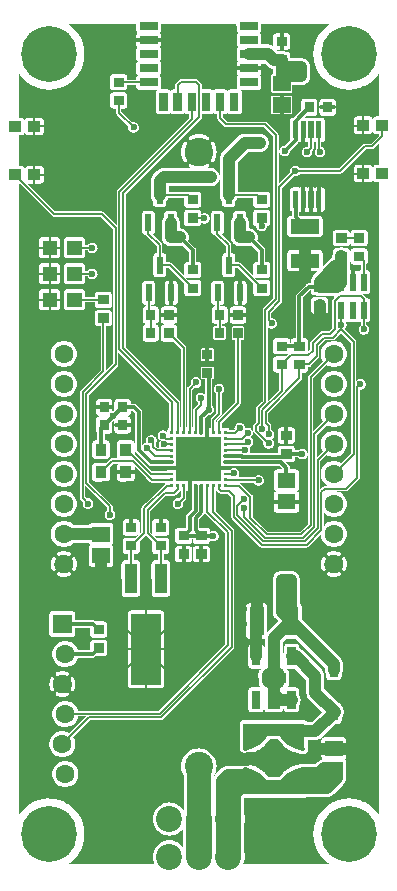
<source format=gbr>
G04 start of page 2 for group 0 idx 0 *
G04 Title: (unknown), top *
G04 Creator: pcb 1.99z *
G04 CreationDate: Wed Nov 29 11:54:27 2017 UTC *
G04 For: matt *
G04 Format: Gerber/RS-274X *
G04 PCB-Dimensions (mm): 60.96 109.22 *
G04 PCB-Coordinate-Origin: lower left *
%MOMM*%
%FSLAX43Y43*%
%LNTOP*%
%ADD25C,3.100*%
%ADD24C,0.850*%
%ADD23C,1.000*%
%ADD22C,0.600*%
%ADD21C,0.550*%
%ADD20C,0.350*%
%ADD19C,4.730*%
%ADD18C,1.600*%
%ADD17C,2.400*%
%ADD16C,2.200*%
%ADD15C,2.016*%
%ADD14C,0.300*%
%ADD13C,1.016*%
%ADD12C,0.150*%
%ADD11C,0.002*%
G54D11*G36*
X33795Y71374D02*X33830Y71365D01*
X33950Y71356D01*
X33980Y71358D01*
X34700D01*
X34820Y71365D01*
X34936Y71393D01*
X34983Y71413D01*
X35514Y70882D01*
Y70045D01*
X35334Y70045D01*
X35289Y70034D01*
X35245Y70016D01*
X35205Y69991D01*
X35169Y69960D01*
X35138Y69924D01*
X35113Y69884D01*
X35095Y69840D01*
X35084Y69795D01*
X35082Y69748D01*
X35084Y68915D01*
X35095Y68870D01*
X35113Y68826D01*
X35117Y68821D01*
X34029Y69908D01*
X34024Y69915D01*
X33997Y69938D01*
X33997Y69938D01*
X33966Y69956D01*
X33934Y69970D01*
X33899Y69978D01*
X33864Y69981D01*
X33855Y69980D01*
X33795D01*
Y71374D01*
G37*
G36*
X35794Y67114D02*X36294Y67115D01*
X36339Y67126D01*
X36383Y67144D01*
X36423Y67169D01*
X36459Y67200D01*
X36490Y67236D01*
X36515Y67276D01*
X36533Y67320D01*
X36544Y67365D01*
X36546Y67412D01*
X36544Y68245D01*
X36533Y68290D01*
X36515Y68334D01*
X36490Y68374D01*
X36459Y68410D01*
X36423Y68441D01*
X36383Y68466D01*
X36339Y68484D01*
X36294Y68495D01*
X36246Y68498D01*
X35794Y68496D01*
Y68664D01*
X36294Y68665D01*
X36339Y68676D01*
X36383Y68694D01*
X36423Y68719D01*
X36459Y68750D01*
X36490Y68786D01*
X36515Y68826D01*
X36533Y68870D01*
X36544Y68915D01*
X36546Y68962D01*
X36544Y69795D01*
X36533Y69840D01*
X36515Y69884D01*
X36490Y69924D01*
X36459Y69960D01*
X36423Y69991D01*
X36383Y70016D01*
X36339Y70034D01*
X36294Y70045D01*
X36246Y70048D01*
X36114Y70047D01*
Y70994D01*
X36115Y71006D01*
X36111Y71053D01*
X36100Y71099D01*
X36082Y71143D01*
X36057Y71183D01*
X36057Y71183D01*
X36027Y71219D01*
X36018Y71226D01*
X35794Y71450D01*
Y72619D01*
X35800Y72619D01*
X35871Y72624D01*
X35939Y72641D01*
X36005Y72668D01*
X36065Y72705D01*
X36119Y72751D01*
X36165Y72805D01*
X36202Y72865D01*
X36229Y72931D01*
X36246Y72999D01*
X36249Y73055D01*
X36274Y73055D01*
X36319Y73066D01*
X36363Y73084D01*
X36403Y73109D01*
X36439Y73140D01*
X36470Y73176D01*
X36495Y73216D01*
X36513Y73260D01*
X36524Y73305D01*
X36526Y73352D01*
X36524Y74185D01*
X36513Y74230D01*
X36495Y74274D01*
X36470Y74314D01*
X36439Y74350D01*
X36403Y74381D01*
X36363Y74406D01*
X36319Y74424D01*
X36274Y74435D01*
X36226Y74438D01*
X35794Y74436D01*
Y74604D01*
X36274Y74605D01*
X36319Y74616D01*
X36363Y74634D01*
X36403Y74659D01*
X36439Y74690D01*
X36470Y74726D01*
X36495Y74766D01*
X36513Y74810D01*
X36524Y74855D01*
X36526Y74902D01*
X36524Y75735D01*
X36513Y75780D01*
X36495Y75824D01*
X36470Y75864D01*
X36439Y75900D01*
X36403Y75931D01*
X36363Y75956D01*
X36319Y75974D01*
X36274Y75985D01*
X36226Y75988D01*
X35794Y75986D01*
Y79371D01*
X35886Y79393D01*
X35997Y79439D01*
X36099Y79502D01*
X36190Y79580D01*
X36268Y79671D01*
X36331Y79773D01*
X36377Y79884D01*
X36405Y80000D01*
X36414Y80120D01*
X36405Y80240D01*
X36377Y80356D01*
X36331Y80467D01*
X36268Y80569D01*
X36190Y80660D01*
X36099Y80738D01*
X35997Y80801D01*
X35886Y80847D01*
X35794Y80869D01*
Y81370D01*
X36082D01*
X36775Y80677D01*
Y66963D01*
X35947Y66135D01*
X35940Y66130D01*
X35917Y66103D01*
X35899Y66072D01*
X35885Y66040D01*
X35877Y66005D01*
X35874Y65970D01*
X35875Y65961D01*
Y58263D01*
X35794Y58182D01*
Y67114D01*
G37*
G36*
Y80869D02*X35770Y80875D01*
X35650Y80882D01*
X34380D01*
X34350Y80884D01*
X34230Y80875D01*
X34114Y80847D01*
X34003Y80801D01*
X33901Y80738D01*
X33901Y80738D01*
X33810Y80660D01*
X33795Y80643D01*
Y81370D01*
X35794D01*
Y80869D01*
G37*
G36*
Y75986D02*X35314Y75985D01*
X35269Y75974D01*
X35225Y75956D01*
X35185Y75931D01*
X35172Y75920D01*
X33795D01*
Y78487D01*
X34666Y79358D01*
X35650D01*
X35770Y79365D01*
X35794Y79371D01*
Y75986D01*
G37*
G36*
Y71450D02*X35407Y71837D01*
X35427Y71884D01*
X35455Y72000D01*
X35464Y72120D01*
X35455Y72240D01*
X35427Y72356D01*
X35381Y72467D01*
X35318Y72569D01*
X35240Y72660D01*
X35149Y72738D01*
X35047Y72801D01*
X34936Y72847D01*
X34820Y72875D01*
X34712Y72881D01*
Y73345D01*
X34705Y73465D01*
X34677Y73581D01*
X34631Y73692D01*
X34568Y73794D01*
X34498Y73877D01*
X34497Y74117D01*
X34486Y74163D01*
X34468Y74207D01*
X34443Y74247D01*
X34413Y74283D01*
X34377Y74313D01*
X34337Y74338D01*
X34293Y74356D01*
X34247Y74367D01*
X34200Y74370D01*
X33795Y74368D01*
Y75470D01*
X35062D01*
X35064Y74855D01*
X35075Y74810D01*
X35093Y74766D01*
X35118Y74726D01*
X35149Y74690D01*
X35185Y74659D01*
X35225Y74634D01*
X35269Y74616D01*
X35314Y74605D01*
X35362Y74602D01*
X35794Y74604D01*
Y74436D01*
X35314Y74435D01*
X35269Y74424D01*
X35225Y74406D01*
X35185Y74381D01*
X35149Y74350D01*
X35118Y74314D01*
X35093Y74274D01*
X35075Y74230D01*
X35064Y74185D01*
X35062Y74138D01*
X35064Y73305D01*
X35075Y73260D01*
X35093Y73216D01*
X35118Y73176D01*
X35149Y73140D01*
X35185Y73109D01*
X35225Y73084D01*
X35269Y73066D01*
X35314Y73055D01*
X35350Y73053D01*
X35354Y72999D01*
X35371Y72931D01*
X35398Y72865D01*
X35435Y72805D01*
X35481Y72751D01*
X35535Y72705D01*
X35595Y72668D01*
X35661Y72641D01*
X35729Y72624D01*
X35794Y72619D01*
Y71450D01*
G37*
G36*
Y68496D02*X35442Y68495D01*
X35240Y68698D01*
X35245Y68694D01*
X35289Y68676D01*
X35334Y68665D01*
X35382Y68662D01*
X35794Y68664D01*
Y68496D01*
G37*
G36*
X34188Y64580D02*X33795Y64580D01*
Y64801D01*
X34235Y64802D01*
X34280Y64813D01*
X34324Y64831D01*
X34364Y64856D01*
X34400Y64887D01*
X34431Y64923D01*
X34456Y64963D01*
X34474Y65007D01*
X34485Y65052D01*
X34488Y65100D01*
X34485Y66012D01*
X34474Y66057D01*
X34456Y66101D01*
X34431Y66141D01*
X34400Y66177D01*
X34364Y66208D01*
X34324Y66233D01*
X34280Y66251D01*
X34235Y66262D01*
X34188Y66264D01*
X33795Y66263D01*
Y66380D01*
X34267Y66383D01*
X34313Y66394D01*
X34357Y66412D01*
X34397Y66437D01*
X34433Y66467D01*
X34463Y66503D01*
X34488Y66543D01*
X34506Y66587D01*
X34517Y66633D01*
X34520Y66680D01*
X34517Y68177D01*
X34506Y68223D01*
X34488Y68267D01*
X34463Y68307D01*
X34433Y68343D01*
X34397Y68373D01*
X34357Y68398D01*
X34313Y68416D01*
X34267Y68427D01*
X34220Y68430D01*
X33795Y68428D01*
Y69506D01*
X35083Y68218D01*
X35082Y68198D01*
X35084Y67365D01*
X35095Y67320D01*
X35113Y67276D01*
X35138Y67236D01*
X35169Y67200D01*
X35205Y67169D01*
X35245Y67144D01*
X35289Y67126D01*
X35334Y67115D01*
X35382Y67112D01*
X35794Y67114D01*
Y58182D01*
X35397Y57785D01*
X35390Y57780D01*
X35367Y57753D01*
X35349Y57722D01*
X35335Y57690D01*
X35327Y57655D01*
X35324Y57620D01*
X35325Y57611D01*
Y56463D01*
X35147Y56285D01*
X35140Y56280D01*
X35117Y56253D01*
X35099Y56222D01*
X35085Y56190D01*
X35077Y56155D01*
X35074Y56120D01*
X35075Y56111D01*
Y56020D01*
X34618D01*
X34600Y56021D01*
X34582Y56020D01*
X34397D01*
X34396Y56041D01*
X34379Y56109D01*
X34352Y56175D01*
X34315Y56235D01*
X34269Y56289D01*
X34215Y56335D01*
X34155Y56372D01*
X34089Y56399D01*
X34021Y56416D01*
X33950Y56421D01*
X33879Y56416D01*
X33811Y56399D01*
X33795Y56393D01*
Y57747D01*
X33953Y57905D01*
X33960Y57910D01*
X33983Y57937D01*
X33983Y57937D01*
X34001Y57968D01*
X34015Y58000D01*
X34023Y58035D01*
X34026Y58070D01*
X34025Y58079D01*
Y63437D01*
X34209Y63437D01*
X34231Y63442D01*
X34251Y63450D01*
X34270Y63462D01*
X34287Y63476D01*
X34301Y63493D01*
X34313Y63512D01*
X34321Y63532D01*
X34326Y63554D01*
X34328Y63576D01*
X34326Y64462D01*
X34321Y64484D01*
X34313Y64504D01*
X34301Y64523D01*
X34287Y64540D01*
X34270Y64554D01*
X34251Y64566D01*
X34231Y64574D01*
X34209Y64579D01*
X34188Y64580D01*
G37*
G36*
X33795Y75920D02*X33762D01*
Y78454D01*
X33795Y78487D01*
Y75920D01*
G37*
G36*
Y56393D02*X33745Y56372D01*
X33685Y56335D01*
X33631Y56289D01*
X33585Y56235D01*
X33548Y56175D01*
X33521Y56109D01*
X33504Y56041D01*
X33503Y56020D01*
X32425D01*
Y56377D01*
X33795Y57747D01*
Y56393D01*
G37*
G36*
X29240Y69748D02*X29242Y68915D01*
X29253Y68870D01*
X29271Y68826D01*
X29275Y68821D01*
X28187Y69908D01*
X28182Y69915D01*
X28155Y69938D01*
X28155Y69938D01*
X28128Y69954D01*
Y71358D01*
X28130Y71358D01*
X28850D01*
X28970Y71365D01*
X29086Y71393D01*
X29133Y71413D01*
X29672Y70874D01*
Y70045D01*
X29492Y70045D01*
X29447Y70034D01*
X29403Y70016D01*
X29363Y69991D01*
X29327Y69960D01*
X29296Y69924D01*
X29271Y69884D01*
X29253Y69840D01*
X29242Y69795D01*
X29240Y69748D01*
G37*
G36*
X31726Y81370D02*X33795D01*
Y80643D01*
X33790Y80638D01*
X32482Y79330D01*
X32460Y79310D01*
X32382Y79219D01*
X32319Y79117D01*
X32273Y79006D01*
X32245Y78890D01*
X32245Y78890D01*
X32236Y78770D01*
X32238Y78740D01*
Y77410D01*
X32227Y77456D01*
X32181Y77567D01*
X32118Y77669D01*
X32040Y77760D01*
X31949Y77838D01*
X31847Y77901D01*
X31736Y77947D01*
X31726Y77949D01*
Y78512D01*
X31735Y78520D01*
X31748Y78539D01*
X31819Y78661D01*
X31877Y78789D01*
X31923Y78923D01*
X31955Y79060D01*
X31975Y79199D01*
X31982Y79340D01*
X31975Y79481D01*
X31955Y79620D01*
X31923Y79757D01*
X31877Y79891D01*
X31819Y80019D01*
X31750Y80142D01*
X31736Y80161D01*
X31726Y80170D01*
Y81370D01*
G37*
G36*
X30479D02*X31726D01*
Y80170D01*
X31719Y80177D01*
X31699Y80191D01*
X31678Y80202D01*
X31655Y80209D01*
X31631Y80212D01*
X31608Y80212D01*
X31584Y80208D01*
X31562Y80200D01*
X31540Y80189D01*
X31521Y80175D01*
X31505Y80158D01*
X31491Y80138D01*
X31481Y80117D01*
X31473Y80094D01*
X31470Y80071D01*
X31470Y80047D01*
X31474Y80023D01*
X31482Y80001D01*
X31494Y79980D01*
X31550Y79883D01*
X31596Y79780D01*
X31633Y79673D01*
X31659Y79564D01*
X31675Y79452D01*
X31680Y79340D01*
X31675Y79228D01*
X31659Y79116D01*
X31633Y79007D01*
X31596Y78900D01*
X31550Y78797D01*
X31495Y78699D01*
X31483Y78679D01*
X31476Y78656D01*
X31472Y78633D01*
X31471Y78609D01*
X31475Y78586D01*
X31482Y78564D01*
X31492Y78542D01*
X31506Y78523D01*
X31522Y78506D01*
X31541Y78492D01*
X31562Y78481D01*
X31584Y78473D01*
X31608Y78469D01*
X31631Y78469D01*
X31655Y78473D01*
X31677Y78480D01*
X31698Y78490D01*
X31718Y78504D01*
X31726Y78512D01*
Y77949D01*
X31620Y77975D01*
X31500Y77982D01*
X31118D01*
X31159Y78001D01*
X31282Y78070D01*
X31301Y78084D01*
X31317Y78101D01*
X31331Y78121D01*
X31342Y78142D01*
X31349Y78165D01*
X31352Y78189D01*
X31352Y78212D01*
X31348Y78236D01*
X31340Y78258D01*
X31329Y78280D01*
X31315Y78299D01*
X31298Y78315D01*
X31278Y78329D01*
X31257Y78339D01*
X31234Y78347D01*
X31211Y78350D01*
X31187Y78350D01*
X31163Y78346D01*
X31141Y78338D01*
X31120Y78326D01*
X31023Y78270D01*
X30920Y78224D01*
X30813Y78187D01*
X30704Y78161D01*
X30592Y78145D01*
X30480Y78140D01*
X30479Y78140D01*
Y80540D01*
X30480Y80540D01*
X30592Y80535D01*
X30704Y80519D01*
X30813Y80493D01*
X30920Y80456D01*
X31023Y80410D01*
X31121Y80355D01*
X31141Y80343D01*
X31164Y80336D01*
X31187Y80332D01*
X31211Y80331D01*
X31234Y80335D01*
X31256Y80342D01*
X31278Y80352D01*
X31297Y80366D01*
X31314Y80382D01*
X31328Y80401D01*
X31339Y80422D01*
X31347Y80444D01*
X31351Y80468D01*
X31351Y80491D01*
X31347Y80515D01*
X31340Y80537D01*
X31330Y80558D01*
X31316Y80578D01*
X31300Y80595D01*
X31281Y80608D01*
X31159Y80679D01*
X31031Y80737D01*
X30897Y80783D01*
X30760Y80815D01*
X30621Y80835D01*
X30480Y80842D01*
X30479Y80842D01*
Y81370D01*
G37*
G36*
X29234Y80686D02*X29918Y81370D01*
X30479D01*
Y80842D01*
X30339Y80835D01*
X30200Y80815D01*
X30063Y80783D01*
X29929Y80737D01*
X29801Y80679D01*
X29678Y80610D01*
X29659Y80596D01*
X29643Y80579D01*
X29629Y80559D01*
X29618Y80538D01*
X29611Y80515D01*
X29608Y80491D01*
X29608Y80468D01*
X29612Y80444D01*
X29620Y80422D01*
X29631Y80400D01*
X29645Y80381D01*
X29662Y80365D01*
X29682Y80351D01*
X29703Y80341D01*
X29726Y80333D01*
X29749Y80330D01*
X29773Y80330D01*
X29797Y80334D01*
X29819Y80342D01*
X29840Y80354D01*
X29937Y80410D01*
X30040Y80456D01*
X30147Y80493D01*
X30256Y80519D01*
X30368Y80535D01*
X30479Y80540D01*
Y78140D01*
X30368Y78145D01*
X30256Y78161D01*
X30147Y78187D01*
X30040Y78224D01*
X29937Y78270D01*
X29839Y78325D01*
X29819Y78337D01*
X29796Y78344D01*
X29773Y78348D01*
X29749Y78349D01*
X29726Y78345D01*
X29704Y78338D01*
X29682Y78328D01*
X29663Y78314D01*
X29646Y78298D01*
X29632Y78279D01*
X29621Y78258D01*
X29613Y78236D01*
X29609Y78212D01*
X29609Y78189D01*
X29613Y78165D01*
X29620Y78143D01*
X29630Y78122D01*
X29644Y78102D01*
X29660Y78085D01*
X29679Y78072D01*
X29801Y78001D01*
X29842Y77982D01*
X29234D01*
Y78510D01*
X29241Y78503D01*
X29261Y78489D01*
X29282Y78478D01*
X29305Y78471D01*
X29329Y78468D01*
X29352Y78468D01*
X29376Y78472D01*
X29398Y78480D01*
X29420Y78491D01*
X29439Y78505D01*
X29455Y78522D01*
X29469Y78542D01*
X29479Y78563D01*
X29487Y78586D01*
X29490Y78609D01*
X29490Y78633D01*
X29486Y78657D01*
X29478Y78679D01*
X29466Y78700D01*
X29410Y78797D01*
X29364Y78900D01*
X29327Y79007D01*
X29301Y79116D01*
X29285Y79228D01*
X29280Y79340D01*
X29285Y79452D01*
X29301Y79564D01*
X29327Y79673D01*
X29364Y79780D01*
X29410Y79883D01*
X29465Y79981D01*
X29477Y80001D01*
X29484Y80024D01*
X29488Y80047D01*
X29489Y80071D01*
X29485Y80094D01*
X29478Y80116D01*
X29468Y80138D01*
X29454Y80157D01*
X29438Y80174D01*
X29419Y80188D01*
X29398Y80199D01*
X29376Y80207D01*
X29352Y80211D01*
X29329Y80211D01*
X29305Y80207D01*
X29283Y80200D01*
X29262Y80190D01*
X29242Y80176D01*
X29234Y80168D01*
Y80686D01*
G37*
G36*
X28128Y79580D02*X29234Y80686D01*
Y80168D01*
X29225Y80160D01*
X29212Y80141D01*
X29141Y80019D01*
X29083Y79891D01*
X29037Y79757D01*
X29005Y79620D01*
X28985Y79481D01*
X28978Y79340D01*
X28985Y79199D01*
X29005Y79060D01*
X29037Y78923D01*
X29083Y78789D01*
X29141Y78661D01*
X29210Y78538D01*
X29224Y78519D01*
X29234Y78510D01*
Y77982D01*
X28128D01*
Y79580D01*
G37*
G36*
Y63277D02*X28365Y63278D01*
X28975Y62668D01*
Y56020D01*
X28925D01*
Y58111D01*
X28926Y58120D01*
X28923Y58155D01*
X28915Y58190D01*
X28901Y58222D01*
X28883Y58253D01*
X28883Y58253D01*
X28860Y58280D01*
X28853Y58285D01*
X28128Y59010D01*
Y63277D01*
G37*
G36*
X32229Y76991D02*X32238Y77030D01*
Y75695D01*
X32245Y75575D01*
X32273Y75459D01*
X32319Y75348D01*
X32382Y75246D01*
X32452Y75163D01*
X32453Y74923D01*
X32464Y74877D01*
X32482Y74833D01*
X32507Y74793D01*
X32537Y74757D01*
X32573Y74727D01*
X32613Y74702D01*
X32657Y74684D01*
X32703Y74673D01*
X32750Y74670D01*
X33297Y74673D01*
X33343Y74684D01*
X33387Y74702D01*
X33427Y74727D01*
X33463Y74757D01*
X33493Y74793D01*
X33518Y74833D01*
X33536Y74877D01*
X33547Y74923D01*
X33550Y74970D01*
X33550Y75165D01*
X33618Y75246D01*
X33681Y75348D01*
X33727Y75459D01*
X33730Y75470D01*
X33795D01*
Y74368D01*
X33653Y74367D01*
X33607Y74356D01*
X33563Y74338D01*
X33523Y74313D01*
X33487Y74283D01*
X33457Y74247D01*
X33432Y74207D01*
X33414Y74163D01*
X33403Y74117D01*
X33400Y74070D01*
X33400Y73875D01*
X33332Y73794D01*
X33269Y73692D01*
X33223Y73581D01*
X33195Y73465D01*
X33188Y73345D01*
Y72150D01*
X33186Y72120D01*
X33195Y72000D01*
X33223Y71884D01*
X33269Y71773D01*
X33332Y71671D01*
X33410Y71580D01*
X33501Y71502D01*
X33603Y71439D01*
X33714Y71393D01*
X33795Y71374D01*
Y69980D01*
X33568D01*
X33567Y70527D01*
X33556Y70573D01*
X33538Y70617D01*
X33513Y70657D01*
X33483Y70693D01*
X33447Y70723D01*
X33407Y70748D01*
X33363Y70766D01*
X33317Y70777D01*
X33270Y70780D01*
X33225Y70780D01*
Y71461D01*
X33226Y71470D01*
X33223Y71505D01*
X33215Y71540D01*
X33201Y71572D01*
X33183Y71603D01*
X33183Y71603D01*
X33160Y71630D01*
X33153Y71635D01*
X32436Y72352D01*
X32437Y72352D01*
X32477Y72377D01*
X32513Y72407D01*
X32543Y72443D01*
X32568Y72483D01*
X32586Y72527D01*
X32597Y72573D01*
X32600Y72620D01*
X32597Y74117D01*
X32586Y74163D01*
X32568Y74207D01*
X32543Y74247D01*
X32513Y74283D01*
X32477Y74313D01*
X32437Y74338D01*
X32393Y74356D01*
X32347Y74367D01*
X32300Y74370D01*
X32229Y74370D01*
Y76991D01*
G37*
G36*
X33795Y64580D02*X33381Y64579D01*
X33359Y64574D01*
X33339Y64566D01*
X33320Y64554D01*
X33303Y64540D01*
X33289Y64523D01*
X33277Y64504D01*
X33269Y64484D01*
X33264Y64462D01*
X33262Y64440D01*
X33264Y63554D01*
X33269Y63532D01*
X33277Y63512D01*
X33289Y63493D01*
X33303Y63476D01*
X33320Y63462D01*
X33339Y63450D01*
X33359Y63442D01*
X33381Y63437D01*
X33402Y63436D01*
X33575Y63436D01*
Y58163D01*
X32229Y56817D01*
Y56881D01*
X32353Y57005D01*
X32360Y57010D01*
X32383Y57037D01*
X32383Y57037D01*
X32401Y57068D01*
X32415Y57100D01*
X32423Y57135D01*
X32426Y57170D01*
X32425Y57179D01*
Y58880D01*
X32465Y58905D01*
X32519Y58951D01*
X32565Y59005D01*
X32602Y59065D01*
X32629Y59131D01*
X32646Y59199D01*
X32650Y59270D01*
X32646Y59341D01*
X32629Y59409D01*
X32602Y59475D01*
X32565Y59535D01*
X32519Y59589D01*
X32465Y59635D01*
X32405Y59672D01*
X32339Y59699D01*
X32271Y59716D01*
X32229Y59719D01*
Y63436D01*
X32659Y63437D01*
X32681Y63442D01*
X32701Y63450D01*
X32720Y63462D01*
X32737Y63476D01*
X32751Y63493D01*
X32763Y63512D01*
X32771Y63532D01*
X32776Y63554D01*
X32778Y63576D01*
X32776Y64462D01*
X32771Y64484D01*
X32763Y64504D01*
X32751Y64523D01*
X32737Y64540D01*
X32720Y64554D01*
X32701Y64566D01*
X32681Y64574D01*
X32659Y64579D01*
X32638Y64580D01*
X32470Y64580D01*
Y64802D01*
X32685Y64802D01*
X32730Y64813D01*
X32774Y64831D01*
X32814Y64856D01*
X32850Y64887D01*
X32881Y64923D01*
X32906Y64963D01*
X32924Y65007D01*
X32935Y65052D01*
X32938Y65100D01*
X32935Y66012D01*
X32924Y66057D01*
X32906Y66101D01*
X32881Y66141D01*
X32850Y66177D01*
X32814Y66208D01*
X32774Y66233D01*
X32730Y66251D01*
X32685Y66262D01*
X32638Y66264D01*
X32295Y66263D01*
Y66382D01*
X32367Y66383D01*
X32413Y66394D01*
X32457Y66412D01*
X32497Y66437D01*
X32533Y66467D01*
X32563Y66503D01*
X32588Y66543D01*
X32606Y66587D01*
X32617Y66633D01*
X32620Y66680D01*
X32617Y68177D01*
X32606Y68223D01*
X32588Y68267D01*
X32563Y68307D01*
X32533Y68343D01*
X32497Y68373D01*
X32457Y68398D01*
X32413Y68416D01*
X32367Y68427D01*
X32320Y68430D01*
X32229Y68430D01*
Y71923D01*
X32775Y71377D01*
Y70777D01*
X32723Y70777D01*
X32677Y70766D01*
X32633Y70748D01*
X32593Y70723D01*
X32557Y70693D01*
X32527Y70657D01*
X32502Y70617D01*
X32484Y70573D01*
X32473Y70527D01*
X32470Y70480D01*
X32473Y68983D01*
X32484Y68937D01*
X32502Y68893D01*
X32527Y68853D01*
X32557Y68817D01*
X32593Y68787D01*
X32633Y68762D01*
X32677Y68744D01*
X32723Y68733D01*
X32770Y68730D01*
X33317Y68733D01*
X33363Y68744D01*
X33407Y68762D01*
X33447Y68787D01*
X33483Y68817D01*
X33513Y68853D01*
X33538Y68893D01*
X33556Y68937D01*
X33567Y68983D01*
X33570Y69030D01*
X33569Y69530D01*
X33771D01*
X33795Y69506D01*
Y68428D01*
X33673Y68427D01*
X33627Y68416D01*
X33583Y68398D01*
X33543Y68373D01*
X33507Y68343D01*
X33477Y68307D01*
X33452Y68267D01*
X33434Y68223D01*
X33423Y68177D01*
X33420Y68130D01*
X33423Y66633D01*
X33434Y66587D01*
X33452Y66543D01*
X33477Y66503D01*
X33507Y66467D01*
X33543Y66437D01*
X33583Y66412D01*
X33627Y66394D01*
X33673Y66383D01*
X33720Y66380D01*
X33795Y66380D01*
Y66263D01*
X33355Y66262D01*
X33310Y66251D01*
X33266Y66233D01*
X33226Y66208D01*
X33190Y66177D01*
X33159Y66141D01*
X33134Y66101D01*
X33116Y66057D01*
X33105Y66012D01*
X33102Y65964D01*
X33105Y65052D01*
X33116Y65007D01*
X33134Y64963D01*
X33159Y64923D01*
X33190Y64887D01*
X33226Y64856D01*
X33266Y64831D01*
X33310Y64813D01*
X33355Y64802D01*
X33402Y64799D01*
X33795Y64801D01*
Y64580D01*
G37*
G36*
X32229Y59719D02*X32200Y59721D01*
X32129Y59716D01*
X32061Y59699D01*
X31995Y59672D01*
X31935Y59635D01*
X31881Y59589D01*
X31835Y59535D01*
X31798Y59475D01*
X31771Y59409D01*
X31754Y59341D01*
X31749Y59270D01*
X31754Y59199D01*
X31771Y59131D01*
X31798Y59065D01*
X31835Y59005D01*
X31881Y58951D01*
X31935Y58905D01*
X31975Y58880D01*
Y57263D01*
X31547Y56835D01*
X31540Y56830D01*
X31517Y56803D01*
X31499Y56772D01*
X31485Y56740D01*
X31477Y56705D01*
X31474Y56670D01*
X31475Y56661D01*
Y56020D01*
X31200D01*
Y56996D01*
X31275Y57071D01*
X31300Y57069D01*
X31371Y57074D01*
X31439Y57091D01*
X31505Y57118D01*
X31565Y57155D01*
X31619Y57201D01*
X31665Y57255D01*
X31702Y57315D01*
X31729Y57381D01*
X31746Y57449D01*
X31750Y57520D01*
X31746Y57591D01*
X31729Y57659D01*
X31702Y57725D01*
X31665Y57785D01*
X31619Y57839D01*
X31600Y57856D01*
Y60089D01*
X31654Y60089D01*
X31676Y60094D01*
X31696Y60102D01*
X31715Y60114D01*
X31732Y60128D01*
X31746Y60145D01*
X31758Y60164D01*
X31766Y60184D01*
X31771Y60206D01*
X31772Y60228D01*
X31771Y61034D01*
X31766Y61056D01*
X31758Y61076D01*
X31746Y61095D01*
X31732Y61112D01*
X31715Y61126D01*
X31696Y61138D01*
X31676Y61146D01*
X31654Y61151D01*
X31632Y61152D01*
X31200Y61152D01*
Y61638D01*
X31654Y61639D01*
X31676Y61644D01*
X31696Y61652D01*
X31715Y61664D01*
X31732Y61678D01*
X31746Y61695D01*
X31758Y61714D01*
X31766Y61734D01*
X31771Y61756D01*
X31772Y61778D01*
X31771Y62584D01*
X31766Y62606D01*
X31758Y62626D01*
X31746Y62645D01*
X31732Y62662D01*
X31715Y62676D01*
X31696Y62688D01*
X31676Y62696D01*
X31654Y62701D01*
X31632Y62702D01*
X31200Y62702D01*
Y73345D01*
X31215Y73355D01*
X31269Y73401D01*
X31315Y73455D01*
X31352Y73515D01*
X31379Y73581D01*
X31396Y73649D01*
X31400Y73720D01*
X31396Y73791D01*
X31379Y73859D01*
X31352Y73925D01*
X31315Y73985D01*
X31269Y74039D01*
X31215Y74085D01*
X31200Y74095D01*
Y76458D01*
X31500D01*
X31620Y76465D01*
X31736Y76493D01*
X31847Y76539D01*
X31949Y76602D01*
X32040Y76680D01*
X32118Y76771D01*
X32181Y76873D01*
X32227Y76984D01*
X32229Y76991D01*
Y74370D01*
X31753Y74367D01*
X31707Y74356D01*
X31663Y74338D01*
X31623Y74313D01*
X31587Y74283D01*
X31557Y74247D01*
X31532Y74207D01*
X31514Y74163D01*
X31503Y74117D01*
X31500Y74070D01*
X31503Y72573D01*
X31514Y72527D01*
X31532Y72483D01*
X31557Y72443D01*
X31587Y72407D01*
X31623Y72377D01*
X31663Y72352D01*
X31707Y72334D01*
X31753Y72323D01*
X31800Y72320D01*
X31848Y72320D01*
X31849Y72318D01*
X31867Y72287D01*
X31867Y72287D01*
X31890Y72260D01*
X31897Y72255D01*
X32229Y71923D01*
Y68430D01*
X31773Y68427D01*
X31727Y68416D01*
X31683Y68398D01*
X31643Y68373D01*
X31607Y68343D01*
X31577Y68307D01*
X31552Y68267D01*
X31534Y68223D01*
X31523Y68177D01*
X31520Y68130D01*
X31523Y66633D01*
X31534Y66587D01*
X31552Y66543D01*
X31577Y66503D01*
X31607Y66467D01*
X31643Y66437D01*
X31683Y66412D01*
X31727Y66394D01*
X31773Y66383D01*
X31820Y66380D01*
X31845Y66380D01*
Y66262D01*
X31805Y66262D01*
X31760Y66251D01*
X31716Y66233D01*
X31676Y66208D01*
X31640Y66177D01*
X31609Y66141D01*
X31584Y66101D01*
X31566Y66057D01*
X31555Y66012D01*
X31552Y65964D01*
X31555Y65052D01*
X31566Y65007D01*
X31584Y64963D01*
X31609Y64923D01*
X31640Y64887D01*
X31676Y64856D01*
X31716Y64831D01*
X31760Y64813D01*
X31805Y64802D01*
X31852Y64799D01*
X32020Y64800D01*
Y64580D01*
X31831Y64579D01*
X31809Y64574D01*
X31789Y64566D01*
X31770Y64554D01*
X31753Y64540D01*
X31739Y64523D01*
X31727Y64504D01*
X31719Y64484D01*
X31714Y64462D01*
X31712Y64440D01*
X31714Y63554D01*
X31719Y63532D01*
X31727Y63512D01*
X31739Y63493D01*
X31753Y63476D01*
X31770Y63462D01*
X31789Y63450D01*
X31809Y63442D01*
X31831Y63437D01*
X31852Y63436D01*
X32229Y63436D01*
Y59719D01*
G37*
G36*
Y56817D02*X32047Y56635D01*
X32040Y56630D01*
X32017Y56603D01*
X31999Y56572D01*
X31985Y56540D01*
X31977Y56505D01*
X31974Y56470D01*
X31975Y56461D01*
Y56020D01*
X31925D01*
Y56577D01*
X32229Y56881D01*
Y56817D01*
G37*
G36*
X31200Y61152D02*X30746Y61151D01*
X30724Y61146D01*
X30704Y61138D01*
X30685Y61126D01*
X30668Y61112D01*
X30654Y61095D01*
X30642Y61076D01*
X30634Y61056D01*
X30629Y61034D01*
X30628Y61012D01*
X30629Y60206D01*
X30634Y60184D01*
X30642Y60164D01*
X30654Y60145D01*
X30668Y60128D01*
X30685Y60114D01*
X30704Y60102D01*
X30724Y60094D01*
X30746Y60089D01*
X30768Y60088D01*
X31000Y60088D01*
Y58803D01*
X30969Y58839D01*
X30915Y58885D01*
X30855Y58922D01*
X30789Y58949D01*
X30721Y58966D01*
X30650Y58971D01*
X30579Y58966D01*
X30511Y58949D01*
X30445Y58922D01*
X30385Y58885D01*
X30331Y58839D01*
X30285Y58785D01*
X30248Y58725D01*
X30221Y58659D01*
X30204Y58591D01*
X30199Y58520D01*
X30204Y58449D01*
X30221Y58381D01*
X30248Y58315D01*
X30285Y58255D01*
X30331Y58201D01*
X30385Y58155D01*
X30425Y58130D01*
Y58013D01*
X30047Y57635D01*
X30040Y57630D01*
X30017Y57603D01*
X29999Y57572D01*
X29985Y57540D01*
X29977Y57505D01*
X29974Y57470D01*
X29975Y57461D01*
Y56020D01*
X29925D01*
Y59177D01*
X30133Y59385D01*
X30179Y59374D01*
X30250Y59369D01*
X30321Y59374D01*
X30389Y59391D01*
X30455Y59418D01*
X30515Y59455D01*
X30569Y59501D01*
X30615Y59555D01*
X30652Y59615D01*
X30679Y59681D01*
X30696Y59749D01*
X30700Y59820D01*
X30696Y59891D01*
X30679Y59959D01*
X30652Y60025D01*
X30615Y60085D01*
X30569Y60139D01*
X30515Y60185D01*
X30455Y60222D01*
X30389Y60249D01*
X30321Y60266D01*
X30250Y60271D01*
X30179Y60266D01*
X30111Y60249D01*
X30045Y60222D01*
X29985Y60185D01*
X29931Y60139D01*
X29885Y60085D01*
X29848Y60025D01*
X29821Y59959D01*
X29804Y59891D01*
X29799Y59820D01*
X29804Y59749D01*
X29815Y59703D01*
X29547Y59435D01*
X29540Y59430D01*
X29517Y59403D01*
X29499Y59372D01*
X29485Y59340D01*
X29477Y59305D01*
X29474Y59270D01*
X29475Y59261D01*
Y56020D01*
X29425D01*
Y62752D01*
X29426Y62761D01*
X29423Y62796D01*
X29415Y62831D01*
X29401Y62863D01*
X29383Y62894D01*
X29383Y62894D01*
X29360Y62921D01*
X29353Y62926D01*
X28645Y63634D01*
X28643Y64488D01*
X28632Y64533D01*
X28614Y64577D01*
X28589Y64617D01*
X28558Y64653D01*
X28522Y64684D01*
X28482Y64709D01*
X28438Y64727D01*
X28393Y64738D01*
X28346Y64740D01*
X28128Y64740D01*
Y64801D01*
X28393Y64802D01*
X28438Y64813D01*
X28482Y64831D01*
X28522Y64856D01*
X28558Y64887D01*
X28589Y64923D01*
X28614Y64963D01*
X28632Y65007D01*
X28643Y65052D01*
X28646Y65100D01*
X28643Y66012D01*
X28632Y66057D01*
X28614Y66101D01*
X28589Y66141D01*
X28558Y66177D01*
X28522Y66208D01*
X28482Y66233D01*
X28438Y66251D01*
X28393Y66262D01*
X28346Y66264D01*
X28128Y66264D01*
Y66381D01*
X28425Y66383D01*
X28471Y66394D01*
X28515Y66412D01*
X28555Y66437D01*
X28591Y66467D01*
X28621Y66503D01*
X28646Y66543D01*
X28664Y66587D01*
X28675Y66633D01*
X28678Y66680D01*
X28675Y68177D01*
X28664Y68223D01*
X28646Y68267D01*
X28621Y68307D01*
X28591Y68343D01*
X28555Y68373D01*
X28515Y68398D01*
X28471Y68416D01*
X28425Y68427D01*
X28378Y68430D01*
X28128Y68429D01*
Y69331D01*
X29241Y68218D01*
X29240Y68198D01*
X29242Y67365D01*
X29253Y67320D01*
X29271Y67276D01*
X29296Y67236D01*
X29327Y67200D01*
X29363Y67169D01*
X29403Y67144D01*
X29447Y67126D01*
X29492Y67115D01*
X29540Y67112D01*
X30452Y67115D01*
X30497Y67126D01*
X30541Y67144D01*
X30581Y67169D01*
X30617Y67200D01*
X30648Y67236D01*
X30673Y67276D01*
X30691Y67320D01*
X30702Y67365D01*
X30704Y67412D01*
X30702Y68245D01*
X30691Y68290D01*
X30673Y68334D01*
X30648Y68374D01*
X30617Y68410D01*
X30581Y68441D01*
X30541Y68466D01*
X30497Y68484D01*
X30452Y68495D01*
X30404Y68498D01*
X29600Y68495D01*
X29398Y68698D01*
X29403Y68694D01*
X29447Y68676D01*
X29492Y68665D01*
X29540Y68662D01*
X30452Y68665D01*
X30497Y68676D01*
X30541Y68694D01*
X30581Y68719D01*
X30617Y68750D01*
X30648Y68786D01*
X30673Y68826D01*
X30691Y68870D01*
X30702Y68915D01*
X30704Y68962D01*
X30702Y69795D01*
X30691Y69840D01*
X30673Y69884D01*
X30648Y69924D01*
X30617Y69960D01*
X30581Y69991D01*
X30541Y70016D01*
X30497Y70034D01*
X30452Y70045D01*
X30404Y70048D01*
X30272Y70047D01*
Y70986D01*
X30273Y70998D01*
X30269Y71045D01*
X30258Y71091D01*
X30240Y71135D01*
X30215Y71175D01*
X30215Y71175D01*
X30185Y71211D01*
X30176Y71218D01*
X29557Y71837D01*
X29577Y71884D01*
X29605Y72000D01*
X29614Y72120D01*
X29605Y72240D01*
X29577Y72356D01*
X29531Y72467D01*
X29468Y72569D01*
X29390Y72660D01*
X29299Y72738D01*
X29197Y72801D01*
X29086Y72847D01*
X28970Y72875D01*
X28870Y72881D01*
Y73345D01*
X28863Y73465D01*
X28835Y73581D01*
X28789Y73692D01*
X28726Y73794D01*
X28656Y73877D01*
X28655Y74117D01*
X28644Y74163D01*
X28626Y74207D01*
X28601Y74247D01*
X28571Y74283D01*
X28535Y74313D01*
X28495Y74338D01*
X28451Y74356D01*
X28405Y74367D01*
X28358Y74370D01*
X28128Y74369D01*
Y75470D01*
X29220D01*
X29222Y74855D01*
X29233Y74810D01*
X29251Y74766D01*
X29276Y74726D01*
X29307Y74690D01*
X29343Y74659D01*
X29383Y74634D01*
X29427Y74616D01*
X29472Y74605D01*
X29520Y74602D01*
X30432Y74605D01*
X30477Y74616D01*
X30521Y74634D01*
X30561Y74659D01*
X30597Y74690D01*
X30628Y74726D01*
X30653Y74766D01*
X30671Y74810D01*
X30682Y74855D01*
X30684Y74902D01*
X30682Y75735D01*
X30671Y75780D01*
X30653Y75824D01*
X30628Y75864D01*
X30597Y75900D01*
X30561Y75931D01*
X30521Y75956D01*
X30477Y75974D01*
X30432Y75985D01*
X30384Y75988D01*
X29472Y75985D01*
X29427Y75974D01*
X29383Y75956D01*
X29343Y75931D01*
X29330Y75920D01*
X28128D01*
Y76458D01*
X31200D01*
Y74095D01*
X31155Y74122D01*
X31089Y74149D01*
X31021Y74166D01*
X30950Y74171D01*
X30879Y74166D01*
X30811Y74149D01*
X30745Y74122D01*
X30685Y74085D01*
X30682Y74083D01*
X30682Y74185D01*
X30671Y74230D01*
X30653Y74274D01*
X30628Y74314D01*
X30597Y74350D01*
X30561Y74381D01*
X30521Y74406D01*
X30477Y74424D01*
X30432Y74435D01*
X30384Y74438D01*
X29472Y74435D01*
X29427Y74424D01*
X29383Y74406D01*
X29343Y74381D01*
X29307Y74350D01*
X29276Y74314D01*
X29251Y74274D01*
X29233Y74230D01*
X29222Y74185D01*
X29220Y74138D01*
X29222Y73305D01*
X29233Y73260D01*
X29251Y73216D01*
X29276Y73176D01*
X29307Y73140D01*
X29343Y73109D01*
X29383Y73084D01*
X29427Y73066D01*
X29472Y73055D01*
X29520Y73052D01*
X30432Y73055D01*
X30477Y73066D01*
X30521Y73084D01*
X30561Y73109D01*
X30597Y73140D01*
X30628Y73176D01*
X30653Y73216D01*
X30671Y73260D01*
X30682Y73305D01*
X30684Y73352D01*
X30684Y73355D01*
X30685Y73355D01*
X30745Y73318D01*
X30811Y73291D01*
X30879Y73274D01*
X30950Y73269D01*
X31021Y73274D01*
X31089Y73291D01*
X31155Y73318D01*
X31200Y73345D01*
Y62702D01*
X30746Y62701D01*
X30724Y62696D01*
X30704Y62688D01*
X30685Y62676D01*
X30668Y62662D01*
X30654Y62645D01*
X30642Y62626D01*
X30634Y62606D01*
X30629Y62584D01*
X30628Y62562D01*
X30629Y61756D01*
X30634Y61734D01*
X30642Y61714D01*
X30654Y61695D01*
X30668Y61678D01*
X30685Y61664D01*
X30704Y61652D01*
X30724Y61644D01*
X30746Y61639D01*
X30768Y61638D01*
X31200Y61638D01*
Y61152D01*
G37*
G36*
Y56020D02*X31000D01*
Y56796D01*
X31200Y56996D01*
Y56020D01*
G37*
G36*
X28128Y75920D02*X27920D01*
Y76458D01*
X28128D01*
Y75920D01*
G37*
G36*
X26387Y77839D02*X28128Y79580D01*
Y77982D01*
X27530D01*
X27500Y77984D01*
X27380Y77975D01*
X27264Y77947D01*
X27153Y77901D01*
X27051Y77838D01*
X27051Y77838D01*
X26960Y77760D01*
X26940Y77738D01*
X26640Y77438D01*
X26618Y77418D01*
X26540Y77327D01*
X26477Y77225D01*
X26431Y77114D01*
X26403Y76998D01*
X26403Y76998D01*
X26394Y76878D01*
X26396Y76848D01*
Y75695D01*
X26403Y75575D01*
X26431Y75459D01*
X26477Y75348D01*
X26540Y75246D01*
X26610Y75163D01*
X26611Y74923D01*
X26622Y74877D01*
X26640Y74833D01*
X26665Y74793D01*
X26695Y74757D01*
X26731Y74727D01*
X26771Y74702D01*
X26815Y74684D01*
X26861Y74673D01*
X26908Y74670D01*
X27455Y74673D01*
X27501Y74684D01*
X27545Y74702D01*
X27585Y74727D01*
X27621Y74757D01*
X27651Y74793D01*
X27676Y74833D01*
X27694Y74877D01*
X27705Y74923D01*
X27708Y74970D01*
X27708Y75165D01*
X27776Y75246D01*
X27839Y75348D01*
X27885Y75459D01*
X27888Y75470D01*
X28128D01*
Y74369D01*
X27811Y74367D01*
X27765Y74356D01*
X27721Y74338D01*
X27681Y74313D01*
X27645Y74283D01*
X27615Y74247D01*
X27590Y74207D01*
X27572Y74163D01*
X27561Y74117D01*
X27558Y74070D01*
X27558Y73875D01*
X27490Y73794D01*
X27427Y73692D01*
X27381Y73581D01*
X27353Y73465D01*
X27346Y73345D01*
Y72243D01*
X27345Y72240D01*
X27336Y72120D01*
X27345Y72000D01*
X27373Y71884D01*
X27419Y71773D01*
X27482Y71671D01*
X27560Y71580D01*
X27651Y71502D01*
X27753Y71439D01*
X27864Y71393D01*
X27980Y71365D01*
X27980Y71365D01*
X28100Y71356D01*
X28128Y71358D01*
Y69954D01*
X28124Y69956D01*
X28092Y69970D01*
X28057Y69978D01*
X28022Y69981D01*
X28013Y69980D01*
X27726D01*
X27725Y70527D01*
X27714Y70573D01*
X27696Y70617D01*
X27671Y70657D01*
X27641Y70693D01*
X27605Y70723D01*
X27565Y70748D01*
X27521Y70766D01*
X27475Y70777D01*
X27428Y70780D01*
X27375Y70780D01*
Y71461D01*
X27376Y71470D01*
X27373Y71505D01*
X27365Y71540D01*
X27351Y71572D01*
X27333Y71603D01*
X27333Y71603D01*
X27310Y71630D01*
X27303Y71635D01*
X26589Y72349D01*
X26595Y72352D01*
X26635Y72377D01*
X26671Y72407D01*
X26701Y72443D01*
X26726Y72483D01*
X26744Y72527D01*
X26755Y72573D01*
X26758Y72620D01*
X26755Y74117D01*
X26744Y74163D01*
X26726Y74207D01*
X26701Y74247D01*
X26671Y74283D01*
X26635Y74313D01*
X26595Y74338D01*
X26551Y74356D01*
X26505Y74367D01*
X26458Y74370D01*
X26387Y74370D01*
Y77839D01*
G37*
G36*
X28128Y64740D02*X27513Y64738D01*
X27468Y64727D01*
X27424Y64709D01*
X27384Y64684D01*
X27348Y64653D01*
X27317Y64617D01*
X27292Y64577D01*
X27274Y64533D01*
X27263Y64488D01*
X27260Y64440D01*
X27263Y63528D01*
X27274Y63483D01*
X27292Y63439D01*
X27317Y63399D01*
X27348Y63363D01*
X27384Y63332D01*
X27424Y63307D01*
X27468Y63289D01*
X27513Y63278D01*
X27560Y63276D01*
X28128Y63277D01*
Y59010D01*
X26387Y60751D01*
Y63277D01*
X26843Y63278D01*
X26888Y63289D01*
X26932Y63307D01*
X26972Y63332D01*
X27008Y63363D01*
X27039Y63399D01*
X27064Y63439D01*
X27082Y63483D01*
X27093Y63528D01*
X27096Y63576D01*
X27093Y64488D01*
X27082Y64533D01*
X27064Y64577D01*
X27039Y64617D01*
X27008Y64653D01*
X26972Y64684D01*
X26932Y64709D01*
X26888Y64727D01*
X26843Y64738D01*
X26796Y64740D01*
X26628Y64740D01*
Y64802D01*
X26843Y64802D01*
X26888Y64813D01*
X26932Y64831D01*
X26972Y64856D01*
X27008Y64887D01*
X27039Y64923D01*
X27064Y64963D01*
X27082Y65007D01*
X27093Y65052D01*
X27096Y65100D01*
X27093Y66012D01*
X27082Y66057D01*
X27064Y66101D01*
X27039Y66141D01*
X27008Y66177D01*
X26972Y66208D01*
X26932Y66233D01*
X26888Y66251D01*
X26843Y66262D01*
X26796Y66264D01*
X26453Y66263D01*
Y66382D01*
X26525Y66383D01*
X26571Y66394D01*
X26615Y66412D01*
X26655Y66437D01*
X26691Y66467D01*
X26721Y66503D01*
X26746Y66543D01*
X26764Y66587D01*
X26775Y66633D01*
X26778Y66680D01*
X26775Y68177D01*
X26764Y68223D01*
X26746Y68267D01*
X26721Y68307D01*
X26691Y68343D01*
X26655Y68373D01*
X26615Y68398D01*
X26571Y68416D01*
X26525Y68427D01*
X26478Y68430D01*
X26387Y68430D01*
Y71915D01*
X26925Y71377D01*
Y70777D01*
X26881Y70777D01*
X26835Y70766D01*
X26791Y70748D01*
X26751Y70723D01*
X26715Y70693D01*
X26685Y70657D01*
X26660Y70617D01*
X26642Y70573D01*
X26631Y70527D01*
X26628Y70480D01*
X26631Y68983D01*
X26642Y68937D01*
X26660Y68893D01*
X26685Y68853D01*
X26715Y68817D01*
X26751Y68787D01*
X26791Y68762D01*
X26835Y68744D01*
X26881Y68733D01*
X26928Y68730D01*
X27475Y68733D01*
X27521Y68744D01*
X27565Y68762D01*
X27605Y68787D01*
X27641Y68817D01*
X27671Y68853D01*
X27696Y68893D01*
X27714Y68937D01*
X27725Y68983D01*
X27728Y69030D01*
X27727Y69530D01*
X27929D01*
X28128Y69331D01*
Y68429D01*
X27831Y68427D01*
X27785Y68416D01*
X27741Y68398D01*
X27701Y68373D01*
X27665Y68343D01*
X27635Y68307D01*
X27610Y68267D01*
X27592Y68223D01*
X27581Y68177D01*
X27578Y68130D01*
X27581Y66633D01*
X27592Y66587D01*
X27610Y66543D01*
X27635Y66503D01*
X27665Y66467D01*
X27701Y66437D01*
X27741Y66412D01*
X27785Y66394D01*
X27831Y66383D01*
X27878Y66380D01*
X28128Y66381D01*
Y66264D01*
X27513Y66262D01*
X27468Y66251D01*
X27424Y66233D01*
X27384Y66208D01*
X27348Y66177D01*
X27317Y66141D01*
X27292Y66101D01*
X27274Y66057D01*
X27263Y66012D01*
X27260Y65964D01*
X27263Y65052D01*
X27274Y65007D01*
X27292Y64963D01*
X27317Y64923D01*
X27348Y64887D01*
X27384Y64856D01*
X27424Y64831D01*
X27468Y64813D01*
X27513Y64802D01*
X27560Y64799D01*
X28128Y64801D01*
Y64740D01*
G37*
G36*
X26387Y60751D02*X24275Y62863D01*
Y75727D01*
X26387Y77839D01*
Y74370D01*
X25911Y74367D01*
X25865Y74356D01*
X25821Y74338D01*
X25781Y74313D01*
X25745Y74283D01*
X25715Y74247D01*
X25690Y74207D01*
X25672Y74163D01*
X25661Y74117D01*
X25658Y74070D01*
X25661Y72573D01*
X25672Y72527D01*
X25690Y72483D01*
X25715Y72443D01*
X25745Y72407D01*
X25781Y72377D01*
X25821Y72352D01*
X25865Y72334D01*
X25911Y72323D01*
X25958Y72320D01*
X26002Y72320D01*
X26007Y72310D01*
X26025Y72279D01*
X26025Y72279D01*
X26048Y72252D01*
X26055Y72247D01*
X26387Y71915D01*
Y68430D01*
X25931Y68427D01*
X25885Y68416D01*
X25841Y68398D01*
X25801Y68373D01*
X25765Y68343D01*
X25735Y68307D01*
X25710Y68267D01*
X25692Y68223D01*
X25681Y68177D01*
X25678Y68130D01*
X25681Y66633D01*
X25692Y66587D01*
X25710Y66543D01*
X25735Y66503D01*
X25765Y66467D01*
X25801Y66437D01*
X25841Y66412D01*
X25885Y66394D01*
X25931Y66383D01*
X25978Y66380D01*
X26003Y66380D01*
Y66262D01*
X25963Y66262D01*
X25918Y66251D01*
X25874Y66233D01*
X25834Y66208D01*
X25798Y66177D01*
X25767Y66141D01*
X25742Y66101D01*
X25724Y66057D01*
X25713Y66012D01*
X25710Y65964D01*
X25713Y65052D01*
X25724Y65007D01*
X25742Y64963D01*
X25767Y64923D01*
X25798Y64887D01*
X25834Y64856D01*
X25874Y64831D01*
X25918Y64813D01*
X25963Y64802D01*
X26010Y64799D01*
X26178Y64800D01*
Y64738D01*
X25963Y64738D01*
X25918Y64727D01*
X25874Y64709D01*
X25834Y64684D01*
X25798Y64653D01*
X25767Y64617D01*
X25742Y64577D01*
X25724Y64533D01*
X25713Y64488D01*
X25710Y64440D01*
X25713Y63528D01*
X25724Y63483D01*
X25742Y63439D01*
X25767Y63399D01*
X25798Y63363D01*
X25834Y63332D01*
X25874Y63307D01*
X25918Y63289D01*
X25963Y63278D01*
X26010Y63276D01*
X26387Y63277D01*
Y60751D01*
G37*
G36*
X40700Y67131D02*X40730Y67133D01*
X41910D01*
Y66948D01*
X41847Y66885D01*
X41840Y66880D01*
X41817Y66853D01*
X41799Y66822D01*
X41785Y66790D01*
X41777Y66755D01*
X41774Y66720D01*
X41775Y66711D01*
Y64413D01*
X41507Y64145D01*
X40909D01*
X40900Y64146D01*
X40865Y64143D01*
X40830Y64135D01*
X40798Y64121D01*
X40767Y64103D01*
X40767Y64103D01*
X40740Y64080D01*
X40735Y64073D01*
X40700Y64038D01*
Y65654D01*
X41180Y65655D01*
X41225Y65666D01*
X41269Y65684D01*
X41309Y65709D01*
X41345Y65740D01*
X41376Y65776D01*
X41401Y65816D01*
X41419Y65860D01*
X41430Y65905D01*
X41432Y65952D01*
X41430Y66785D01*
X41419Y66830D01*
X41401Y66874D01*
X41376Y66914D01*
X41345Y66950D01*
X41309Y66981D01*
X41269Y67006D01*
X41225Y67024D01*
X41180Y67035D01*
X41132Y67038D01*
X40700Y67036D01*
Y67131D01*
G37*
G36*
X39970Y67620D02*X39970Y67455D01*
X39981Y67410D01*
X39999Y67366D01*
X40024Y67326D01*
X40055Y67290D01*
X40091Y67259D01*
X40131Y67234D01*
X40175Y67216D01*
X40220Y67205D01*
X40268Y67202D01*
X40380Y67203D01*
X40464Y67168D01*
X40580Y67140D01*
X40700Y67131D01*
Y67036D01*
X40220Y67035D01*
X40175Y67024D01*
X40131Y67006D01*
X40091Y66981D01*
X40055Y66950D01*
X40024Y66914D01*
X39999Y66874D01*
X39981Y66830D01*
X39970Y66785D01*
X39968Y66738D01*
X39970Y65905D01*
X39981Y65860D01*
X39999Y65816D01*
X40024Y65776D01*
X40055Y65740D01*
X40091Y65709D01*
X40131Y65684D01*
X40175Y65666D01*
X40220Y65655D01*
X40268Y65652D01*
X40700Y65654D01*
Y64038D01*
X39997Y63335D01*
X39990Y63330D01*
X39967Y63303D01*
X39949Y63272D01*
X39935Y63240D01*
X39927Y63205D01*
X39924Y63170D01*
X39925Y63161D01*
Y62613D01*
X39717Y62405D01*
X39719Y62410D01*
X39730Y62455D01*
X39732Y62502D01*
X39730Y63335D01*
X39719Y63380D01*
X39701Y63424D01*
X39676Y63464D01*
X39645Y63500D01*
X39609Y63531D01*
X39569Y63556D01*
X39525Y63574D01*
X39480Y63585D01*
X39432Y63588D01*
X39300Y63587D01*
Y66996D01*
X39924Y67620D01*
X39970D01*
G37*
G36*
X21091Y73845D02*X22207D01*
X23225Y72827D01*
Y61463D01*
X22625Y60863D01*
Y64580D01*
X22880Y64580D01*
X22925Y64591D01*
X22969Y64609D01*
X23009Y64634D01*
X23045Y64665D01*
X23076Y64701D01*
X23101Y64741D01*
X23119Y64785D01*
X23130Y64830D01*
X23132Y64878D01*
X23130Y65710D01*
X23119Y65755D01*
X23101Y65799D01*
X23076Y65839D01*
X23045Y65875D01*
X23009Y65906D01*
X22969Y65931D01*
X22925Y65949D01*
X22880Y65960D01*
X22832Y65962D01*
X21920Y65960D01*
X21875Y65949D01*
X21831Y65931D01*
X21791Y65906D01*
X21755Y65875D01*
X21724Y65839D01*
X21699Y65799D01*
X21681Y65755D01*
X21670Y65710D01*
X21668Y65662D01*
X21670Y64830D01*
X21681Y64785D01*
X21699Y64741D01*
X21724Y64701D01*
X21755Y64665D01*
X21791Y64634D01*
X21831Y64609D01*
X21875Y64591D01*
X21920Y64580D01*
X21968Y64578D01*
X22175Y64578D01*
Y60863D01*
X21091Y59779D01*
Y66595D01*
X21670D01*
X21670Y66380D01*
X21681Y66335D01*
X21699Y66291D01*
X21724Y66251D01*
X21755Y66215D01*
X21791Y66184D01*
X21831Y66159D01*
X21875Y66141D01*
X21920Y66130D01*
X21968Y66128D01*
X22880Y66130D01*
X22925Y66141D01*
X22969Y66159D01*
X23009Y66184D01*
X23045Y66215D01*
X23076Y66251D01*
X23101Y66291D01*
X23119Y66335D01*
X23130Y66380D01*
X23132Y66428D01*
X23130Y67260D01*
X23119Y67305D01*
X23101Y67349D01*
X23076Y67389D01*
X23045Y67425D01*
X23009Y67456D01*
X22969Y67481D01*
X22925Y67499D01*
X22880Y67510D01*
X22832Y67512D01*
X21920Y67510D01*
X21875Y67499D01*
X21831Y67481D01*
X21791Y67456D01*
X21755Y67425D01*
X21724Y67389D01*
X21699Y67349D01*
X21681Y67305D01*
X21670Y67260D01*
X21668Y67212D01*
X21668Y67045D01*
X21091D01*
Y68747D01*
X21131Y68701D01*
X21185Y68655D01*
X21245Y68618D01*
X21311Y68591D01*
X21379Y68574D01*
X21450Y68569D01*
X21521Y68574D01*
X21589Y68591D01*
X21655Y68618D01*
X21715Y68655D01*
X21769Y68701D01*
X21815Y68755D01*
X21852Y68815D01*
X21879Y68881D01*
X21896Y68949D01*
X21900Y69020D01*
X21896Y69091D01*
X21879Y69159D01*
X21852Y69225D01*
X21815Y69285D01*
X21769Y69339D01*
X21715Y69385D01*
X21655Y69422D01*
X21589Y69449D01*
X21521Y69466D01*
X21450Y69471D01*
X21379Y69466D01*
X21311Y69449D01*
X21245Y69422D01*
X21185Y69385D01*
X21131Y69339D01*
X21091Y69293D01*
Y70947D01*
X21131Y70901D01*
X21185Y70855D01*
X21245Y70818D01*
X21311Y70791D01*
X21379Y70774D01*
X21450Y70769D01*
X21521Y70774D01*
X21589Y70791D01*
X21655Y70818D01*
X21715Y70855D01*
X21769Y70901D01*
X21815Y70955D01*
X21852Y71015D01*
X21879Y71081D01*
X21896Y71149D01*
X21900Y71220D01*
X21896Y71291D01*
X21879Y71359D01*
X21852Y71425D01*
X21815Y71485D01*
X21769Y71539D01*
X21715Y71585D01*
X21655Y71622D01*
X21589Y71649D01*
X21521Y71666D01*
X21450Y71671D01*
X21379Y71666D01*
X21311Y71649D01*
X21245Y71622D01*
X21185Y71585D01*
X21131Y71539D01*
X21091Y71493D01*
Y73845D01*
G37*
G36*
X44412Y59303D02*X44415Y59305D01*
X44469Y59351D01*
X44515Y59405D01*
X44552Y59465D01*
X44579Y59531D01*
X44596Y59599D01*
X44600Y59670D01*
X44596Y59741D01*
X44579Y59809D01*
X44552Y59875D01*
X44515Y59935D01*
X44469Y59989D01*
X44415Y60035D01*
X44412Y60037D01*
Y63872D01*
X44450Y63869D01*
X44521Y63874D01*
X44589Y63891D01*
X44655Y63918D01*
X44715Y63955D01*
X44769Y64001D01*
X44815Y64055D01*
X44852Y64115D01*
X44879Y64181D01*
X44896Y64249D01*
X44900Y64320D01*
X44896Y64391D01*
X44879Y64459D01*
X44852Y64525D01*
X44815Y64585D01*
X44769Y64639D01*
X44715Y64685D01*
X44675Y64710D01*
Y64922D01*
X44747Y64923D01*
X44793Y64934D01*
X44837Y64952D01*
X44877Y64977D01*
X44913Y65007D01*
X44943Y65043D01*
X44968Y65083D01*
X44986Y65127D01*
X44997Y65173D01*
X45000Y65220D01*
X44997Y66717D01*
X44986Y66763D01*
X44968Y66807D01*
X44943Y66847D01*
X44913Y66883D01*
X44877Y66913D01*
X44837Y66938D01*
X44793Y66956D01*
X44747Y66967D01*
X44700Y66970D01*
X44669Y66970D01*
X44665Y66990D01*
X44651Y67022D01*
X44633Y67053D01*
X44633Y67053D01*
X44610Y67080D01*
X44603Y67085D01*
X44417Y67271D01*
X44747Y67273D01*
X44793Y67284D01*
X44837Y67302D01*
X44877Y67327D01*
X44913Y67357D01*
X44943Y67393D01*
X44968Y67433D01*
X44986Y67477D01*
X44997Y67523D01*
X45000Y67570D01*
X44997Y69067D01*
X44986Y69113D01*
X44968Y69157D01*
X44943Y69197D01*
X44913Y69233D01*
X44877Y69263D01*
X44837Y69288D01*
X44793Y69306D01*
X44747Y69317D01*
X44700Y69320D01*
X44675Y69320D01*
Y69872D01*
X44695Y69890D01*
X44726Y69926D01*
X44751Y69966D01*
X44769Y70010D01*
X44780Y70055D01*
X44782Y70102D01*
X44780Y70935D01*
X44769Y70980D01*
X44751Y71024D01*
X44726Y71064D01*
X44695Y71100D01*
X44659Y71131D01*
X44619Y71156D01*
X44575Y71174D01*
X44530Y71185D01*
X44482Y71188D01*
X44412Y71187D01*
Y71355D01*
X44530Y71355D01*
X44575Y71366D01*
X44619Y71384D01*
X44659Y71409D01*
X44695Y71440D01*
X44726Y71476D01*
X44751Y71516D01*
X44769Y71560D01*
X44780Y71605D01*
X44782Y71652D01*
X44780Y72485D01*
X44769Y72530D01*
X44751Y72574D01*
X44726Y72614D01*
X44695Y72650D01*
X44659Y72681D01*
X44619Y72706D01*
X44575Y72724D01*
X44530Y72735D01*
X44482Y72738D01*
X44412Y72737D01*
Y76753D01*
X44959Y76755D01*
X45005Y76766D01*
X45049Y76784D01*
X45089Y76809D01*
X45125Y76839D01*
X45155Y76875D01*
X45180Y76915D01*
X45198Y76959D01*
X45209Y77005D01*
X45212Y77052D01*
X45209Y77999D01*
X45198Y78045D01*
X45180Y78089D01*
X45155Y78129D01*
X45125Y78165D01*
X45089Y78195D01*
X45049Y78220D01*
X45005Y78238D01*
X44959Y78249D01*
X44912Y78252D01*
X44412Y78251D01*
Y79364D01*
X44643Y79595D01*
X45141D01*
X45150Y79594D01*
X45185Y79597D01*
X45220Y79605D01*
X45252Y79619D01*
X45283Y79637D01*
X45310Y79660D01*
X45315Y79667D01*
X45720Y80072D01*
Y78250D01*
X45465Y78249D01*
X45419Y78238D01*
X45375Y78220D01*
X45335Y78195D01*
X45299Y78165D01*
X45269Y78129D01*
X45244Y78089D01*
X45226Y78045D01*
X45215Y77999D01*
X45212Y77952D01*
X45215Y77005D01*
X45226Y76959D01*
X45244Y76915D01*
X45269Y76875D01*
X45299Y76839D01*
X45335Y76809D01*
X45375Y76784D01*
X45419Y76766D01*
X45465Y76755D01*
X45512Y76752D01*
X45720Y76753D01*
Y24130D01*
X45308Y23718D01*
X44949Y24025D01*
X44546Y24271D01*
X44412Y24327D01*
Y59303D01*
G37*
G36*
X39559Y69232D02*X40535Y69233D01*
X40182Y68880D01*
X40160Y68860D01*
X40082Y68769D01*
X40019Y68667D01*
X39973Y68556D01*
X39945Y68440D01*
X39945Y68440D01*
X39936Y68320D01*
X39938Y68290D01*
Y68220D01*
X39812D01*
X39800Y68221D01*
X39753Y68217D01*
X39707Y68206D01*
X39663Y68188D01*
X39623Y68163D01*
X39623Y68163D01*
X39587Y68133D01*
X39580Y68124D01*
X39559Y68103D01*
Y69232D01*
G37*
G36*
X44412Y71187D02*X43570Y71185D01*
X43525Y71174D01*
X43481Y71156D01*
X43441Y71131D01*
X43405Y71100D01*
X43374Y71064D01*
X43349Y71024D01*
X43331Y70980D01*
X43320Y70935D01*
X43318Y70888D01*
X43320Y70055D01*
X43331Y70010D01*
X43349Y69966D01*
X43374Y69926D01*
X43405Y69890D01*
X43441Y69859D01*
X43481Y69834D01*
X43525Y69816D01*
X43570Y69805D01*
X43618Y69802D01*
X44225Y69804D01*
Y69318D01*
X44153Y69317D01*
X44107Y69306D01*
X44063Y69288D01*
X44023Y69263D01*
X43987Y69233D01*
X43975Y69218D01*
X43963Y69233D01*
X43927Y69263D01*
X43887Y69288D01*
X43843Y69306D01*
X43797Y69317D01*
X43750Y69320D01*
X43312Y69318D01*
Y70495D01*
X43305Y70615D01*
X43280Y70717D01*
X43280Y70935D01*
X43269Y70980D01*
X43251Y71024D01*
X43226Y71064D01*
X43195Y71100D01*
X43159Y71131D01*
X43119Y71156D01*
X43075Y71174D01*
X43030Y71185D01*
X42982Y71188D01*
X42870Y71187D01*
X42786Y71222D01*
X42670Y71250D01*
X42550Y71259D01*
X42430Y71250D01*
X42314Y71222D01*
X42225Y71185D01*
X42070Y71185D01*
X42025Y71174D01*
X41981Y71156D01*
X41941Y71131D01*
X41905Y71100D01*
X41874Y71064D01*
X41849Y71024D01*
X41831Y70980D01*
X41820Y70935D01*
X41818Y70888D01*
X41818Y70711D01*
X41795Y70615D01*
X41788Y70495D01*
Y70386D01*
X41703Y70351D01*
X41601Y70288D01*
X41601Y70288D01*
X41510Y70210D01*
X41490Y70188D01*
X40957Y69654D01*
X40954Y70777D01*
X40943Y70823D01*
X40925Y70867D01*
X40900Y70907D01*
X40870Y70943D01*
X40834Y70974D01*
X40794Y70998D01*
X40750Y71016D01*
X40704Y71027D01*
X40657Y71030D01*
X39559Y71029D01*
Y72132D01*
X40704Y72133D01*
X40750Y72144D01*
X40794Y72162D01*
X40834Y72187D01*
X40870Y72217D01*
X40900Y72253D01*
X40925Y72293D01*
X40943Y72337D01*
X40954Y72383D01*
X40957Y72430D01*
X40954Y73677D01*
X40943Y73723D01*
X40925Y73767D01*
X40900Y73807D01*
X40870Y73843D01*
X40834Y73874D01*
X40794Y73898D01*
X40750Y73916D01*
X40704Y73927D01*
X40657Y73930D01*
X39559Y73929D01*
Y74285D01*
X39607Y74285D01*
X39653Y74296D01*
X39660Y74299D01*
X39667Y74296D01*
X39713Y74285D01*
X39760Y74282D01*
X40257Y74285D01*
X40303Y74296D01*
X40310Y74299D01*
X40317Y74296D01*
X40363Y74285D01*
X40410Y74282D01*
X40907Y74285D01*
X40953Y74296D01*
X40997Y74314D01*
X41037Y74339D01*
X41073Y74370D01*
X41104Y74406D01*
X41128Y74446D01*
X41146Y74489D01*
X41158Y74535D01*
X41160Y74582D01*
X41158Y76079D01*
X41146Y76125D01*
X41128Y76169D01*
X41104Y76209D01*
X41073Y76245D01*
X41037Y76276D01*
X40997Y76301D01*
X40953Y76319D01*
X40907Y76330D01*
X40860Y76332D01*
X40363Y76330D01*
X40317Y76319D01*
X40310Y76316D01*
X40303Y76319D01*
X40257Y76330D01*
X40210Y76332D01*
X39713Y76330D01*
X39667Y76319D01*
X39660Y76316D01*
X39653Y76319D01*
X39607Y76330D01*
X39560Y76332D01*
X39559Y76332D01*
Y77495D01*
X42441D01*
X42450Y77494D01*
X42485Y77497D01*
X42520Y77505D01*
X42552Y77519D01*
X42583Y77537D01*
X42610Y77560D01*
X42615Y77567D01*
X44412Y79364D01*
Y78251D01*
X43865Y78249D01*
X43819Y78238D01*
X43775Y78220D01*
X43735Y78195D01*
X43699Y78165D01*
X43669Y78129D01*
X43644Y78089D01*
X43626Y78045D01*
X43615Y77999D01*
X43612Y77952D01*
X43615Y77005D01*
X43626Y76959D01*
X43644Y76915D01*
X43669Y76875D01*
X43699Y76839D01*
X43735Y76809D01*
X43775Y76784D01*
X43819Y76766D01*
X43865Y76755D01*
X43912Y76752D01*
X44412Y76753D01*
Y72737D01*
X43570Y72735D01*
X43525Y72724D01*
X43481Y72706D01*
X43441Y72681D01*
X43405Y72650D01*
X43374Y72614D01*
X43349Y72574D01*
X43331Y72530D01*
X43320Y72485D01*
X43318Y72438D01*
X43318Y72270D01*
X43280D01*
X43280Y72485D01*
X43269Y72530D01*
X43251Y72574D01*
X43226Y72614D01*
X43195Y72650D01*
X43159Y72681D01*
X43119Y72706D01*
X43075Y72724D01*
X43030Y72735D01*
X42982Y72738D01*
X42070Y72735D01*
X42025Y72724D01*
X41981Y72706D01*
X41941Y72681D01*
X41905Y72650D01*
X41874Y72614D01*
X41849Y72574D01*
X41831Y72530D01*
X41820Y72485D01*
X41818Y72438D01*
X41820Y71605D01*
X41831Y71560D01*
X41849Y71516D01*
X41874Y71476D01*
X41905Y71440D01*
X41941Y71409D01*
X41981Y71384D01*
X42025Y71366D01*
X42070Y71355D01*
X42118Y71352D01*
X43030Y71355D01*
X43075Y71366D01*
X43119Y71384D01*
X43159Y71409D01*
X43195Y71440D01*
X43226Y71476D01*
X43251Y71516D01*
X43269Y71560D01*
X43280Y71605D01*
X43282Y71652D01*
X43282Y71820D01*
X43320D01*
X43320Y71605D01*
X43331Y71560D01*
X43349Y71516D01*
X43374Y71476D01*
X43405Y71440D01*
X43441Y71409D01*
X43481Y71384D01*
X43525Y71366D01*
X43570Y71355D01*
X43618Y71352D01*
X44412Y71355D01*
Y71187D01*
G37*
G36*
X39559Y73929D02*X38985Y73928D01*
Y74292D01*
X39003Y74296D01*
X39010Y74299D01*
X39017Y74296D01*
X39063Y74285D01*
X39110Y74282D01*
X39559Y74285D01*
Y73929D01*
G37*
G36*
Y71029D02*X38210Y71027D01*
X38164Y71016D01*
X38120Y70998D01*
X38080Y70974D01*
X38044Y70943D01*
X38014Y70907D01*
X37989Y70867D01*
X37971Y70823D01*
X37960Y70777D01*
X37957Y70730D01*
X37960Y69483D01*
X37971Y69437D01*
X37989Y69393D01*
X38014Y69353D01*
X38044Y69317D01*
X38080Y69287D01*
X38120Y69262D01*
X38164Y69244D01*
X38210Y69233D01*
X38257Y69230D01*
X39559Y69232D01*
Y68103D01*
X38796Y67340D01*
X38787Y67333D01*
X38757Y67297D01*
X38732Y67257D01*
X38714Y67213D01*
X38703Y67167D01*
X38699Y67120D01*
X38700Y67108D01*
Y63585D01*
X38520Y63585D01*
X38475Y63574D01*
X38431Y63556D01*
X38391Y63531D01*
X38355Y63500D01*
X38324Y63464D01*
X38299Y63424D01*
X38281Y63380D01*
X38270Y63335D01*
X38268Y63288D01*
X38268Y63195D01*
X38230D01*
X38230Y63335D01*
X38219Y63380D01*
X38201Y63424D01*
X38176Y63464D01*
X38145Y63500D01*
X38109Y63531D01*
X38069Y63556D01*
X38025Y63574D01*
X37980Y63585D01*
X37932Y63588D01*
X37020Y63585D01*
X36975Y63574D01*
X36931Y63556D01*
X36891Y63531D01*
X36855Y63500D01*
X36824Y63464D01*
X36799Y63424D01*
X36781Y63380D01*
X36770Y63335D01*
X36768Y63288D01*
X36770Y62455D01*
X36781Y62410D01*
X36799Y62366D01*
X36824Y62326D01*
X36855Y62290D01*
X36891Y62259D01*
X36931Y62234D01*
X36975Y62216D01*
X37020Y62205D01*
X37068Y62202D01*
X37980Y62205D01*
X38025Y62216D01*
X38069Y62234D01*
X38074Y62238D01*
X37874Y62037D01*
X37020Y62035D01*
X36975Y62024D01*
X36931Y62006D01*
X36891Y61981D01*
X36855Y61950D01*
X36824Y61914D01*
X36799Y61874D01*
X36781Y61830D01*
X36770Y61785D01*
X36768Y61738D01*
X36770Y60905D01*
X36781Y60860D01*
X36799Y60816D01*
X36824Y60776D01*
X36855Y60740D01*
X36891Y60709D01*
X36931Y60684D01*
X36975Y60666D01*
X37020Y60655D01*
X37068Y60652D01*
X37275Y60653D01*
Y59213D01*
X36325Y58263D01*
Y64508D01*
X36331Y64501D01*
X36385Y64455D01*
X36445Y64418D01*
X36511Y64391D01*
X36579Y64374D01*
X36650Y64369D01*
X36721Y64374D01*
X36789Y64391D01*
X36855Y64418D01*
X36915Y64455D01*
X36969Y64501D01*
X37015Y64555D01*
X37052Y64615D01*
X37079Y64681D01*
X37096Y64749D01*
X37100Y64820D01*
X37096Y64891D01*
X37079Y64959D01*
X37052Y65025D01*
X37015Y65085D01*
X36969Y65139D01*
X36915Y65185D01*
X36855Y65222D01*
X36789Y65249D01*
X36721Y65266D01*
X36650Y65271D01*
X36625Y65269D01*
Y65727D01*
X37453Y66555D01*
X37460Y66560D01*
X37483Y66587D01*
X37483Y66587D01*
X37501Y66618D01*
X37515Y66650D01*
X37523Y66685D01*
X37526Y66720D01*
X37525Y66729D01*
Y76277D01*
X38533Y77285D01*
X38579Y77274D01*
X38650Y77269D01*
X38721Y77274D01*
X38789Y77291D01*
X38855Y77318D01*
X38915Y77355D01*
X38969Y77401D01*
X39015Y77455D01*
X39040Y77495D01*
X39559D01*
Y76332D01*
X39063Y76330D01*
X39017Y76319D01*
X39010Y76316D01*
X39003Y76319D01*
X38957Y76330D01*
X38910Y76332D01*
X38413Y76330D01*
X38367Y76319D01*
X38324Y76301D01*
X38283Y76276D01*
X38248Y76245D01*
X38217Y76209D01*
X38192Y76169D01*
X38174Y76125D01*
X38163Y76079D01*
X38160Y76032D01*
X38163Y74535D01*
X38174Y74489D01*
X38192Y74446D01*
X38217Y74406D01*
X38248Y74370D01*
X38283Y74339D01*
X38324Y74314D01*
X38367Y74296D01*
X38385Y74292D01*
Y73928D01*
X38210Y73927D01*
X38164Y73916D01*
X38120Y73898D01*
X38080Y73874D01*
X38044Y73843D01*
X38014Y73807D01*
X37989Y73767D01*
X37971Y73723D01*
X37960Y73677D01*
X37957Y73630D01*
X37960Y72383D01*
X37971Y72337D01*
X37989Y72293D01*
X38014Y72253D01*
X38044Y72217D01*
X38080Y72187D01*
X38120Y72162D01*
X38164Y72144D01*
X38210Y72133D01*
X38257Y72130D01*
X39559Y72132D01*
Y71029D01*
G37*
G36*
X44412Y60037D02*X44355Y60072D01*
X44289Y60099D01*
X44221Y60116D01*
X44150Y60121D01*
X44079Y60116D01*
X44011Y60099D01*
X43945Y60072D01*
X43885Y60035D01*
X43831Y59989D01*
X43825Y59982D01*
Y63261D01*
X43826Y63270D01*
X43823Y63305D01*
X43815Y63340D01*
X43801Y63372D01*
X43783Y63403D01*
X43783Y63403D01*
X43760Y63430D01*
X43753Y63435D01*
X42825Y64363D01*
X42869Y64401D01*
X42915Y64455D01*
X42952Y64515D01*
X42979Y64581D01*
X42996Y64649D01*
X43000Y64720D01*
X42996Y64791D01*
X42979Y64859D01*
X42952Y64925D01*
X42936Y64952D01*
X42937Y64952D01*
X42977Y64977D01*
X43013Y65007D01*
X43025Y65022D01*
X43037Y65007D01*
X43073Y64977D01*
X43113Y64952D01*
X43157Y64934D01*
X43203Y64923D01*
X43250Y64920D01*
X43797Y64923D01*
X43843Y64934D01*
X43887Y64952D01*
X43927Y64977D01*
X43963Y65007D01*
X43975Y65022D01*
X43987Y65007D01*
X44023Y64977D01*
X44063Y64952D01*
X44107Y64934D01*
X44153Y64923D01*
X44200Y64920D01*
X44225Y64920D01*
Y64710D01*
X44185Y64685D01*
X44131Y64639D01*
X44085Y64585D01*
X44048Y64525D01*
X44021Y64459D01*
X44004Y64391D01*
X43999Y64320D01*
X44004Y64249D01*
X44021Y64181D01*
X44048Y64115D01*
X44085Y64055D01*
X44131Y64001D01*
X44185Y63955D01*
X44245Y63918D01*
X44311Y63891D01*
X44379Y63874D01*
X44412Y63872D01*
Y60037D01*
G37*
G36*
X38347Y31899D02*X38727Y31901D01*
X38773Y31912D01*
X38817Y31930D01*
X38857Y31955D01*
X38893Y31985D01*
X38923Y32021D01*
X38948Y32061D01*
X38966Y32105D01*
X38977Y32151D01*
X38980Y32198D01*
X38979Y32549D01*
X39011Y32601D01*
X39057Y32712D01*
X39085Y32828D01*
X39094Y32948D01*
X39085Y33068D01*
X39057Y33184D01*
X39011Y33295D01*
X38978Y33349D01*
X38977Y33745D01*
X38966Y33791D01*
X38948Y33835D01*
X38923Y33875D01*
X38893Y33911D01*
X38857Y33941D01*
X38817Y33966D01*
X38773Y33984D01*
X38727Y33995D01*
X38680Y33998D01*
X38347Y33997D01*
Y35599D01*
X38642Y35600D01*
X39588Y34654D01*
Y33600D01*
X39586Y33570D01*
X39595Y33450D01*
Y33450D01*
X39600Y33428D01*
X39623Y33334D01*
X39669Y33223D01*
X39732Y33121D01*
X39732Y33121D01*
X39810Y33030D01*
X39832Y33010D01*
X40897Y31945D01*
X40034Y31082D01*
X39655D01*
X39648Y31092D01*
X39618Y31128D01*
X39582Y31158D01*
X39542Y31183D01*
X39498Y31201D01*
X39452Y31212D01*
X39405Y31215D01*
X38347Y31214D01*
Y31899D01*
G37*
G36*
X42809Y46351D02*X42893Y46489D01*
X42959Y46649D01*
X43000Y46817D01*
X43010Y46990D01*
X43000Y47163D01*
X42959Y47331D01*
X42893Y47491D01*
X42809Y47629D01*
Y48891D01*
X42893Y49029D01*
X42959Y49189D01*
X43000Y49357D01*
X43010Y49530D01*
X43000Y49703D01*
X42959Y49871D01*
X42893Y50031D01*
X42809Y50169D01*
Y50595D01*
X42941D01*
X42950Y50594D01*
X42985Y50597D01*
X43020Y50605D01*
X43052Y50619D01*
X43083Y50637D01*
X43110Y50660D01*
X43115Y50667D01*
X44053Y51605D01*
X44060Y51610D01*
X44083Y51637D01*
X44083Y51637D01*
X44101Y51668D01*
X44115Y51700D01*
X44123Y51735D01*
X44126Y51770D01*
X44125Y51779D01*
Y59221D01*
X44150Y59219D01*
X44221Y59224D01*
X44289Y59241D01*
X44355Y59268D01*
X44412Y59303D01*
Y24327D01*
X44110Y24452D01*
X43651Y24562D01*
X43180Y24599D01*
X42809Y24570D01*
Y25936D01*
X42831Y25973D01*
X42877Y26084D01*
X42905Y26200D01*
X42906Y26218D01*
X42928Y26253D01*
X42946Y26297D01*
X42957Y26343D01*
X42960Y26390D01*
X42957Y27737D01*
X42946Y27783D01*
X42928Y27827D01*
X42903Y27867D01*
X42873Y27903D01*
X42837Y27934D01*
X42826Y27940D01*
X42837Y27946D01*
X42873Y27977D01*
X42903Y28013D01*
X42928Y28053D01*
X42946Y28097D01*
X42957Y28143D01*
X42960Y28190D01*
X42957Y29537D01*
X42946Y29583D01*
X42928Y29627D01*
X42903Y29667D01*
X42873Y29703D01*
X42837Y29733D01*
X42809Y29751D01*
Y43879D01*
X42826Y43886D01*
X42846Y43899D01*
X42864Y43914D01*
X42879Y43932D01*
X42891Y43952D01*
X42934Y44046D01*
X42968Y44144D01*
X42992Y44244D01*
X43006Y44347D01*
X43011Y44450D01*
X43006Y44553D01*
X42992Y44656D01*
X42968Y44756D01*
X42934Y44854D01*
X42892Y44948D01*
X42880Y44969D01*
X42864Y44987D01*
X42846Y45002D01*
X42826Y45015D01*
X42809Y45022D01*
Y46351D01*
G37*
G36*
Y24570D02*X42709Y24562D01*
X42250Y24452D01*
X41910Y24311D01*
Y25003D01*
X42668Y25760D01*
X42690Y25780D01*
X42768Y25871D01*
X42768Y25871D01*
X42809Y25936D01*
Y24570D01*
G37*
G36*
Y50169D02*X42803Y50179D01*
X42690Y50310D01*
X42559Y50423D01*
X42411Y50513D01*
X42251Y50579D01*
X42186Y50595D01*
X42809D01*
Y50169D01*
G37*
G36*
Y47629D02*X42803Y47639D01*
X42690Y47770D01*
X42559Y47883D01*
X42411Y47973D01*
X42251Y48039D01*
X42083Y48080D01*
X41910Y48093D01*
Y48427D01*
X42083Y48440D01*
X42251Y48481D01*
X42411Y48547D01*
X42559Y48637D01*
X42690Y48750D01*
X42803Y48881D01*
X42809Y48891D01*
Y47629D01*
G37*
G36*
X41910Y45887D02*X42083Y45900D01*
X42251Y45941D01*
X42411Y46007D01*
X42559Y46097D01*
X42690Y46210D01*
X42803Y46341D01*
X42809Y46351D01*
Y45022D01*
X42804Y45024D01*
X42781Y45029D01*
X42757Y45031D01*
X42734Y45029D01*
X42711Y45024D01*
X42689Y45015D01*
X42668Y45002D01*
X42650Y44987D01*
X42635Y44969D01*
X42622Y44949D01*
X42613Y44927D01*
X42608Y44904D01*
X42606Y44880D01*
X42608Y44856D01*
X42613Y44833D01*
X42623Y44812D01*
X42654Y44744D01*
X42678Y44672D01*
X42696Y44599D01*
X42706Y44525D01*
X42710Y44450D01*
X42706Y44375D01*
X42696Y44301D01*
X42678Y44228D01*
X42654Y44156D01*
X42623Y44088D01*
X42614Y44066D01*
X42609Y44043D01*
X42607Y44020D01*
X42609Y43996D01*
X42614Y43973D01*
X42623Y43952D01*
X42636Y43931D01*
X42651Y43914D01*
X42669Y43898D01*
X42689Y43886D01*
X42711Y43877D01*
X42734Y43871D01*
X42757Y43870D01*
X42781Y43872D01*
X42804Y43877D01*
X42809Y43879D01*
Y29751D01*
X42796Y29758D01*
X42753Y29776D01*
X42707Y29787D01*
X42660Y29790D01*
X41910Y29789D01*
Y30803D01*
X42019Y30912D01*
X42307Y30913D01*
X42353Y30924D01*
X42397Y30942D01*
X42437Y30967D01*
X42473Y30997D01*
X42503Y31033D01*
X42528Y31073D01*
X42546Y31117D01*
X42557Y31163D01*
X42560Y31210D01*
X42559Y31456D01*
X42593Y31496D01*
X42656Y31598D01*
X42702Y31709D01*
X42730Y31825D01*
X42739Y31945D01*
X42730Y32065D01*
X42702Y32181D01*
X42656Y32292D01*
X42593Y32394D01*
X42557Y32435D01*
X42557Y32457D01*
X42546Y32503D01*
X42528Y32547D01*
X42503Y32587D01*
X42473Y32623D01*
X42437Y32653D01*
X42397Y32678D01*
X42353Y32696D01*
X42307Y32707D01*
X42289Y32708D01*
X41910Y33087D01*
Y34611D01*
X42307Y34613D01*
X42353Y34624D01*
X42397Y34642D01*
X42437Y34667D01*
X42473Y34697D01*
X42503Y34733D01*
X42528Y34773D01*
X42546Y34817D01*
X42557Y34863D01*
X42560Y34910D01*
X42560Y35112D01*
X42591Y35163D01*
X42637Y35274D01*
X42665Y35390D01*
X42672Y35510D01*
Y35964D01*
X42674Y35994D01*
X42665Y36114D01*
X42637Y36230D01*
X42591Y36341D01*
X42528Y36443D01*
X42450Y36534D01*
X42428Y36554D01*
X41910Y37071D01*
Y43349D01*
X42013Y43354D01*
X42116Y43368D01*
X42216Y43392D01*
X42314Y43426D01*
X42408Y43468D01*
X42429Y43480D01*
X42447Y43496D01*
X42462Y43514D01*
X42475Y43534D01*
X42484Y43556D01*
X42489Y43579D01*
X42491Y43603D01*
X42489Y43626D01*
X42484Y43649D01*
X42475Y43671D01*
X42462Y43692D01*
X42447Y43710D01*
X42429Y43725D01*
X42409Y43738D01*
X42387Y43747D01*
X42364Y43752D01*
X42340Y43754D01*
X42316Y43752D01*
X42293Y43747D01*
X42272Y43737D01*
X42204Y43706D01*
X42132Y43682D01*
X42059Y43664D01*
X41985Y43654D01*
X41910Y43650D01*
Y45250D01*
X41985Y45246D01*
X42059Y45236D01*
X42132Y45218D01*
X42204Y45194D01*
X42272Y45163D01*
X42294Y45154D01*
X42317Y45149D01*
X42340Y45147D01*
X42364Y45149D01*
X42387Y45154D01*
X42408Y45163D01*
X42429Y45176D01*
X42446Y45191D01*
X42462Y45209D01*
X42474Y45229D01*
X42483Y45251D01*
X42489Y45274D01*
X42490Y45297D01*
X42488Y45321D01*
X42483Y45344D01*
X42474Y45366D01*
X42461Y45386D01*
X42446Y45404D01*
X42428Y45419D01*
X42408Y45431D01*
X42314Y45474D01*
X42216Y45508D01*
X42116Y45532D01*
X42013Y45546D01*
X41910Y45551D01*
Y45887D01*
G37*
G36*
Y33087D02*X41112Y33886D01*
Y34940D01*
X41114Y34970D01*
X41105Y35090D01*
X41077Y35206D01*
X41031Y35317D01*
X40968Y35419D01*
X40890Y35510D01*
X40868Y35530D01*
X39232Y37166D01*
X39212Y37188D01*
X39121Y37266D01*
X39019Y37329D01*
X38977Y37346D01*
X38977Y37445D01*
X38966Y37491D01*
X38948Y37535D01*
X38923Y37575D01*
X38893Y37611D01*
X38857Y37641D01*
X38817Y37666D01*
X38773Y37684D01*
X38727Y37695D01*
X38680Y37698D01*
X38347Y37697D01*
Y38125D01*
X38700Y38126D01*
X41148Y35678D01*
Y35510D01*
X41155Y35390D01*
X41183Y35274D01*
X41229Y35163D01*
X41262Y35109D01*
X41263Y34863D01*
X41274Y34817D01*
X41292Y34773D01*
X41317Y34733D01*
X41347Y34697D01*
X41383Y34667D01*
X41423Y34642D01*
X41467Y34624D01*
X41513Y34613D01*
X41560Y34610D01*
X41910Y34611D01*
Y33087D01*
G37*
G36*
Y29789D02*X41113Y29787D01*
X41067Y29776D01*
X41024Y29758D01*
X40983Y29733D01*
X40947Y29703D01*
X40917Y29667D01*
X40892Y29627D01*
X40874Y29583D01*
X40863Y29537D01*
X40860Y29490D01*
X40863Y28143D01*
X40874Y28097D01*
X40892Y28053D01*
X40917Y28013D01*
X40947Y27977D01*
X40983Y27946D01*
X40994Y27940D01*
X40983Y27934D01*
X40970Y27923D01*
X40864Y27897D01*
X40753Y27851D01*
X40651Y27788D01*
X40651Y27788D01*
X40560Y27710D01*
X40540Y27688D01*
X40334Y27482D01*
X39499D01*
X39496Y27484D01*
X39428Y27516D01*
X39357Y27537D01*
X39283Y27546D01*
X39208Y27544D01*
X39135Y27528D01*
X38462Y27344D01*
X38447Y27342D01*
X38376Y27318D01*
X38373Y27316D01*
X38369Y27314D01*
X38347Y27302D01*
Y28578D01*
X38369Y28566D01*
X38373Y28564D01*
X38376Y28562D01*
X38447Y28538D01*
X38462Y28536D01*
X38559Y28509D01*
X38572Y28504D01*
X38618Y28493D01*
X38619Y28493D01*
X39135Y28352D01*
X39208Y28336D01*
X39283Y28334D01*
X39357Y28343D01*
X39428Y28364D01*
X39496Y28396D01*
X39558Y28438D01*
X39612Y28489D01*
X39658Y28548D01*
X39694Y28614D01*
X39720Y28684D01*
X39734Y28758D01*
X39736Y28833D01*
X39727Y28907D01*
X39706Y28978D01*
X39703Y28983D01*
X39703Y29064D01*
X39705Y29100D01*
X39704Y29558D01*
X40320D01*
X40350Y29556D01*
X40470Y29565D01*
X40470Y29565D01*
X40586Y29593D01*
X40697Y29639D01*
X40799Y29702D01*
X40890Y29780D01*
X40910Y29802D01*
X41910Y30803D01*
Y29789D01*
G37*
G36*
Y24311D02*X41814Y24271D01*
X41411Y24025D01*
X41052Y23718D01*
X40745Y23359D01*
X40499Y22956D01*
X40318Y22520D01*
X40208Y22061D01*
X40171Y21590D01*
X40208Y21119D01*
X40318Y20660D01*
X40499Y20224D01*
X40745Y19821D01*
X41052Y19462D01*
X40640Y19050D01*
X38347D01*
Y24667D01*
X39452Y24668D01*
X39498Y24679D01*
X39542Y24697D01*
X39560Y24708D01*
X41270D01*
X41300Y24706D01*
X41420Y24715D01*
X41420Y24715D01*
X41536Y24743D01*
X41647Y24789D01*
X41749Y24852D01*
X41840Y24930D01*
X41860Y24952D01*
X41910Y25003D01*
Y24311D01*
G37*
G36*
Y48093D02*X41910Y48093D01*
X41737Y48080D01*
X41569Y48039D01*
X41409Y47973D01*
X41261Y47883D01*
X41130Y47770D01*
X41075Y47706D01*
Y48814D01*
X41130Y48750D01*
X41261Y48637D01*
X41409Y48547D01*
X41569Y48481D01*
X41737Y48440D01*
X41910Y48427D01*
X41910Y48427D01*
Y48093D01*
G37*
G36*
X41011Y46351D02*X41017Y46341D01*
X41130Y46210D01*
X41261Y46097D01*
X41409Y46007D01*
X41569Y45941D01*
X41737Y45900D01*
X41910Y45887D01*
X41910Y45887D01*
Y45551D01*
X41910Y45551D01*
X41807Y45546D01*
X41704Y45532D01*
X41604Y45508D01*
X41506Y45474D01*
X41412Y45432D01*
X41391Y45420D01*
X41373Y45404D01*
X41358Y45386D01*
X41345Y45366D01*
X41336Y45344D01*
X41331Y45321D01*
X41329Y45297D01*
X41331Y45274D01*
X41336Y45251D01*
X41345Y45229D01*
X41358Y45208D01*
X41373Y45190D01*
X41391Y45175D01*
X41411Y45162D01*
X41433Y45153D01*
X41456Y45148D01*
X41480Y45146D01*
X41504Y45148D01*
X41527Y45153D01*
X41548Y45163D01*
X41616Y45194D01*
X41688Y45218D01*
X41761Y45236D01*
X41835Y45246D01*
X41910Y45250D01*
X41910Y45250D01*
Y43650D01*
X41910Y43650D01*
X41835Y43654D01*
X41761Y43664D01*
X41688Y43682D01*
X41616Y43706D01*
X41548Y43737D01*
X41526Y43746D01*
X41503Y43751D01*
X41480Y43753D01*
X41456Y43751D01*
X41433Y43746D01*
X41412Y43737D01*
X41391Y43724D01*
X41374Y43709D01*
X41358Y43691D01*
X41346Y43671D01*
X41337Y43649D01*
X41331Y43626D01*
X41330Y43603D01*
X41332Y43579D01*
X41337Y43556D01*
X41346Y43534D01*
X41359Y43514D01*
X41374Y43496D01*
X41392Y43481D01*
X41412Y43469D01*
X41506Y43426D01*
X41604Y43392D01*
X41704Y43368D01*
X41807Y43354D01*
X41910Y43349D01*
X41910Y43349D01*
Y37071D01*
X41011Y37970D01*
Y43878D01*
X41016Y43876D01*
X41039Y43871D01*
X41063Y43869D01*
X41086Y43871D01*
X41109Y43876D01*
X41131Y43885D01*
X41152Y43898D01*
X41170Y43913D01*
X41185Y43931D01*
X41198Y43951D01*
X41207Y43973D01*
X41212Y43996D01*
X41214Y44020D01*
X41212Y44044D01*
X41207Y44067D01*
X41197Y44088D01*
X41166Y44156D01*
X41142Y44228D01*
X41124Y44301D01*
X41114Y44375D01*
X41110Y44450D01*
X41114Y44525D01*
X41124Y44599D01*
X41142Y44672D01*
X41166Y44744D01*
X41197Y44812D01*
X41206Y44834D01*
X41211Y44857D01*
X41213Y44880D01*
X41211Y44904D01*
X41206Y44927D01*
X41197Y44948D01*
X41184Y44969D01*
X41169Y44986D01*
X41151Y45002D01*
X41131Y45014D01*
X41109Y45023D01*
X41086Y45029D01*
X41063Y45030D01*
X41039Y45028D01*
X41016Y45023D01*
X41011Y45021D01*
Y46351D01*
G37*
G36*
X38347Y45845D02*X39591D01*
X39600Y45844D01*
X39635Y45847D01*
X39670Y45855D01*
X39702Y45869D01*
X39733Y45887D01*
X39760Y45910D01*
X39765Y45917D01*
X40809Y46961D01*
X40820Y46817D01*
X40861Y46649D01*
X40927Y46489D01*
X41011Y46351D01*
Y45021D01*
X40994Y45014D01*
X40974Y45001D01*
X40956Y44986D01*
X40941Y44968D01*
X40929Y44948D01*
X40886Y44854D01*
X40852Y44756D01*
X40828Y44656D01*
X40814Y44553D01*
X40809Y44450D01*
X40814Y44347D01*
X40828Y44244D01*
X40852Y44144D01*
X40886Y44046D01*
X40928Y43952D01*
X40940Y43931D01*
X40956Y43913D01*
X40974Y43898D01*
X40994Y43885D01*
X41011Y43878D01*
Y37970D01*
X39178Y39803D01*
X39177Y40871D01*
X39166Y40917D01*
X39148Y40961D01*
X39123Y41001D01*
X39093Y41037D01*
X39057Y41067D01*
X39017Y41092D01*
X39012Y41094D01*
Y43090D01*
X39014Y43120D01*
X39005Y43240D01*
X38977Y43356D01*
X38931Y43467D01*
X38868Y43569D01*
X38790Y43660D01*
X38699Y43738D01*
X38597Y43801D01*
X38486Y43847D01*
X38370Y43875D01*
X38347Y43877D01*
Y45845D01*
G37*
G36*
Y37697D02*X37933Y37695D01*
X37887Y37684D01*
X37843Y37666D01*
X37803Y37641D01*
X37767Y37611D01*
X37737Y37575D01*
X37712Y37535D01*
X37694Y37491D01*
X37683Y37445D01*
X37680Y37398D01*
X37681Y37047D01*
X37649Y36995D01*
X37628Y36944D01*
X37627Y37445D01*
X37616Y37491D01*
X37598Y37535D01*
X37592Y37545D01*
Y37858D01*
X37858Y38124D01*
X38347Y38125D01*
Y37697D01*
G37*
G36*
Y33997D02*X37940Y33995D01*
X37957Y34011D01*
X38017Y34079D01*
X38064Y34156D01*
X38099Y34240D01*
X38111Y34294D01*
X38116Y34305D01*
X38127Y34351D01*
X38130Y34398D01*
X38127Y35245D01*
X38116Y35291D01*
X38111Y35302D01*
X38099Y35356D01*
X38064Y35440D01*
X38017Y35517D01*
X37957Y35585D01*
X37941Y35600D01*
X37980Y35598D01*
X38347Y35599D01*
Y33997D01*
G37*
G36*
Y19050D02*X34243D01*
X34316Y19226D01*
X34367Y19440D01*
X34380Y19660D01*
X34367Y19880D01*
X34316Y20094D01*
X34312Y20103D01*
Y22417D01*
X34316Y22426D01*
X34367Y22640D01*
X34380Y22860D01*
X34367Y23080D01*
X34316Y23294D01*
X34312Y23303D01*
Y24654D01*
X34323Y24665D01*
X38347Y24667D01*
Y19050D01*
G37*
G36*
X21091Y31060D02*X21276Y31245D01*
X27291D01*
X27300Y31244D01*
X27335Y31247D01*
X27370Y31255D01*
X27402Y31269D01*
X27433Y31287D01*
X27460Y31310D01*
X27465Y31317D01*
X33403Y37255D01*
X33410Y37260D01*
X33433Y37287D01*
X33433Y37287D01*
X33451Y37318D01*
X33465Y37350D01*
X33473Y37385D01*
X33476Y37420D01*
X33475Y37429D01*
Y47261D01*
X33476Y47270D01*
X33473Y47305D01*
X33465Y47340D01*
X33451Y47372D01*
X33433Y47403D01*
X33433Y47403D01*
X33410Y47430D01*
X33403Y47435D01*
X31925Y48913D01*
Y50662D01*
X31950Y50672D01*
X31982Y50659D01*
X32008Y50653D01*
X32017Y50637D01*
X32017Y50637D01*
X32040Y50610D01*
X32047Y50605D01*
X32185Y50467D01*
X32190Y50460D01*
X32217Y50437D01*
X32217Y50437D01*
X32248Y50419D01*
X32280Y50405D01*
X32315Y50397D01*
X32350Y50394D01*
X32359Y50395D01*
X32957D01*
X33225Y50127D01*
Y48429D01*
X33224Y48420D01*
X33227Y48385D01*
X33235Y48350D01*
X33249Y48318D01*
X33267Y48287D01*
X33267Y48287D01*
X33290Y48260D01*
X33297Y48255D01*
X35635Y45917D01*
X35640Y45910D01*
X35667Y45887D01*
X35667Y45887D01*
X35698Y45869D01*
X35730Y45855D01*
X35765Y45847D01*
X35800Y45844D01*
X35809Y45845D01*
X38347D01*
Y43877D01*
X38250Y43884D01*
X38220Y43882D01*
X37530D01*
X37500Y43884D01*
X37380Y43875D01*
X37264Y43847D01*
X37153Y43801D01*
X37051Y43738D01*
X36960Y43660D01*
X36882Y43569D01*
X36819Y43467D01*
X36773Y43356D01*
X36745Y43240D01*
X36736Y43120D01*
X36738Y43090D01*
Y40434D01*
X36736Y40404D01*
X36745Y40284D01*
Y40284D01*
X36750Y40262D01*
X36773Y40168D01*
X36819Y40057D01*
X36882Y39955D01*
X36882Y39955D01*
X36960Y39864D01*
X36982Y39844D01*
X37202Y39624D01*
X36312Y38734D01*
X36290Y38714D01*
X36280Y38703D01*
X36277Y40871D01*
X36266Y40917D01*
X36248Y40961D01*
X36223Y41001D01*
X36193Y41037D01*
X36157Y41067D01*
X36117Y41092D01*
X36073Y41110D01*
X36027Y41121D01*
X35980Y41124D01*
X34733Y41121D01*
X34687Y41110D01*
X34643Y41092D01*
X34603Y41067D01*
X34567Y41037D01*
X34537Y41001D01*
X34512Y40961D01*
X34494Y40917D01*
X34483Y40871D01*
X34480Y40824D01*
X34483Y38377D01*
X34494Y38331D01*
X34512Y38287D01*
X34537Y38247D01*
X34567Y38211D01*
X34603Y38181D01*
X34643Y38156D01*
X34687Y38138D01*
X34733Y38127D01*
X34780Y38124D01*
X36027Y38127D01*
X36068Y38137D01*
Y37545D01*
X36062Y37535D01*
X36044Y37491D01*
X36033Y37445D01*
X36030Y37398D01*
X36032Y35897D01*
X36011Y35885D01*
X35977Y35855D01*
X35980Y35898D01*
X35977Y37445D01*
X35966Y37491D01*
X35948Y37535D01*
X35923Y37575D01*
X35893Y37611D01*
X35857Y37641D01*
X35817Y37666D01*
X35773Y37684D01*
X35727Y37695D01*
X35680Y37698D01*
X34933Y37695D01*
X34887Y37684D01*
X34843Y37666D01*
X34803Y37641D01*
X34767Y37611D01*
X34737Y37575D01*
X34712Y37535D01*
X34694Y37491D01*
X34683Y37445D01*
X34680Y37398D01*
X34683Y35851D01*
X34694Y35805D01*
X34712Y35761D01*
X34737Y35721D01*
X34767Y35685D01*
X34803Y35655D01*
X34843Y35630D01*
X34887Y35612D01*
X34933Y35601D01*
X34980Y35598D01*
X35720Y35601D01*
X35703Y35585D01*
X35643Y35517D01*
X35596Y35440D01*
X35561Y35356D01*
X35549Y35302D01*
X35544Y35291D01*
X35533Y35245D01*
X35530Y35198D01*
X35533Y34351D01*
X35544Y34305D01*
X35549Y34294D01*
X35561Y34240D01*
X35596Y34156D01*
X35643Y34079D01*
X35703Y34011D01*
X35719Y33996D01*
X35680Y33998D01*
X34933Y33995D01*
X34887Y33984D01*
X34843Y33966D01*
X34803Y33941D01*
X34767Y33911D01*
X34737Y33875D01*
X34712Y33835D01*
X34694Y33791D01*
X34683Y33745D01*
X34680Y33698D01*
X34683Y32151D01*
X34694Y32105D01*
X34712Y32061D01*
X34737Y32021D01*
X34767Y31985D01*
X34803Y31955D01*
X34843Y31930D01*
X34887Y31912D01*
X34933Y31901D01*
X34980Y31898D01*
X35727Y31901D01*
X35773Y31912D01*
X35817Y31930D01*
X35857Y31955D01*
X35893Y31985D01*
X35923Y32021D01*
X35948Y32061D01*
X35966Y32105D01*
X35977Y32151D01*
X35980Y32198D01*
X35977Y33741D01*
X36011Y33711D01*
X36031Y33699D01*
X36033Y32151D01*
X36044Y32105D01*
X36062Y32061D01*
X36087Y32021D01*
X36117Y31985D01*
X36153Y31955D01*
X36193Y31930D01*
X36237Y31912D01*
X36283Y31901D01*
X36330Y31898D01*
X37377Y31901D01*
X37423Y31912D01*
X37467Y31930D01*
X37507Y31955D01*
X37543Y31985D01*
X37573Y32021D01*
X37598Y32061D01*
X37616Y32105D01*
X37627Y32151D01*
X37629Y32186D01*
X37683D01*
X37683Y32151D01*
X37694Y32105D01*
X37712Y32061D01*
X37737Y32021D01*
X37767Y31985D01*
X37803Y31955D01*
X37843Y31930D01*
X37887Y31912D01*
X37933Y31901D01*
X37980Y31898D01*
X38347Y31899D01*
Y31214D01*
X34208Y31212D01*
X34162Y31201D01*
X34118Y31183D01*
X34078Y31158D01*
X34042Y31128D01*
X34012Y31092D01*
X33987Y31052D01*
X33969Y31008D01*
X33958Y30962D01*
X33955Y30915D01*
X33958Y29958D01*
X33955Y29915D01*
X33957Y29142D01*
X33955Y29100D01*
X33958Y28743D01*
X33969Y28697D01*
X33987Y28653D01*
X34012Y28613D01*
X34042Y28577D01*
X34078Y28547D01*
X34118Y28522D01*
X34162Y28504D01*
X34208Y28493D01*
X34255Y28490D01*
X34338Y28490D01*
X34385Y28484D01*
X34436Y28486D01*
X34458Y28491D01*
X35042Y28493D01*
X35088Y28504D01*
X35132Y28522D01*
X35138Y28526D01*
X35139Y28526D01*
X35213Y28538D01*
X35284Y28562D01*
X35349Y28599D01*
X35711Y28827D01*
X35722Y28832D01*
X35762Y28857D01*
X35776Y28869D01*
X35922Y28961D01*
X35942Y28972D01*
X35981Y29003D01*
X35995Y29012D01*
X35998Y29015D01*
X36001Y29018D01*
X36012Y29030D01*
X36047Y29066D01*
X36060Y29085D01*
X36484Y29616D01*
X37175Y29617D01*
X37600Y29085D01*
X37613Y29066D01*
X37648Y29030D01*
X37659Y29018D01*
X37662Y29015D01*
X37665Y29012D01*
X37679Y29003D01*
X37718Y28972D01*
X37738Y28961D01*
X37884Y28869D01*
X37898Y28857D01*
X37938Y28832D01*
X37949Y28827D01*
X38292Y28611D01*
X38303Y28602D01*
X38347Y28578D01*
Y27302D01*
X38303Y27278D01*
X38292Y27269D01*
X37738Y26919D01*
X37718Y26908D01*
X37679Y26877D01*
X37665Y26868D01*
X37662Y26865D01*
X37659Y26862D01*
X37648Y26850D01*
X37613Y26814D01*
X37600Y26795D01*
X37310Y26432D01*
X36350D01*
X36060Y26795D01*
X36047Y26814D01*
X36012Y26850D01*
X36001Y26862D01*
X35998Y26865D01*
X35995Y26868D01*
X35981Y26877D01*
X35942Y26908D01*
X35922Y26919D01*
X35349Y27281D01*
X35284Y27318D01*
X35213Y27342D01*
X35139Y27354D01*
X35138Y27354D01*
X35132Y27358D01*
X35088Y27376D01*
X35042Y27387D01*
X34995Y27390D01*
X34464Y27388D01*
X34436Y27394D01*
X34385Y27396D01*
X34334Y27389D01*
X34328Y27388D01*
X34208Y27387D01*
X34186Y27382D01*
X32980D01*
X32950Y27384D01*
X32830Y27375D01*
X32714Y27347D01*
X32603Y27301D01*
X32501Y27238D01*
X32501Y27238D01*
X32410Y27160D01*
X32390Y27138D01*
X31882Y26630D01*
X31860Y26610D01*
X31782Y26519D01*
X31742Y26455D01*
Y26529D01*
X31821Y26657D01*
X31911Y26875D01*
X31966Y27105D01*
X31980Y27340D01*
X31966Y27575D01*
X31911Y27805D01*
X31821Y28023D01*
X31697Y28224D01*
X31544Y28404D01*
X31364Y28557D01*
X31163Y28681D01*
X30945Y28771D01*
X30715Y28826D01*
X30480Y28845D01*
X30245Y28826D01*
X30015Y28771D01*
X29797Y28681D01*
X29596Y28557D01*
X29416Y28404D01*
X29263Y28224D01*
X29139Y28023D01*
X29049Y27805D01*
X28994Y27575D01*
X28975Y27340D01*
X28994Y27105D01*
X29049Y26875D01*
X29139Y26657D01*
X29218Y26529D01*
Y23519D01*
X29116Y23685D01*
X28973Y23853D01*
X28805Y23996D01*
X28618Y24111D01*
X28414Y24196D01*
X28200Y24247D01*
X27980Y24264D01*
X27760Y24247D01*
X27546Y24196D01*
X27342Y24111D01*
X27155Y23996D01*
X26987Y23853D01*
X26844Y23685D01*
X26729Y23498D01*
X26644Y23294D01*
X26593Y23080D01*
X26576Y22860D01*
X26593Y22640D01*
X26644Y22426D01*
X26729Y22222D01*
X26844Y22035D01*
X26987Y21867D01*
X27155Y21724D01*
X27342Y21609D01*
X27546Y21524D01*
X27760Y21473D01*
X27980Y21456D01*
X28200Y21473D01*
X28414Y21524D01*
X28618Y21609D01*
X28805Y21724D01*
X28973Y21867D01*
X29116Y22035D01*
X29138Y22070D01*
Y20450D01*
X29116Y20485D01*
X28973Y20653D01*
X28805Y20796D01*
X28618Y20911D01*
X28414Y20996D01*
X28200Y21047D01*
X27980Y21064D01*
X27760Y21047D01*
X27546Y20996D01*
X27342Y20911D01*
X27155Y20796D01*
X26987Y20653D01*
X26844Y20485D01*
X26729Y20298D01*
X26644Y20094D01*
X26593Y19880D01*
X26576Y19660D01*
X26593Y19440D01*
X26644Y19226D01*
X26717Y19050D01*
X21091D01*
Y31060D01*
G37*
G36*
X30700Y46154D02*X31180Y46155D01*
X31225Y46166D01*
X31269Y46184D01*
X31309Y46209D01*
X31345Y46240D01*
X31376Y46276D01*
X31401Y46316D01*
X31419Y46360D01*
X31430Y46405D01*
X31432Y46452D01*
X31432Y46457D01*
X31435Y46455D01*
X31495Y46418D01*
X31561Y46391D01*
X31629Y46374D01*
X31700Y46369D01*
X31771Y46374D01*
X31839Y46391D01*
X31905Y46418D01*
X31965Y46455D01*
X32019Y46501D01*
X32065Y46555D01*
X32102Y46615D01*
X32129Y46681D01*
X32146Y46749D01*
X32150Y46820D01*
X32146Y46891D01*
X32129Y46959D01*
X32102Y47025D01*
X32065Y47085D01*
X32019Y47139D01*
X31965Y47185D01*
X31905Y47222D01*
X31839Y47249D01*
X31771Y47266D01*
X31700Y47271D01*
X31629Y47266D01*
X31561Y47249D01*
X31495Y47222D01*
X31435Y47185D01*
X31430Y47181D01*
X31430Y47285D01*
X31419Y47330D01*
X31401Y47374D01*
X31376Y47414D01*
X31345Y47450D01*
X31309Y47481D01*
X31269Y47506D01*
X31225Y47524D01*
X31180Y47535D01*
X31132Y47538D01*
X30700Y47536D01*
Y48396D01*
X30904Y48600D01*
X30913Y48607D01*
X30943Y48643D01*
X30943Y48643D01*
X30968Y48683D01*
X30986Y48727D01*
X30997Y48772D01*
X30999Y48768D01*
X31017Y48737D01*
X31017Y48737D01*
X31040Y48710D01*
X31047Y48705D01*
X32725Y47027D01*
Y37663D01*
X30700Y35638D01*
Y44604D01*
X31180Y44605D01*
X31225Y44616D01*
X31269Y44634D01*
X31309Y44659D01*
X31345Y44690D01*
X31376Y44726D01*
X31401Y44766D01*
X31419Y44810D01*
X31430Y44855D01*
X31432Y44902D01*
X31430Y45735D01*
X31419Y45780D01*
X31401Y45824D01*
X31376Y45864D01*
X31345Y45900D01*
X31309Y45931D01*
X31269Y45956D01*
X31225Y45974D01*
X31180Y45985D01*
X31132Y45988D01*
X30700Y45986D01*
Y46154D01*
G37*
G36*
Y47536D02*X30500Y47536D01*
Y48196D01*
X30700Y48396D01*
Y47536D01*
G37*
G36*
X29200Y46154D02*X29680Y46155D01*
X29725Y46166D01*
X29769Y46184D01*
X29809Y46209D01*
X29845Y46240D01*
X29876Y46276D01*
X29901Y46316D01*
X29919Y46360D01*
X29930Y46405D01*
X29932Y46452D01*
X29932Y46545D01*
X29970D01*
X29970Y46405D01*
X29981Y46360D01*
X29999Y46316D01*
X30024Y46276D01*
X30055Y46240D01*
X30091Y46209D01*
X30131Y46184D01*
X30175Y46166D01*
X30220Y46155D01*
X30268Y46152D01*
X30700Y46154D01*
Y45986D01*
X30220Y45985D01*
X30175Y45974D01*
X30131Y45956D01*
X30091Y45931D01*
X30055Y45900D01*
X30024Y45864D01*
X29999Y45824D01*
X29981Y45780D01*
X29970Y45735D01*
X29968Y45688D01*
X29970Y44855D01*
X29981Y44810D01*
X29999Y44766D01*
X30024Y44726D01*
X30055Y44690D01*
X30091Y44659D01*
X30131Y44634D01*
X30175Y44616D01*
X30220Y44605D01*
X30268Y44602D01*
X30700Y44604D01*
Y35638D01*
X29200Y34138D01*
Y44604D01*
X29680Y44605D01*
X29725Y44616D01*
X29769Y44634D01*
X29809Y44659D01*
X29845Y44690D01*
X29876Y44726D01*
X29901Y44766D01*
X29919Y44810D01*
X29930Y44855D01*
X29932Y44902D01*
X29930Y45735D01*
X29919Y45780D01*
X29901Y45824D01*
X29876Y45864D01*
X29845Y45900D01*
X29809Y45931D01*
X29769Y45956D01*
X29725Y45974D01*
X29680Y45985D01*
X29632Y45988D01*
X29200Y45986D01*
Y46154D01*
G37*
G36*
Y49752D02*X29353Y49905D01*
X29360Y49910D01*
X29383Y49937D01*
X29383Y49937D01*
X29401Y49968D01*
X29415Y50000D01*
X29423Y50035D01*
X29426Y50070D01*
X29425Y50079D01*
Y50662D01*
X29450Y50672D01*
X29482Y50659D01*
X29528Y50648D01*
X29575Y50645D01*
X29872Y50648D01*
X29900Y50654D01*
Y49094D01*
X29496Y48690D01*
X29487Y48683D01*
X29457Y48647D01*
X29432Y48607D01*
X29414Y48563D01*
X29403Y48517D01*
X29399Y48470D01*
X29400Y48458D01*
Y47537D01*
X29200Y47536D01*
Y49752D01*
G37*
G36*
X26000Y53046D02*X26180Y52866D01*
X26187Y52857D01*
X26223Y52827D01*
X26223Y52827D01*
X26263Y52802D01*
X26307Y52784D01*
X26353Y52773D01*
X26400Y52769D01*
X26412Y52770D01*
X27784D01*
X27778Y52742D01*
X27775Y52695D01*
X27778Y52398D01*
X27789Y52352D01*
X27802Y52320D01*
X27792Y52295D01*
X26543D01*
X26000Y52838D01*
Y53046D01*
G37*
G36*
Y54902D02*X26004Y54849D01*
X26021Y54781D01*
X26045Y54721D01*
X26000Y54717D01*
Y54902D01*
G37*
G36*
Y60052D02*X27975Y58077D01*
Y55978D01*
X27938Y55963D01*
X27898Y55938D01*
X27862Y55908D01*
X27832Y55872D01*
X27807Y55832D01*
X27789Y55788D01*
X27778Y55742D01*
X27775Y55695D01*
X27776Y55632D01*
X27769Y55639D01*
X27715Y55685D01*
X27655Y55722D01*
X27589Y55749D01*
X27521Y55766D01*
X27450Y55771D01*
X27379Y55766D01*
X27311Y55749D01*
X27245Y55722D01*
X27185Y55685D01*
X27131Y55639D01*
X27085Y55585D01*
X27048Y55525D01*
X27021Y55459D01*
X27004Y55391D01*
X26999Y55320D01*
X27004Y55249D01*
X27021Y55181D01*
X27048Y55115D01*
X27085Y55055D01*
X27131Y55001D01*
X27185Y54955D01*
X27245Y54918D01*
X27258Y54912D01*
X27231Y54889D01*
X27185Y54835D01*
X27148Y54775D01*
X27121Y54709D01*
X27104Y54641D01*
X27099Y54570D01*
X27104Y54499D01*
X27121Y54431D01*
X27148Y54365D01*
X27185Y54305D01*
X27193Y54295D01*
X26993D01*
X26825Y54463D01*
Y54671D01*
X26852Y54715D01*
X26879Y54781D01*
X26896Y54849D01*
X26900Y54920D01*
X26896Y54991D01*
X26879Y55059D01*
X26852Y55125D01*
X26815Y55185D01*
X26769Y55239D01*
X26715Y55285D01*
X26655Y55322D01*
X26589Y55349D01*
X26521Y55366D01*
X26450Y55371D01*
X26379Y55366D01*
X26311Y55349D01*
X26245Y55322D01*
X26185Y55285D01*
X26131Y55239D01*
X26085Y55185D01*
X26048Y55125D01*
X26021Y55059D01*
X26004Y54991D01*
X26000Y54938D01*
Y60052D01*
G37*
G36*
Y46927D02*X26519Y46408D01*
X26518Y46388D01*
X26520Y45555D01*
X26531Y45510D01*
X26549Y45466D01*
X26574Y45426D01*
X26605Y45390D01*
X26641Y45359D01*
X26681Y45334D01*
X26725Y45316D01*
X26770Y45305D01*
X26818Y45302D01*
X27045Y45303D01*
Y44768D01*
X26723Y44767D01*
X26677Y44756D01*
X26633Y44738D01*
X26593Y44713D01*
X26557Y44683D01*
X26527Y44647D01*
X26502Y44607D01*
X26484Y44563D01*
X26473Y44517D01*
X26470Y44470D01*
X26473Y41923D01*
X26484Y41877D01*
X26502Y41833D01*
X26527Y41793D01*
X26557Y41757D01*
X26593Y41727D01*
X26633Y41702D01*
X26677Y41684D01*
X26723Y41673D01*
X26770Y41670D01*
X27817Y41673D01*
X27863Y41684D01*
X27907Y41702D01*
X27947Y41727D01*
X27983Y41757D01*
X28013Y41793D01*
X28038Y41833D01*
X28056Y41877D01*
X28067Y41923D01*
X28070Y41970D01*
X28067Y44517D01*
X28056Y44563D01*
X28038Y44607D01*
X28013Y44647D01*
X27983Y44683D01*
X27947Y44713D01*
X27907Y44738D01*
X27863Y44756D01*
X27817Y44767D01*
X27770Y44770D01*
X27495Y44769D01*
Y45305D01*
X27730Y45305D01*
X27775Y45316D01*
X27819Y45334D01*
X27859Y45359D01*
X27895Y45390D01*
X27926Y45426D01*
X27951Y45466D01*
X27969Y45510D01*
X27980Y45555D01*
X27982Y45602D01*
X27980Y46435D01*
X27969Y46480D01*
X27951Y46524D01*
X27926Y46564D01*
X27895Y46600D01*
X27859Y46631D01*
X27819Y46656D01*
X27775Y46674D01*
X27730Y46685D01*
X27682Y46688D01*
X26878Y46685D01*
X26676Y46888D01*
X26681Y46884D01*
X26725Y46866D01*
X26770Y46855D01*
X26818Y46852D01*
X27730Y46855D01*
X27775Y46866D01*
X27819Y46884D01*
X27859Y46909D01*
X27895Y46940D01*
X27926Y46976D01*
X27951Y47016D01*
X27969Y47060D01*
X27980Y47105D01*
X27982Y47152D01*
X27980Y47985D01*
X27969Y48030D01*
X27951Y48074D01*
X27926Y48114D01*
X27895Y48150D01*
X27859Y48181D01*
X27819Y48206D01*
X27775Y48224D01*
X27730Y48235D01*
X27682Y48238D01*
X26770Y48235D01*
X26725Y48224D01*
X26681Y48206D01*
X26641Y48181D01*
X26605Y48150D01*
X26574Y48114D01*
X26549Y48074D01*
X26531Y48030D01*
X26520Y47985D01*
X26518Y47938D01*
X26520Y47105D01*
X26531Y47060D01*
X26549Y47016D01*
X26553Y47011D01*
X26375Y47188D01*
Y48927D01*
X27693Y50245D01*
X28391D01*
X28400Y50244D01*
X28435Y50247D01*
X28470Y50255D01*
X28502Y50269D01*
X28533Y50287D01*
X28560Y50310D01*
X28565Y50317D01*
X28853Y50605D01*
X28860Y50610D01*
X28883Y50637D01*
X28883Y50637D01*
X28892Y50653D01*
X28918Y50659D01*
X28950Y50672D01*
X28975Y50662D01*
Y50163D01*
X28817Y50005D01*
X28771Y50016D01*
X28700Y50021D01*
X28629Y50016D01*
X28561Y49999D01*
X28495Y49972D01*
X28435Y49935D01*
X28381Y49889D01*
X28335Y49835D01*
X28298Y49775D01*
X28271Y49709D01*
X28254Y49641D01*
X28249Y49570D01*
X28254Y49499D01*
X28271Y49431D01*
X28298Y49365D01*
X28335Y49305D01*
X28381Y49251D01*
X28435Y49205D01*
X28495Y49168D01*
X28561Y49141D01*
X28629Y49124D01*
X28700Y49119D01*
X28771Y49124D01*
X28839Y49141D01*
X28905Y49168D01*
X28965Y49205D01*
X29019Y49251D01*
X29065Y49305D01*
X29102Y49365D01*
X29129Y49431D01*
X29146Y49499D01*
X29150Y49570D01*
X29146Y49641D01*
X29135Y49687D01*
X29200Y49752D01*
Y47536D01*
X28720Y47535D01*
X28675Y47524D01*
X28631Y47506D01*
X28591Y47481D01*
X28555Y47450D01*
X28524Y47414D01*
X28499Y47374D01*
X28481Y47330D01*
X28470Y47285D01*
X28468Y47238D01*
X28470Y46405D01*
X28481Y46360D01*
X28499Y46316D01*
X28524Y46276D01*
X28555Y46240D01*
X28591Y46209D01*
X28631Y46184D01*
X28675Y46166D01*
X28720Y46155D01*
X28768Y46152D01*
X29200Y46154D01*
Y45986D01*
X28720Y45985D01*
X28675Y45974D01*
X28631Y45956D01*
X28591Y45931D01*
X28555Y45900D01*
X28524Y45864D01*
X28499Y45824D01*
X28481Y45780D01*
X28470Y45735D01*
X28468Y45688D01*
X28470Y44855D01*
X28481Y44810D01*
X28499Y44766D01*
X28524Y44726D01*
X28555Y44690D01*
X28591Y44659D01*
X28631Y44634D01*
X28675Y44616D01*
X28720Y44605D01*
X28768Y44602D01*
X29200Y44604D01*
Y34138D01*
X27057Y31995D01*
X26000D01*
Y33921D01*
X27297Y33923D01*
X27343Y33934D01*
X27387Y33952D01*
X27427Y33977D01*
X27463Y34007D01*
X27493Y34043D01*
X27518Y34083D01*
X27536Y34127D01*
X27547Y34173D01*
X27550Y34220D01*
X27547Y40267D01*
X27536Y40313D01*
X27518Y40357D01*
X27493Y40397D01*
X27463Y40433D01*
X27427Y40463D01*
X27387Y40488D01*
X27343Y40506D01*
X27297Y40517D01*
X27250Y40520D01*
X26000Y40519D01*
Y46927D01*
G37*
G36*
Y51752D02*X26335Y51417D01*
X26340Y51410D01*
X26367Y51387D01*
X26367Y51387D01*
X26398Y51369D01*
X26430Y51355D01*
X26465Y51347D01*
X26500Y51344D01*
X26509Y51345D01*
X27792D01*
X27802Y51320D01*
X27792Y51295D01*
X27759D01*
X27750Y51296D01*
X27715Y51293D01*
X27680Y51285D01*
X27648Y51271D01*
X27617Y51253D01*
X27617Y51253D01*
X27590Y51230D01*
X27585Y51223D01*
X26000Y49638D01*
Y51752D01*
G37*
G36*
X22646Y53032D02*X21699Y53029D01*
X21653Y53018D01*
X21609Y53000D01*
X21569Y52975D01*
X21533Y52945D01*
X21503Y52909D01*
X21478Y52869D01*
X21460Y52825D01*
X21449Y52779D01*
X21446Y52732D01*
X21449Y51685D01*
X21460Y51639D01*
X21478Y51595D01*
X21503Y51555D01*
X21533Y51519D01*
X21569Y51489D01*
X21609Y51464D01*
X21653Y51446D01*
X21699Y51435D01*
X21746Y51432D01*
X22693Y51435D01*
X22739Y51446D01*
X22783Y51464D01*
X22823Y51489D01*
X22859Y51519D01*
X22889Y51555D01*
X22914Y51595D01*
X22932Y51639D01*
X22943Y51685D01*
X22946Y51732D01*
X22944Y52661D01*
X23227Y52945D01*
X23633D01*
X23633Y52945D01*
X23603Y52909D01*
X23578Y52869D01*
X23560Y52825D01*
X23549Y52779D01*
X23546Y52732D01*
X23549Y51685D01*
X23560Y51639D01*
X23578Y51595D01*
X23603Y51555D01*
X23633Y51519D01*
X23669Y51489D01*
X23709Y51464D01*
X23753Y51446D01*
X23799Y51435D01*
X23846Y51432D01*
X24793Y51435D01*
X24839Y51446D01*
X24883Y51464D01*
X24923Y51489D01*
X24959Y51519D01*
X24989Y51555D01*
X25014Y51595D01*
X25032Y51639D01*
X25043Y51685D01*
X25046Y51732D01*
X25043Y52708D01*
X26000Y51752D01*
Y49638D01*
X25697Y49335D01*
X25690Y49330D01*
X25667Y49303D01*
X25649Y49272D01*
X25635Y49240D01*
X25627Y49205D01*
X25624Y49170D01*
X25625Y49161D01*
Y47188D01*
X25447Y47011D01*
X25451Y47016D01*
X25469Y47060D01*
X25480Y47105D01*
X25482Y47152D01*
X25480Y47985D01*
X25469Y48030D01*
X25451Y48074D01*
X25426Y48114D01*
X25395Y48150D01*
X25359Y48181D01*
X25319Y48206D01*
X25275Y48224D01*
X25230Y48235D01*
X25182Y48238D01*
X24270Y48235D01*
X24225Y48224D01*
X24181Y48206D01*
X24141Y48181D01*
X24105Y48150D01*
X24074Y48114D01*
X24049Y48074D01*
X24031Y48030D01*
X24020Y47985D01*
X24018Y47938D01*
X24020Y47105D01*
X24031Y47060D01*
X24049Y47016D01*
X24074Y46976D01*
X24105Y46940D01*
X24141Y46909D01*
X24181Y46884D01*
X24225Y46866D01*
X24270Y46855D01*
X24318Y46852D01*
X25230Y46855D01*
X25275Y46866D01*
X25319Y46884D01*
X25324Y46888D01*
X25124Y46687D01*
X24270Y46685D01*
X24225Y46674D01*
X24181Y46656D01*
X24141Y46631D01*
X24105Y46600D01*
X24074Y46564D01*
X24049Y46524D01*
X24031Y46480D01*
X24020Y46435D01*
X24018Y46388D01*
X24020Y45555D01*
X24031Y45510D01*
X24049Y45466D01*
X24074Y45426D01*
X24105Y45390D01*
X24141Y45359D01*
X24181Y45334D01*
X24225Y45316D01*
X24270Y45305D01*
X24318Y45302D01*
X24505Y45303D01*
Y44768D01*
X24183Y44767D01*
X24137Y44756D01*
X24093Y44738D01*
X24053Y44713D01*
X24017Y44683D01*
X23987Y44647D01*
X23962Y44607D01*
X23944Y44563D01*
X23933Y44517D01*
X23930Y44470D01*
X23933Y41923D01*
X23944Y41877D01*
X23962Y41833D01*
X23987Y41793D01*
X24017Y41757D01*
X24053Y41727D01*
X24093Y41702D01*
X24137Y41684D01*
X24183Y41673D01*
X24230Y41670D01*
X25277Y41673D01*
X25323Y41684D01*
X25367Y41702D01*
X25407Y41727D01*
X25443Y41757D01*
X25473Y41793D01*
X25498Y41833D01*
X25516Y41877D01*
X25527Y41923D01*
X25530Y41970D01*
X25527Y44517D01*
X25516Y44563D01*
X25498Y44607D01*
X25473Y44647D01*
X25443Y44683D01*
X25407Y44713D01*
X25367Y44738D01*
X25323Y44756D01*
X25277Y44767D01*
X25230Y44770D01*
X24955Y44769D01*
Y45304D01*
X25230Y45305D01*
X25275Y45316D01*
X25319Y45334D01*
X25359Y45359D01*
X25395Y45390D01*
X25426Y45426D01*
X25451Y45466D01*
X25469Y45510D01*
X25480Y45555D01*
X25482Y45602D01*
X25480Y46407D01*
X26000Y46927D01*
X26000Y46927D01*
Y40519D01*
X24703Y40517D01*
X24657Y40506D01*
X24613Y40488D01*
X24573Y40463D01*
X24537Y40433D01*
X24507Y40397D01*
X24482Y40357D01*
X24464Y40313D01*
X24453Y40267D01*
X24450Y40220D01*
X24453Y34173D01*
X24464Y34127D01*
X24482Y34083D01*
X24507Y34043D01*
X24537Y34007D01*
X24573Y33977D01*
X24613Y33952D01*
X24657Y33934D01*
X24703Y33923D01*
X24750Y33920D01*
X26000Y33921D01*
Y31995D01*
X21091D01*
Y36530D01*
X21477D01*
X21489Y36529D01*
X21536Y36533D01*
X21582Y36544D01*
X21626Y36562D01*
X21666Y36587D01*
X21702Y36617D01*
X21709Y36626D01*
X21738Y36655D01*
X22486Y36657D01*
X22531Y36668D01*
X22575Y36686D01*
X22615Y36711D01*
X22651Y36742D01*
X22682Y36778D01*
X22707Y36818D01*
X22725Y36862D01*
X22736Y36907D01*
X22738Y36954D01*
X22736Y37787D01*
X22725Y37832D01*
X22707Y37876D01*
X22682Y37916D01*
X22651Y37952D01*
X22615Y37983D01*
X22575Y38008D01*
X22531Y38026D01*
X22486Y38037D01*
X22438Y38040D01*
X21526Y38037D01*
X21481Y38026D01*
X21437Y38008D01*
X21397Y37983D01*
X21361Y37952D01*
X21330Y37916D01*
X21305Y37876D01*
X21287Y37832D01*
X21276Y37787D01*
X21274Y37740D01*
X21276Y37130D01*
X21091D01*
Y39070D01*
X21274D01*
X21276Y38457D01*
X21287Y38412D01*
X21305Y38368D01*
X21330Y38328D01*
X21361Y38292D01*
X21397Y38261D01*
X21437Y38236D01*
X21481Y38218D01*
X21526Y38207D01*
X21574Y38204D01*
X22486Y38207D01*
X22531Y38218D01*
X22575Y38236D01*
X22615Y38261D01*
X22651Y38292D01*
X22682Y38328D01*
X22707Y38368D01*
X22725Y38412D01*
X22736Y38457D01*
X22738Y38504D01*
X22736Y39337D01*
X22725Y39382D01*
X22707Y39426D01*
X22682Y39466D01*
X22651Y39502D01*
X22615Y39533D01*
X22575Y39558D01*
X22531Y39576D01*
X22486Y39587D01*
X22438Y39590D01*
X21740Y39587D01*
X21710Y39613D01*
X21710Y39613D01*
X21670Y39638D01*
X21626Y39656D01*
X21580Y39667D01*
X21533Y39671D01*
X21521Y39670D01*
X21091D01*
Y46228D01*
X21164D01*
X21164Y46227D01*
X21182Y46183D01*
X21207Y46143D01*
X21237Y46107D01*
X21273Y46077D01*
X21284Y46070D01*
X21273Y46064D01*
X21237Y46033D01*
X21207Y45997D01*
X21182Y45957D01*
X21164Y45913D01*
X21153Y45867D01*
X21150Y45820D01*
X21153Y44473D01*
X21164Y44427D01*
X21182Y44384D01*
X21207Y44343D01*
X21237Y44307D01*
X21273Y44277D01*
X21314Y44252D01*
X21357Y44234D01*
X21403Y44223D01*
X21450Y44220D01*
X22997Y44223D01*
X23043Y44234D01*
X23086Y44252D01*
X23127Y44277D01*
X23163Y44307D01*
X23193Y44343D01*
X23218Y44384D01*
X23236Y44427D01*
X23247Y44473D01*
X23250Y44520D01*
X23247Y45867D01*
X23236Y45913D01*
X23218Y45957D01*
X23193Y45997D01*
X23163Y46033D01*
X23127Y46064D01*
X23116Y46070D01*
X23127Y46077D01*
X23163Y46107D01*
X23193Y46143D01*
X23218Y46183D01*
X23236Y46227D01*
X23247Y46273D01*
X23250Y46320D01*
X23247Y47667D01*
X23236Y47713D01*
X23218Y47757D01*
X23193Y47797D01*
X23163Y47833D01*
X23127Y47863D01*
X23086Y47888D01*
X23043Y47906D01*
X22997Y47917D01*
X22950Y47920D01*
X21403Y47917D01*
X21357Y47906D01*
X21314Y47888D01*
X21273Y47863D01*
X21237Y47833D01*
X21207Y47797D01*
X21182Y47757D01*
X21180Y47752D01*
X21091D01*
Y49119D01*
X21100Y49119D01*
X21171Y49124D01*
X21239Y49141D01*
X21305Y49168D01*
X21365Y49205D01*
X21419Y49251D01*
X21465Y49305D01*
X21502Y49365D01*
X21529Y49431D01*
X21546Y49499D01*
X21550Y49570D01*
X21546Y49641D01*
X21529Y49709D01*
X21502Y49775D01*
X21465Y49835D01*
X21419Y49889D01*
X21365Y49935D01*
X21305Y49972D01*
X21239Y49999D01*
X21171Y50016D01*
X21100Y50021D01*
X21091Y50021D01*
Y50861D01*
X22725Y49227D01*
Y49010D01*
X22685Y48985D01*
X22631Y48939D01*
X22585Y48885D01*
X22548Y48825D01*
X22521Y48759D01*
X22504Y48691D01*
X22499Y48620D01*
X22504Y48549D01*
X22521Y48481D01*
X22548Y48415D01*
X22585Y48355D01*
X22631Y48301D01*
X22685Y48255D01*
X22745Y48218D01*
X22811Y48191D01*
X22879Y48174D01*
X22950Y48169D01*
X23021Y48174D01*
X23089Y48191D01*
X23155Y48218D01*
X23215Y48255D01*
X23269Y48301D01*
X23315Y48355D01*
X23352Y48415D01*
X23379Y48481D01*
X23396Y48549D01*
X23400Y48620D01*
X23396Y48691D01*
X23379Y48759D01*
X23352Y48825D01*
X23315Y48885D01*
X23269Y48939D01*
X23215Y48985D01*
X23175Y49010D01*
Y49311D01*
X23176Y49320D01*
X23173Y49355D01*
X23165Y49390D01*
X23151Y49422D01*
X23133Y49453D01*
X23133Y49453D01*
X23110Y49480D01*
X23103Y49485D01*
X21175Y51413D01*
Y58777D01*
X23603Y61205D01*
X23610Y61210D01*
X23633Y61237D01*
X23633Y61237D01*
X23651Y61268D01*
X23665Y61300D01*
X23673Y61335D01*
X23676Y61370D01*
X23675Y61379D01*
Y62377D01*
X26000Y60052D01*
Y54938D01*
X25999Y54920D01*
X26000Y54902D01*
Y54717D01*
X25979Y54716D01*
X25911Y54699D01*
X25845Y54672D01*
X25785Y54635D01*
X25731Y54589D01*
X25700Y54553D01*
Y57308D01*
X25701Y57320D01*
X25697Y57367D01*
X25686Y57413D01*
X25668Y57457D01*
X25643Y57497D01*
X25643Y57497D01*
X25613Y57533D01*
X25604Y57540D01*
X25220Y57924D01*
X25213Y57933D01*
X25177Y57963D01*
X25177Y57963D01*
X25137Y57988D01*
X25093Y58006D01*
X25047Y58017D01*
X25000Y58021D01*
X24988Y58020D01*
X24715D01*
X24715Y58200D01*
X24704Y58245D01*
X24686Y58289D01*
X24661Y58329D01*
X24630Y58365D01*
X24594Y58396D01*
X24554Y58421D01*
X24510Y58439D01*
X24465Y58450D01*
X24418Y58452D01*
X23585Y58450D01*
X23540Y58439D01*
X23496Y58421D01*
X23456Y58396D01*
X23420Y58365D01*
X23389Y58329D01*
X23364Y58289D01*
X23346Y58245D01*
X23335Y58200D01*
X23332Y58152D01*
X23334Y57504D01*
X23252Y57421D01*
X23250Y57421D01*
X23179Y57416D01*
X23167Y57413D01*
X23165Y58200D01*
X23154Y58245D01*
X23136Y58289D01*
X23111Y58329D01*
X23080Y58365D01*
X23044Y58396D01*
X23004Y58421D01*
X22960Y58439D01*
X22915Y58450D01*
X22868Y58452D01*
X22035Y58450D01*
X21990Y58439D01*
X21946Y58421D01*
X21906Y58396D01*
X21870Y58365D01*
X21839Y58329D01*
X21814Y58289D01*
X21796Y58245D01*
X21785Y58200D01*
X21782Y58152D01*
X21785Y57240D01*
X21796Y57195D01*
X21814Y57151D01*
X21839Y57111D01*
X21870Y57075D01*
X21906Y57044D01*
X21946Y57019D01*
X21990Y57001D01*
X22035Y56990D01*
X22082Y56988D01*
X22800Y56990D01*
X22799Y56970D01*
X22799Y56968D01*
X22783Y56952D01*
X22035Y56950D01*
X21990Y56939D01*
X21946Y56921D01*
X21906Y56896D01*
X21870Y56865D01*
X21839Y56829D01*
X21814Y56789D01*
X21796Y56745D01*
X21785Y56700D01*
X21782Y56652D01*
X21785Y55740D01*
X21796Y55695D01*
X21814Y55651D01*
X21839Y55611D01*
X21870Y55575D01*
X21896Y55552D01*
Y54930D01*
X21699Y54929D01*
X21653Y54918D01*
X21609Y54900D01*
X21569Y54875D01*
X21533Y54845D01*
X21503Y54809D01*
X21478Y54769D01*
X21460Y54725D01*
X21449Y54679D01*
X21446Y54632D01*
X21449Y53585D01*
X21460Y53539D01*
X21478Y53495D01*
X21503Y53455D01*
X21533Y53419D01*
X21569Y53389D01*
X21609Y53364D01*
X21653Y53346D01*
X21699Y53335D01*
X21746Y53332D01*
X22693Y53335D01*
X22739Y53346D01*
X22783Y53364D01*
X22823Y53389D01*
X22859Y53419D01*
X22889Y53455D01*
X22914Y53495D01*
X22932Y53539D01*
X22943Y53585D01*
X22946Y53632D01*
X22943Y54679D01*
X22932Y54725D01*
X22914Y54769D01*
X22889Y54809D01*
X22859Y54845D01*
X22823Y54875D01*
X22783Y54900D01*
X22739Y54918D01*
X22693Y54929D01*
X22646Y54932D01*
X22496Y54932D01*
Y55489D01*
X22915Y55490D01*
X22960Y55501D01*
X23004Y55519D01*
X23044Y55544D01*
X23080Y55575D01*
X23111Y55611D01*
X23136Y55651D01*
X23154Y55695D01*
X23165Y55740D01*
X23168Y55788D01*
X23165Y56486D01*
X23202Y56522D01*
X23250Y56519D01*
X23321Y56524D01*
X23333Y56527D01*
X23335Y55740D01*
X23346Y55695D01*
X23364Y55651D01*
X23389Y55611D01*
X23420Y55575D01*
X23456Y55544D01*
X23496Y55519D01*
X23540Y55501D01*
X23585Y55490D01*
X23632Y55488D01*
X24465Y55490D01*
X24510Y55501D01*
X24554Y55519D01*
X24594Y55544D01*
X24630Y55575D01*
X24661Y55611D01*
X24686Y55651D01*
X24704Y55695D01*
X24715Y55740D01*
X24718Y55788D01*
X24715Y56700D01*
X24704Y56745D01*
X24686Y56789D01*
X24661Y56829D01*
X24630Y56865D01*
X24594Y56896D01*
X24554Y56921D01*
X24510Y56939D01*
X24465Y56950D01*
X24418Y56952D01*
X23699Y56950D01*
X23700Y56970D01*
X23699Y56988D01*
X24465Y56990D01*
X24510Y57001D01*
X24554Y57019D01*
X24594Y57044D01*
X24630Y57075D01*
X24661Y57111D01*
X24686Y57151D01*
X24704Y57195D01*
X24715Y57240D01*
X24718Y57288D01*
X24717Y57420D01*
X24876D01*
X25100Y57196D01*
Y54082D01*
X25099Y54070D01*
X25103Y54023D01*
X25114Y53977D01*
X25132Y53933D01*
X25157Y53893D01*
X25157Y53893D01*
X25187Y53857D01*
X25196Y53850D01*
X26000Y53046D01*
Y52838D01*
X25046Y53793D01*
X25043Y54679D01*
X25032Y54725D01*
X25014Y54769D01*
X24989Y54809D01*
X24959Y54845D01*
X24923Y54875D01*
X24883Y54900D01*
X24839Y54918D01*
X24793Y54929D01*
X24746Y54932D01*
X23799Y54929D01*
X23753Y54918D01*
X23709Y54900D01*
X23669Y54875D01*
X23633Y54845D01*
X23603Y54809D01*
X23578Y54769D01*
X23560Y54725D01*
X23549Y54679D01*
X23546Y54632D01*
X23549Y53585D01*
X23560Y53539D01*
X23578Y53495D01*
X23603Y53455D01*
X23633Y53419D01*
X23662Y53395D01*
X23150D01*
X23146Y53395D01*
X23134Y53396D01*
X23099Y53393D01*
X23064Y53385D01*
X23032Y53371D01*
X23001Y53353D01*
X22975Y53329D01*
X22676Y53030D01*
X22646Y53032D01*
G37*
G36*
X21091Y50021D02*X21029Y50016D01*
X20983Y50005D01*
X20875Y50113D01*
Y51077D01*
X21091Y50861D01*
Y50021D01*
G37*
G36*
X19949Y46228D02*X21091D01*
Y39670D01*
X20021D01*
X20020Y40217D01*
X20009Y40263D01*
X19991Y40307D01*
X19966Y40347D01*
X19949Y40368D01*
Y43879D01*
X19966Y43886D01*
X19986Y43899D01*
X20004Y43914D01*
X20019Y43932D01*
X20031Y43952D01*
X20074Y44046D01*
X20108Y44144D01*
X20132Y44244D01*
X20146Y44347D01*
X20151Y44450D01*
X20146Y44553D01*
X20132Y44656D01*
X20108Y44756D01*
X20074Y44854D01*
X20032Y44948D01*
X20020Y44969D01*
X20004Y44987D01*
X19986Y45002D01*
X19966Y45015D01*
X19949Y45022D01*
Y46228D01*
G37*
G36*
X19048Y45887D02*X19050Y45887D01*
X19223Y45900D01*
X19391Y45941D01*
X19551Y46007D01*
X19699Y46097D01*
X19830Y46210D01*
X19846Y46228D01*
X19949D01*
Y45022D01*
X19944Y45024D01*
X19921Y45029D01*
X19897Y45031D01*
X19874Y45029D01*
X19851Y45024D01*
X19829Y45015D01*
X19808Y45002D01*
X19790Y44987D01*
X19775Y44969D01*
X19762Y44949D01*
X19753Y44927D01*
X19748Y44904D01*
X19746Y44880D01*
X19748Y44856D01*
X19753Y44833D01*
X19763Y44812D01*
X19794Y44744D01*
X19818Y44672D01*
X19836Y44599D01*
X19846Y44525D01*
X19850Y44450D01*
X19846Y44375D01*
X19836Y44301D01*
X19818Y44228D01*
X19794Y44156D01*
X19763Y44088D01*
X19754Y44066D01*
X19749Y44043D01*
X19747Y44020D01*
X19749Y43996D01*
X19754Y43973D01*
X19763Y43952D01*
X19776Y43931D01*
X19791Y43914D01*
X19809Y43898D01*
X19829Y43886D01*
X19851Y43877D01*
X19874Y43871D01*
X19897Y43870D01*
X19921Y43872D01*
X19944Y43877D01*
X19949Y43879D01*
Y40368D01*
X19936Y40383D01*
X19900Y40413D01*
X19860Y40438D01*
X19816Y40456D01*
X19770Y40467D01*
X19723Y40470D01*
X19048Y40469D01*
Y43349D01*
X19050Y43349D01*
X19153Y43354D01*
X19256Y43368D01*
X19356Y43392D01*
X19454Y43426D01*
X19548Y43468D01*
X19569Y43480D01*
X19587Y43496D01*
X19602Y43514D01*
X19615Y43534D01*
X19624Y43556D01*
X19629Y43579D01*
X19631Y43603D01*
X19629Y43626D01*
X19624Y43649D01*
X19615Y43671D01*
X19602Y43692D01*
X19587Y43710D01*
X19569Y43725D01*
X19549Y43738D01*
X19527Y43747D01*
X19504Y43752D01*
X19480Y43754D01*
X19456Y43752D01*
X19433Y43747D01*
X19412Y43737D01*
X19344Y43706D01*
X19272Y43682D01*
X19199Y43664D01*
X19125Y43654D01*
X19050Y43650D01*
X19048Y43650D01*
Y45250D01*
X19050Y45250D01*
X19125Y45246D01*
X19199Y45236D01*
X19272Y45218D01*
X19344Y45194D01*
X19412Y45163D01*
X19434Y45154D01*
X19457Y45149D01*
X19480Y45147D01*
X19504Y45149D01*
X19527Y45154D01*
X19548Y45163D01*
X19569Y45176D01*
X19586Y45191D01*
X19602Y45209D01*
X19614Y45229D01*
X19623Y45251D01*
X19629Y45274D01*
X19630Y45297D01*
X19628Y45321D01*
X19623Y45344D01*
X19614Y45366D01*
X19601Y45386D01*
X19586Y45404D01*
X19568Y45419D01*
X19548Y45431D01*
X19454Y45474D01*
X19356Y45508D01*
X19256Y45532D01*
X19153Y45546D01*
X19050Y45551D01*
X19048Y45551D01*
Y45887D01*
G37*
G36*
Y73845D02*X21091D01*
Y71493D01*
X21085Y71485D01*
X21060Y71445D01*
X20848D01*
X20847Y71867D01*
X20836Y71913D01*
X20818Y71957D01*
X20793Y71997D01*
X20763Y72033D01*
X20727Y72063D01*
X20687Y72088D01*
X20643Y72106D01*
X20597Y72117D01*
X20550Y72120D01*
X19303Y72117D01*
X19257Y72106D01*
X19213Y72088D01*
X19173Y72063D01*
X19137Y72033D01*
X19107Y71997D01*
X19082Y71957D01*
X19064Y71913D01*
X19053Y71867D01*
X19050Y71820D01*
X19053Y70573D01*
X19064Y70527D01*
X19082Y70483D01*
X19107Y70443D01*
X19137Y70407D01*
X19173Y70377D01*
X19213Y70352D01*
X19257Y70334D01*
X19303Y70323D01*
X19350Y70320D01*
X20597Y70323D01*
X20643Y70334D01*
X20687Y70352D01*
X20727Y70377D01*
X20763Y70407D01*
X20793Y70443D01*
X20818Y70483D01*
X20836Y70527D01*
X20847Y70573D01*
X20850Y70620D01*
X20849Y70995D01*
X21060D01*
X21085Y70955D01*
X21091Y70947D01*
Y69293D01*
X21085Y69285D01*
X21060Y69245D01*
X20848D01*
X20847Y69667D01*
X20836Y69713D01*
X20818Y69757D01*
X20793Y69797D01*
X20763Y69833D01*
X20727Y69863D01*
X20687Y69888D01*
X20643Y69906D01*
X20597Y69917D01*
X20550Y69920D01*
X19303Y69917D01*
X19257Y69906D01*
X19213Y69888D01*
X19173Y69863D01*
X19137Y69833D01*
X19107Y69797D01*
X19082Y69757D01*
X19064Y69713D01*
X19053Y69667D01*
X19050Y69620D01*
X19053Y68373D01*
X19064Y68327D01*
X19082Y68283D01*
X19107Y68243D01*
X19137Y68207D01*
X19173Y68177D01*
X19213Y68152D01*
X19257Y68134D01*
X19303Y68123D01*
X19350Y68120D01*
X20597Y68123D01*
X20643Y68134D01*
X20687Y68152D01*
X20727Y68177D01*
X20763Y68207D01*
X20793Y68243D01*
X20818Y68283D01*
X20836Y68327D01*
X20847Y68373D01*
X20850Y68420D01*
X20849Y68795D01*
X21060D01*
X21085Y68755D01*
X21091Y68747D01*
Y67045D01*
X20848D01*
X20847Y67467D01*
X20836Y67513D01*
X20818Y67557D01*
X20793Y67597D01*
X20763Y67633D01*
X20727Y67663D01*
X20687Y67688D01*
X20643Y67706D01*
X20597Y67717D01*
X20550Y67720D01*
X19303Y67717D01*
X19257Y67706D01*
X19213Y67688D01*
X19173Y67663D01*
X19137Y67633D01*
X19107Y67597D01*
X19082Y67557D01*
X19064Y67513D01*
X19053Y67467D01*
X19050Y67420D01*
X19053Y66173D01*
X19064Y66127D01*
X19082Y66083D01*
X19107Y66043D01*
X19137Y66007D01*
X19173Y65977D01*
X19213Y65952D01*
X19257Y65934D01*
X19303Y65923D01*
X19350Y65920D01*
X20597Y65923D01*
X20643Y65934D01*
X20687Y65952D01*
X20727Y65977D01*
X20763Y66007D01*
X20793Y66043D01*
X20818Y66083D01*
X20836Y66127D01*
X20847Y66173D01*
X20850Y66220D01*
X20849Y66595D01*
X21091D01*
Y59779D01*
X20497Y59185D01*
X20490Y59180D01*
X20467Y59153D01*
X20449Y59122D01*
X20435Y59090D01*
X20427Y59055D01*
X20424Y59020D01*
X20425Y59011D01*
Y50029D01*
X20424Y50020D01*
X20427Y49985D01*
X20435Y49950D01*
X20449Y49918D01*
X20467Y49887D01*
X20467Y49887D01*
X20490Y49860D01*
X20497Y49855D01*
X20665Y49687D01*
X20654Y49641D01*
X20649Y49570D01*
X20654Y49499D01*
X20671Y49431D01*
X20698Y49365D01*
X20735Y49305D01*
X20781Y49251D01*
X20835Y49205D01*
X20895Y49168D01*
X20961Y49141D01*
X21029Y49124D01*
X21091Y49119D01*
Y47752D01*
X19846D01*
X19830Y47770D01*
X19699Y47883D01*
X19551Y47973D01*
X19391Y48039D01*
X19223Y48080D01*
X19050Y48093D01*
X19048Y48093D01*
Y48427D01*
X19050Y48427D01*
X19223Y48440D01*
X19391Y48481D01*
X19551Y48547D01*
X19699Y48637D01*
X19830Y48750D01*
X19943Y48881D01*
X20033Y49029D01*
X20099Y49189D01*
X20140Y49357D01*
X20150Y49530D01*
X20140Y49703D01*
X20099Y49871D01*
X20033Y50031D01*
X19943Y50179D01*
X19830Y50310D01*
X19699Y50423D01*
X19551Y50513D01*
X19391Y50579D01*
X19223Y50620D01*
X19050Y50633D01*
X19048Y50633D01*
Y50967D01*
X19050Y50967D01*
X19223Y50980D01*
X19391Y51021D01*
X19551Y51087D01*
X19699Y51177D01*
X19830Y51290D01*
X19943Y51421D01*
X20033Y51569D01*
X20099Y51729D01*
X20140Y51897D01*
X20150Y52070D01*
X20140Y52243D01*
X20099Y52411D01*
X20033Y52571D01*
X19943Y52719D01*
X19830Y52850D01*
X19699Y52963D01*
X19551Y53053D01*
X19391Y53119D01*
X19223Y53160D01*
X19050Y53173D01*
X19048Y53173D01*
Y53507D01*
X19050Y53507D01*
X19223Y53520D01*
X19391Y53561D01*
X19551Y53627D01*
X19699Y53717D01*
X19830Y53830D01*
X19943Y53961D01*
X20033Y54109D01*
X20099Y54269D01*
X20140Y54437D01*
X20150Y54610D01*
X20140Y54783D01*
X20099Y54951D01*
X20033Y55111D01*
X19943Y55259D01*
X19830Y55390D01*
X19699Y55503D01*
X19551Y55593D01*
X19391Y55659D01*
X19223Y55700D01*
X19050Y55713D01*
X19048Y55713D01*
Y56047D01*
X19050Y56047D01*
X19223Y56060D01*
X19391Y56101D01*
X19551Y56167D01*
X19699Y56257D01*
X19830Y56370D01*
X19943Y56501D01*
X20033Y56649D01*
X20099Y56809D01*
X20140Y56977D01*
X20150Y57150D01*
X20140Y57323D01*
X20099Y57491D01*
X20033Y57651D01*
X19943Y57799D01*
X19830Y57930D01*
X19699Y58043D01*
X19551Y58133D01*
X19391Y58199D01*
X19223Y58240D01*
X19050Y58253D01*
X19048Y58253D01*
Y58587D01*
X19050Y58587D01*
X19223Y58600D01*
X19391Y58641D01*
X19551Y58707D01*
X19699Y58797D01*
X19830Y58910D01*
X19943Y59041D01*
X20033Y59189D01*
X20099Y59349D01*
X20140Y59517D01*
X20150Y59690D01*
X20140Y59863D01*
X20099Y60031D01*
X20033Y60191D01*
X19943Y60339D01*
X19830Y60470D01*
X19699Y60583D01*
X19551Y60673D01*
X19391Y60739D01*
X19223Y60780D01*
X19050Y60793D01*
X19048Y60793D01*
Y61127D01*
X19050Y61127D01*
X19223Y61140D01*
X19391Y61181D01*
X19551Y61247D01*
X19699Y61337D01*
X19830Y61450D01*
X19943Y61581D01*
X20033Y61729D01*
X20099Y61889D01*
X20140Y62057D01*
X20150Y62230D01*
X20140Y62403D01*
X20099Y62571D01*
X20033Y62731D01*
X19943Y62879D01*
X19830Y63010D01*
X19699Y63123D01*
X19551Y63213D01*
X19391Y63279D01*
X19223Y63320D01*
X19050Y63333D01*
X19048Y63333D01*
Y73845D01*
G37*
G36*
X18151Y46351D02*X18157Y46341D01*
X18270Y46210D01*
X18401Y46097D01*
X18549Y46007D01*
X18709Y45941D01*
X18877Y45900D01*
X19048Y45887D01*
Y45551D01*
X18947Y45546D01*
X18844Y45532D01*
X18744Y45508D01*
X18646Y45474D01*
X18552Y45432D01*
X18531Y45420D01*
X18513Y45404D01*
X18498Y45386D01*
X18485Y45366D01*
X18476Y45344D01*
X18471Y45321D01*
X18469Y45297D01*
X18471Y45274D01*
X18476Y45251D01*
X18485Y45229D01*
X18498Y45208D01*
X18513Y45190D01*
X18531Y45175D01*
X18551Y45162D01*
X18573Y45153D01*
X18596Y45148D01*
X18620Y45146D01*
X18644Y45148D01*
X18667Y45153D01*
X18688Y45163D01*
X18756Y45194D01*
X18828Y45218D01*
X18901Y45236D01*
X18975Y45246D01*
X19048Y45250D01*
Y43650D01*
X18975Y43654D01*
X18901Y43664D01*
X18828Y43682D01*
X18756Y43706D01*
X18688Y43737D01*
X18666Y43746D01*
X18643Y43751D01*
X18620Y43753D01*
X18596Y43751D01*
X18573Y43746D01*
X18552Y43737D01*
X18531Y43724D01*
X18514Y43709D01*
X18498Y43691D01*
X18486Y43671D01*
X18477Y43649D01*
X18471Y43626D01*
X18470Y43603D01*
X18472Y43579D01*
X18477Y43556D01*
X18486Y43534D01*
X18499Y43514D01*
X18514Y43496D01*
X18532Y43481D01*
X18552Y43469D01*
X18646Y43426D01*
X18744Y43392D01*
X18844Y43368D01*
X18947Y43354D01*
X19048Y43349D01*
Y40469D01*
X18151Y40467D01*
Y43878D01*
X18156Y43876D01*
X18179Y43871D01*
X18203Y43869D01*
X18226Y43871D01*
X18249Y43876D01*
X18271Y43885D01*
X18292Y43898D01*
X18310Y43913D01*
X18325Y43931D01*
X18338Y43951D01*
X18347Y43973D01*
X18352Y43996D01*
X18354Y44020D01*
X18352Y44044D01*
X18347Y44067D01*
X18337Y44088D01*
X18306Y44156D01*
X18282Y44228D01*
X18264Y44301D01*
X18254Y44375D01*
X18250Y44450D01*
X18254Y44525D01*
X18264Y44599D01*
X18282Y44672D01*
X18306Y44744D01*
X18337Y44812D01*
X18346Y44834D01*
X18351Y44857D01*
X18353Y44880D01*
X18351Y44904D01*
X18346Y44927D01*
X18337Y44948D01*
X18324Y44969D01*
X18309Y44986D01*
X18291Y45002D01*
X18271Y45014D01*
X18249Y45023D01*
X18226Y45029D01*
X18203Y45030D01*
X18179Y45028D01*
X18156Y45023D01*
X18151Y45021D01*
Y46351D01*
G37*
G36*
Y48891D02*X18157Y48881D01*
X18270Y48750D01*
X18401Y48637D01*
X18549Y48547D01*
X18709Y48481D01*
X18877Y48440D01*
X19048Y48427D01*
Y48093D01*
X18877Y48080D01*
X18709Y48039D01*
X18549Y47973D01*
X18401Y47883D01*
X18270Y47770D01*
X18157Y47639D01*
X18151Y47629D01*
Y48891D01*
G37*
G36*
Y51431D02*X18157Y51421D01*
X18270Y51290D01*
X18401Y51177D01*
X18549Y51087D01*
X18709Y51021D01*
X18877Y50980D01*
X19048Y50967D01*
Y50633D01*
X18877Y50620D01*
X18709Y50579D01*
X18549Y50513D01*
X18401Y50423D01*
X18270Y50310D01*
X18157Y50179D01*
X18151Y50169D01*
Y51431D01*
G37*
G36*
Y53971D02*X18157Y53961D01*
X18270Y53830D01*
X18401Y53717D01*
X18549Y53627D01*
X18709Y53561D01*
X18877Y53520D01*
X19048Y53507D01*
Y53173D01*
X18877Y53160D01*
X18709Y53119D01*
X18549Y53053D01*
X18401Y52963D01*
X18270Y52850D01*
X18157Y52719D01*
X18151Y52709D01*
Y53971D01*
G37*
G36*
Y56511D02*X18157Y56501D01*
X18270Y56370D01*
X18401Y56257D01*
X18549Y56167D01*
X18709Y56101D01*
X18877Y56060D01*
X19048Y56047D01*
Y55713D01*
X18877Y55700D01*
X18709Y55659D01*
X18549Y55593D01*
X18401Y55503D01*
X18270Y55390D01*
X18157Y55259D01*
X18151Y55249D01*
Y56511D01*
G37*
G36*
Y59051D02*X18157Y59041D01*
X18270Y58910D01*
X18401Y58797D01*
X18549Y58707D01*
X18709Y58641D01*
X18877Y58600D01*
X19048Y58587D01*
Y58253D01*
X18877Y58240D01*
X18709Y58199D01*
X18549Y58133D01*
X18401Y58043D01*
X18270Y57930D01*
X18157Y57799D01*
X18151Y57789D01*
Y59051D01*
G37*
G36*
Y61591D02*X18157Y61581D01*
X18270Y61450D01*
X18401Y61337D01*
X18549Y61247D01*
X18709Y61181D01*
X18877Y61140D01*
X19048Y61127D01*
Y60793D01*
X18877Y60780D01*
X18709Y60739D01*
X18549Y60673D01*
X18401Y60583D01*
X18270Y60470D01*
X18157Y60339D01*
X18151Y60329D01*
Y61591D01*
G37*
G36*
Y73867D02*X18180Y73855D01*
X18215Y73847D01*
X18250Y73844D01*
X18259Y73845D01*
X19048D01*
Y63333D01*
X18877Y63320D01*
X18709Y63279D01*
X18549Y63213D01*
X18401Y63123D01*
X18270Y63010D01*
X18157Y62879D01*
X18151Y62869D01*
Y65922D01*
X18497Y65923D01*
X18543Y65934D01*
X18587Y65952D01*
X18627Y65977D01*
X18663Y66007D01*
X18693Y66043D01*
X18718Y66083D01*
X18736Y66127D01*
X18747Y66173D01*
X18750Y66220D01*
X18747Y67467D01*
X18736Y67513D01*
X18718Y67557D01*
X18693Y67597D01*
X18663Y67633D01*
X18627Y67663D01*
X18587Y67688D01*
X18543Y67706D01*
X18497Y67717D01*
X18450Y67720D01*
X18151Y67719D01*
Y68122D01*
X18497Y68123D01*
X18543Y68134D01*
X18587Y68152D01*
X18627Y68177D01*
X18663Y68207D01*
X18693Y68243D01*
X18718Y68283D01*
X18736Y68327D01*
X18747Y68373D01*
X18750Y68420D01*
X18747Y69667D01*
X18736Y69713D01*
X18718Y69757D01*
X18693Y69797D01*
X18663Y69833D01*
X18627Y69863D01*
X18587Y69888D01*
X18543Y69906D01*
X18497Y69917D01*
X18450Y69920D01*
X18151Y69919D01*
Y70322D01*
X18497Y70323D01*
X18543Y70334D01*
X18587Y70352D01*
X18627Y70377D01*
X18663Y70407D01*
X18693Y70443D01*
X18718Y70483D01*
X18736Y70527D01*
X18747Y70573D01*
X18750Y70620D01*
X18747Y71867D01*
X18736Y71913D01*
X18718Y71957D01*
X18693Y71997D01*
X18663Y72033D01*
X18627Y72063D01*
X18587Y72088D01*
X18543Y72106D01*
X18497Y72117D01*
X18450Y72120D01*
X18151Y72119D01*
Y73867D01*
G37*
G36*
Y69919D02*X17850Y69919D01*
Y70321D01*
X18151Y70322D01*
Y69919D01*
G37*
G36*
Y67719D02*X17850Y67719D01*
Y68121D01*
X18151Y68122D01*
Y67719D01*
G37*
G36*
Y62869D02*X18067Y62731D01*
X18001Y62571D01*
X17960Y62403D01*
X17947Y62230D01*
X17960Y62057D01*
X18001Y61889D01*
X18067Y61729D01*
X18151Y61591D01*
Y60329D01*
X18067Y60191D01*
X18001Y60031D01*
X17960Y59863D01*
X17947Y59690D01*
X17960Y59517D01*
X18001Y59349D01*
X18067Y59189D01*
X18151Y59051D01*
Y57789D01*
X18067Y57651D01*
X18001Y57491D01*
X17960Y57323D01*
X17947Y57150D01*
X17960Y56977D01*
X18001Y56809D01*
X18067Y56649D01*
X18151Y56511D01*
Y55249D01*
X18067Y55111D01*
X18001Y54951D01*
X17960Y54783D01*
X17947Y54610D01*
X17960Y54437D01*
X18001Y54269D01*
X18067Y54109D01*
X18151Y53971D01*
Y52709D01*
X18067Y52571D01*
X18001Y52411D01*
X17960Y52243D01*
X17947Y52070D01*
X17960Y51897D01*
X18001Y51729D01*
X18067Y51569D01*
X18151Y51431D01*
Y50169D01*
X18067Y50031D01*
X18001Y49871D01*
X17960Y49703D01*
X17947Y49530D01*
X17960Y49357D01*
X18001Y49189D01*
X18067Y49029D01*
X18151Y48891D01*
Y47629D01*
X18067Y47491D01*
X18001Y47331D01*
X17960Y47163D01*
X17947Y46990D01*
X17960Y46817D01*
X18001Y46649D01*
X18067Y46489D01*
X18151Y46351D01*
Y45021D01*
X18134Y45014D01*
X18114Y45001D01*
X18096Y44986D01*
X18081Y44968D01*
X18069Y44948D01*
X18026Y44854D01*
X17992Y44756D01*
X17968Y44656D01*
X17954Y44553D01*
X17949Y44450D01*
X17954Y44347D01*
X17968Y44244D01*
X17992Y44144D01*
X18026Y44046D01*
X18068Y43952D01*
X18080Y43931D01*
X18096Y43913D01*
X18114Y43898D01*
X18134Y43885D01*
X18151Y43878D01*
Y40467D01*
X18076Y40467D01*
X18030Y40456D01*
X17986Y40438D01*
X17946Y40413D01*
X17910Y40383D01*
X17880Y40347D01*
X17855Y40307D01*
X17850Y40295D01*
Y65921D01*
X18151Y65922D01*
Y62869D01*
G37*
G36*
X17850Y74152D02*X18085Y73917D01*
X18090Y73910D01*
X18117Y73887D01*
X18117Y73887D01*
X18148Y73869D01*
X18151Y73867D01*
Y72119D01*
X17850Y72119D01*
Y74152D01*
G37*
G36*
X19175Y28139D02*X19264Y28161D01*
X19424Y28227D01*
X19572Y28317D01*
X19703Y28430D01*
X19816Y28561D01*
X19906Y28709D01*
X19972Y28869D01*
X20013Y29037D01*
X20023Y29210D01*
X20013Y29383D01*
X19972Y29551D01*
X19906Y29711D01*
X19844Y29813D01*
X21091Y31060D01*
Y19050D01*
X20320D01*
X19908Y19462D01*
X20215Y19821D01*
X20461Y20224D01*
X20642Y20660D01*
X20752Y21119D01*
X20780Y21590D01*
X20752Y22061D01*
X20642Y22520D01*
X20461Y22956D01*
X20215Y23359D01*
X19908Y23718D01*
X19549Y24025D01*
X19175Y24253D01*
Y25567D01*
X19177Y25567D01*
X19350Y25580D01*
X19518Y25621D01*
X19678Y25687D01*
X19826Y25777D01*
X19957Y25890D01*
X20070Y26021D01*
X20160Y26169D01*
X20226Y26329D01*
X20267Y26497D01*
X20277Y26670D01*
X20267Y26843D01*
X20226Y27011D01*
X20160Y27171D01*
X20070Y27319D01*
X19957Y27450D01*
X19826Y27563D01*
X19678Y27653D01*
X19518Y27719D01*
X19350Y27760D01*
X19177Y27773D01*
X19175Y27773D01*
Y28139D01*
G37*
G36*
X17850Y28967D02*X17874Y28869D01*
X17940Y28709D01*
X18030Y28561D01*
X18143Y28430D01*
X18274Y28317D01*
X18422Y28227D01*
X18582Y28161D01*
X18750Y28120D01*
X18923Y28107D01*
X19096Y28120D01*
X19175Y28139D01*
Y27773D01*
X19004Y27760D01*
X18836Y27719D01*
X18676Y27653D01*
X18528Y27563D01*
X18397Y27450D01*
X18284Y27319D01*
X18194Y27171D01*
X18128Y27011D01*
X18087Y26843D01*
X18074Y26670D01*
X18087Y26497D01*
X18128Y26329D01*
X18194Y26169D01*
X18284Y26021D01*
X18397Y25890D01*
X18528Y25777D01*
X18676Y25687D01*
X18836Y25621D01*
X19004Y25580D01*
X19175Y25567D01*
Y24253D01*
X19146Y24271D01*
X18710Y24452D01*
X18251Y24562D01*
X17850Y24594D01*
Y28967D01*
G37*
G36*
X18923Y38271D02*X19770Y38273D01*
X19816Y38284D01*
X19860Y38302D01*
X19900Y38327D01*
X19936Y38357D01*
X19966Y38393D01*
X19991Y38433D01*
X20009Y38477D01*
X20020Y38523D01*
X20023Y38570D01*
X20022Y39070D01*
X21091D01*
Y37130D01*
X20236D01*
X20226Y37171D01*
X20160Y37331D01*
X20070Y37479D01*
X19957Y37610D01*
X19826Y37723D01*
X19678Y37813D01*
X19518Y37879D01*
X19350Y37920D01*
X19177Y37933D01*
X19004Y37920D01*
X18923Y37900D01*
Y38271D01*
G37*
G36*
Y30680D02*X19004Y30660D01*
X19177Y30647D01*
X19350Y30660D01*
X19518Y30701D01*
X19678Y30767D01*
X19826Y30857D01*
X19957Y30970D01*
X20070Y31101D01*
X20160Y31249D01*
X20226Y31409D01*
X20259Y31545D01*
X20940D01*
X19526Y30131D01*
X19424Y30193D01*
X19264Y30259D01*
X19096Y30300D01*
X18923Y30313D01*
Y30680D01*
G37*
G36*
X21091Y31995D02*X20249D01*
X20226Y32091D01*
X20160Y32251D01*
X20070Y32399D01*
X19957Y32530D01*
X19826Y32643D01*
X19822Y32645D01*
Y33719D01*
X19839Y33726D01*
X19859Y33739D01*
X19877Y33754D01*
X19892Y33772D01*
X19904Y33792D01*
X19947Y33886D01*
X19981Y33984D01*
X20005Y34084D01*
X20019Y34187D01*
X20024Y34290D01*
X20019Y34393D01*
X20005Y34496D01*
X19981Y34596D01*
X19947Y34694D01*
X19905Y34788D01*
X19893Y34809D01*
X19877Y34827D01*
X19859Y34842D01*
X19839Y34855D01*
X19822Y34862D01*
Y35935D01*
X19826Y35937D01*
X19957Y36050D01*
X20070Y36181D01*
X20160Y36329D01*
X20226Y36489D01*
X20236Y36530D01*
X21091D01*
Y31995D01*
G37*
G36*
X19822Y32645D02*X19678Y32733D01*
X19518Y32799D01*
X19350Y32840D01*
X19177Y32853D01*
X19004Y32840D01*
X18923Y32820D01*
Y33189D01*
X19026Y33194D01*
X19129Y33208D01*
X19229Y33232D01*
X19327Y33266D01*
X19421Y33308D01*
X19442Y33320D01*
X19460Y33336D01*
X19475Y33354D01*
X19488Y33374D01*
X19497Y33396D01*
X19502Y33419D01*
X19504Y33443D01*
X19502Y33466D01*
X19497Y33489D01*
X19488Y33511D01*
X19475Y33532D01*
X19460Y33550D01*
X19442Y33565D01*
X19422Y33578D01*
X19400Y33587D01*
X19377Y33592D01*
X19353Y33594D01*
X19329Y33592D01*
X19306Y33587D01*
X19285Y33577D01*
X19217Y33546D01*
X19145Y33522D01*
X19072Y33504D01*
X18998Y33494D01*
X18923Y33490D01*
Y35090D01*
X18998Y35086D01*
X19072Y35076D01*
X19145Y35058D01*
X19217Y35034D01*
X19285Y35003D01*
X19307Y34994D01*
X19330Y34989D01*
X19353Y34987D01*
X19377Y34989D01*
X19400Y34994D01*
X19421Y35003D01*
X19442Y35016D01*
X19459Y35031D01*
X19475Y35049D01*
X19487Y35069D01*
X19496Y35091D01*
X19502Y35114D01*
X19503Y35137D01*
X19501Y35161D01*
X19496Y35184D01*
X19487Y35206D01*
X19474Y35226D01*
X19459Y35244D01*
X19441Y35259D01*
X19421Y35271D01*
X19327Y35314D01*
X19229Y35348D01*
X19129Y35372D01*
X19026Y35386D01*
X18923Y35391D01*
Y35760D01*
X19004Y35740D01*
X19177Y35727D01*
X19350Y35740D01*
X19518Y35781D01*
X19678Y35847D01*
X19822Y35935D01*
Y34862D01*
X19817Y34864D01*
X19794Y34869D01*
X19770Y34871D01*
X19747Y34869D01*
X19724Y34864D01*
X19702Y34855D01*
X19681Y34842D01*
X19663Y34827D01*
X19648Y34809D01*
X19635Y34789D01*
X19626Y34767D01*
X19621Y34744D01*
X19619Y34720D01*
X19621Y34696D01*
X19626Y34673D01*
X19636Y34652D01*
X19667Y34584D01*
X19691Y34512D01*
X19709Y34439D01*
X19719Y34365D01*
X19723Y34290D01*
X19719Y34215D01*
X19709Y34141D01*
X19691Y34068D01*
X19667Y33996D01*
X19636Y33928D01*
X19627Y33906D01*
X19622Y33883D01*
X19620Y33860D01*
X19622Y33836D01*
X19627Y33813D01*
X19636Y33792D01*
X19649Y33771D01*
X19664Y33754D01*
X19682Y33738D01*
X19702Y33726D01*
X19724Y33717D01*
X19747Y33711D01*
X19770Y33710D01*
X19794Y33712D01*
X19817Y33717D01*
X19822Y33719D01*
Y32645D01*
G37*
G36*
X18923Y32820D02*X18836Y32799D01*
X18676Y32733D01*
X18528Y32643D01*
X18397Y32530D01*
X18284Y32399D01*
X18194Y32251D01*
X18128Y32091D01*
X18087Y31923D01*
X18074Y31750D01*
X18087Y31577D01*
X18128Y31409D01*
X18194Y31249D01*
X18284Y31101D01*
X18397Y30970D01*
X18528Y30857D01*
X18676Y30767D01*
X18836Y30701D01*
X18923Y30680D01*
Y30313D01*
X18923Y30313D01*
X18750Y30300D01*
X18582Y30259D01*
X18422Y30193D01*
X18274Y30103D01*
X18143Y29990D01*
X18030Y29859D01*
X17940Y29711D01*
X17874Y29551D01*
X17850Y29453D01*
Y34047D01*
X17865Y33984D01*
X17899Y33886D01*
X17941Y33792D01*
X17953Y33771D01*
X17969Y33753D01*
X17987Y33738D01*
X18007Y33725D01*
X18029Y33716D01*
X18052Y33711D01*
X18076Y33709D01*
X18099Y33711D01*
X18122Y33716D01*
X18144Y33725D01*
X18165Y33738D01*
X18183Y33753D01*
X18198Y33771D01*
X18211Y33791D01*
X18220Y33813D01*
X18225Y33836D01*
X18227Y33860D01*
X18225Y33884D01*
X18220Y33907D01*
X18210Y33928D01*
X18179Y33996D01*
X18155Y34068D01*
X18137Y34141D01*
X18127Y34215D01*
X18123Y34290D01*
X18127Y34365D01*
X18137Y34439D01*
X18155Y34512D01*
X18179Y34584D01*
X18210Y34652D01*
X18219Y34674D01*
X18224Y34697D01*
X18226Y34720D01*
X18224Y34744D01*
X18219Y34767D01*
X18210Y34788D01*
X18197Y34809D01*
X18182Y34826D01*
X18164Y34842D01*
X18144Y34854D01*
X18122Y34863D01*
X18099Y34869D01*
X18076Y34870D01*
X18052Y34868D01*
X18029Y34863D01*
X18007Y34854D01*
X17987Y34841D01*
X17969Y34826D01*
X17954Y34808D01*
X17942Y34788D01*
X17899Y34694D01*
X17865Y34596D01*
X17850Y34533D01*
Y38445D01*
X17855Y38433D01*
X17880Y38393D01*
X17910Y38357D01*
X17946Y38327D01*
X17986Y38302D01*
X18030Y38284D01*
X18076Y38273D01*
X18123Y38270D01*
X18923Y38271D01*
Y37900D01*
X18836Y37879D01*
X18676Y37813D01*
X18528Y37723D01*
X18397Y37610D01*
X18284Y37479D01*
X18194Y37331D01*
X18128Y37171D01*
X18087Y37003D01*
X18074Y36830D01*
X18087Y36657D01*
X18128Y36489D01*
X18194Y36329D01*
X18284Y36181D01*
X18397Y36050D01*
X18528Y35937D01*
X18676Y35847D01*
X18836Y35781D01*
X18923Y35760D01*
Y35391D01*
X18923Y35391D01*
X18820Y35386D01*
X18717Y35372D01*
X18617Y35348D01*
X18519Y35314D01*
X18425Y35272D01*
X18404Y35260D01*
X18386Y35244D01*
X18371Y35226D01*
X18358Y35206D01*
X18349Y35184D01*
X18344Y35161D01*
X18342Y35137D01*
X18344Y35114D01*
X18349Y35091D01*
X18358Y35069D01*
X18371Y35048D01*
X18386Y35030D01*
X18404Y35015D01*
X18424Y35002D01*
X18446Y34993D01*
X18469Y34988D01*
X18493Y34986D01*
X18517Y34988D01*
X18540Y34993D01*
X18561Y35003D01*
X18629Y35034D01*
X18701Y35058D01*
X18774Y35076D01*
X18848Y35086D01*
X18923Y35090D01*
X18923Y35090D01*
Y33490D01*
X18923Y33490D01*
X18848Y33494D01*
X18774Y33504D01*
X18701Y33522D01*
X18629Y33546D01*
X18561Y33577D01*
X18539Y33586D01*
X18516Y33591D01*
X18493Y33593D01*
X18469Y33591D01*
X18446Y33586D01*
X18425Y33577D01*
X18404Y33564D01*
X18387Y33549D01*
X18371Y33531D01*
X18359Y33511D01*
X18350Y33489D01*
X18344Y33466D01*
X18343Y33443D01*
X18345Y33419D01*
X18350Y33396D01*
X18359Y33374D01*
X18372Y33354D01*
X18387Y33336D01*
X18405Y33321D01*
X18425Y33309D01*
X18519Y33266D01*
X18617Y33232D01*
X18717Y33208D01*
X18820Y33194D01*
X18923Y33189D01*
X18923Y33189D01*
Y32820D01*
G37*
G36*
X17850Y29453D02*X17833Y29383D01*
X17820Y29210D01*
X17833Y29037D01*
X17850Y28967D01*
Y24594D01*
X17780Y24599D01*
X17309Y24562D01*
X16850Y24452D01*
X16414Y24271D01*
X16011Y24025D01*
X15652Y23718D01*
X15240Y24130D01*
Y76654D01*
X15347Y76654D01*
X17850Y74152D01*
Y72119D01*
X17203Y72117D01*
X17157Y72106D01*
X17113Y72088D01*
X17073Y72063D01*
X17037Y72033D01*
X17007Y71997D01*
X16982Y71957D01*
X16964Y71913D01*
X16953Y71867D01*
X16950Y71820D01*
X16953Y70573D01*
X16964Y70527D01*
X16982Y70483D01*
X17007Y70443D01*
X17037Y70407D01*
X17073Y70377D01*
X17113Y70352D01*
X17157Y70334D01*
X17203Y70323D01*
X17250Y70320D01*
X17850Y70321D01*
Y69919D01*
X17203Y69917D01*
X17157Y69906D01*
X17113Y69888D01*
X17073Y69863D01*
X17037Y69833D01*
X17007Y69797D01*
X16982Y69757D01*
X16964Y69713D01*
X16953Y69667D01*
X16950Y69620D01*
X16953Y68373D01*
X16964Y68327D01*
X16982Y68283D01*
X17007Y68243D01*
X17037Y68207D01*
X17073Y68177D01*
X17113Y68152D01*
X17157Y68134D01*
X17203Y68123D01*
X17250Y68120D01*
X17850Y68121D01*
Y67719D01*
X17203Y67717D01*
X17157Y67706D01*
X17113Y67688D01*
X17073Y67663D01*
X17037Y67633D01*
X17007Y67597D01*
X16982Y67557D01*
X16964Y67513D01*
X16953Y67467D01*
X16950Y67420D01*
X16953Y66173D01*
X16964Y66127D01*
X16982Y66083D01*
X17007Y66043D01*
X17037Y66007D01*
X17073Y65977D01*
X17113Y65952D01*
X17157Y65934D01*
X17203Y65923D01*
X17250Y65920D01*
X17850Y65921D01*
Y40295D01*
X17837Y40263D01*
X17826Y40217D01*
X17823Y40170D01*
X17826Y38523D01*
X17837Y38477D01*
X17850Y38445D01*
Y34533D01*
X17841Y34496D01*
X17827Y34393D01*
X17822Y34290D01*
X17827Y34187D01*
X17841Y34084D01*
X17850Y34047D01*
Y29453D01*
G37*
G36*
X36650Y54295D02*Y53820D01*
X34736D01*
X34765Y53855D01*
X34802Y53915D01*
X34829Y53981D01*
X34846Y54049D01*
X34850Y54120D01*
X34846Y54191D01*
X34829Y54259D01*
X34802Y54325D01*
X34765Y54385D01*
X34789Y54391D01*
X34855Y54418D01*
X34915Y54455D01*
X34969Y54501D01*
X35015Y54555D01*
X35052Y54615D01*
X35079Y54681D01*
X35096Y54749D01*
X35100Y54820D01*
X35096Y54891D01*
X35079Y54959D01*
X35052Y55025D01*
X35015Y55085D01*
X34969Y55139D01*
X34915Y55185D01*
X34873Y55211D01*
X34919Y55251D01*
X34965Y55305D01*
X35002Y55365D01*
X35029Y55431D01*
X35046Y55499D01*
X35050Y55570D01*
X35046Y55641D01*
X35029Y55709D01*
X35002Y55775D01*
X34965Y55835D01*
X34919Y55889D01*
X34865Y55935D01*
X34805Y55972D01*
X34739Y55999D01*
X34671Y56016D01*
X34600Y56021D01*
X34529Y56016D01*
X34461Y55999D01*
X34400Y55974D01*
X34396Y56041D01*
X34379Y56109D01*
X34352Y56175D01*
X34315Y56235D01*
X34269Y56289D01*
X34215Y56335D01*
X34155Y56372D01*
X34089Y56399D01*
X34021Y56416D01*
X33950Y56421D01*
X33879Y56416D01*
X33811Y56399D01*
X33745Y56372D01*
X33685Y56335D01*
X33631Y56289D01*
X33585Y56235D01*
X33548Y56175D01*
X33521Y56109D01*
X33504Y56041D01*
X33499Y55970D01*
X33504Y55899D01*
X33515Y55853D01*
X33457Y55795D01*
X33108D01*
X33093Y55832D01*
X33068Y55872D01*
X33038Y55908D01*
X33002Y55938D01*
X32962Y55963D01*
X32918Y55981D01*
X32872Y55992D01*
X32825Y55995D01*
X32750Y55994D01*
Y56702D01*
X33718Y57670D01*
X35331D01*
X35327Y57655D01*
X35324Y57620D01*
X35325Y57611D01*
Y56463D01*
X35147Y56285D01*
X35140Y56280D01*
X35117Y56253D01*
X35099Y56222D01*
X35085Y56190D01*
X35077Y56155D01*
X35074Y56120D01*
X35075Y56111D01*
Y55729D01*
X35074Y55720D01*
X35077Y55685D01*
X35085Y55650D01*
X35099Y55618D01*
X35117Y55587D01*
X35117Y55587D01*
X35140Y55560D01*
X35147Y55555D01*
X35956Y54746D01*
X35954Y54741D01*
X35949Y54670D01*
X35954Y54599D01*
X35971Y54531D01*
X35998Y54465D01*
X36035Y54405D01*
X36081Y54351D01*
X36135Y54305D01*
X36195Y54268D01*
X36261Y54241D01*
X36329Y54224D01*
X36400Y54219D01*
X36471Y54224D01*
X36539Y54241D01*
X36605Y54268D01*
X36650Y54295D01*
G37*
G36*
X31000Y56120D02*X31475D01*
Y55978D01*
X31450Y55968D01*
X31418Y55981D01*
X31372Y55992D01*
X31325Y55995D01*
X31028Y55992D01*
X31000Y55986D01*
Y56120D01*
G37*
G36*
X41908Y56047D02*X41910Y56047D01*
X42083Y56060D01*
X42251Y56101D01*
X42411Y56167D01*
X42559Y56257D01*
X42690Y56370D01*
X42803Y56501D01*
X42893Y56649D01*
X42959Y56809D01*
X43000Y56977D01*
X43010Y57150D01*
X43000Y57323D01*
X42959Y57491D01*
X42893Y57651D01*
X42803Y57799D01*
X42690Y57930D01*
X42559Y58043D01*
X42411Y58133D01*
X42251Y58199D01*
X42083Y58240D01*
X41910Y58253D01*
X41908Y58253D01*
Y58587D01*
X41910Y58587D01*
X42083Y58600D01*
X42251Y58641D01*
X42411Y58707D01*
X42559Y58797D01*
X42690Y58910D01*
X42803Y59041D01*
X42893Y59189D01*
X42959Y59349D01*
X43000Y59517D01*
X43010Y59690D01*
X43000Y59863D01*
X42959Y60031D01*
X42893Y60191D01*
X42803Y60339D01*
X42690Y60470D01*
X42559Y60583D01*
X42411Y60673D01*
X42251Y60739D01*
X42083Y60780D01*
X41910Y60793D01*
X41908Y60793D01*
Y61127D01*
X41910Y61127D01*
X42083Y61140D01*
X42251Y61181D01*
X42411Y61247D01*
X42559Y61337D01*
X42690Y61450D01*
X42803Y61581D01*
X42893Y61729D01*
X42959Y61889D01*
X43000Y62057D01*
X43010Y62230D01*
X43000Y62403D01*
X42959Y62571D01*
X42893Y62731D01*
X42803Y62879D01*
X42690Y63010D01*
X42559Y63123D01*
X42411Y63213D01*
X42251Y63279D01*
X42083Y63320D01*
X41910Y63333D01*
X41908Y63333D01*
Y63403D01*
X41920Y63405D01*
X41952Y63419D01*
X41983Y63437D01*
X42010Y63460D01*
X42015Y63467D01*
X42550Y64002D01*
X43375Y63177D01*
Y53853D01*
X42513Y52991D01*
X42411Y53053D01*
X42251Y53119D01*
X42083Y53160D01*
X41910Y53173D01*
X41908Y53173D01*
Y53507D01*
X41910Y53507D01*
X42083Y53520D01*
X42251Y53561D01*
X42411Y53627D01*
X42559Y53717D01*
X42690Y53830D01*
X42803Y53961D01*
X42893Y54109D01*
X42959Y54269D01*
X43000Y54437D01*
X43010Y54610D01*
X43000Y54783D01*
X42959Y54951D01*
X42893Y55111D01*
X42803Y55259D01*
X42690Y55390D01*
X42559Y55503D01*
X42411Y55593D01*
X42251Y55659D01*
X42083Y55700D01*
X41910Y55713D01*
X41908Y55713D01*
Y56047D01*
G37*
G36*
Y53173D02*X41737Y53160D01*
X41569Y53119D01*
X41409Y53053D01*
X41261Y52963D01*
X41130Y52850D01*
X41017Y52719D01*
X40927Y52571D01*
X40861Y52411D01*
X40820Y52243D01*
X40807Y52070D01*
X40820Y51897D01*
X40861Y51729D01*
X40927Y51569D01*
X41017Y51421D01*
X41130Y51290D01*
X41261Y51177D01*
X41409Y51087D01*
X41510Y51045D01*
X41159D01*
X41150Y51046D01*
X41115Y51043D01*
X41080Y51035D01*
X41048Y51021D01*
X41017Y51003D01*
X41017Y51003D01*
X40990Y50980D01*
X40985Y50973D01*
X40775Y50763D01*
Y53157D01*
X41307Y53689D01*
X41409Y53627D01*
X41569Y53561D01*
X41737Y53520D01*
X41908Y53507D01*
Y53173D01*
G37*
G36*
Y63333D02*X41737Y63320D01*
X41569Y63279D01*
X41409Y63213D01*
X41261Y63123D01*
X41130Y63010D01*
X41017Y62879D01*
X40927Y62731D01*
X40861Y62571D01*
X40820Y62403D01*
X40807Y62230D01*
X40820Y62057D01*
X40861Y61889D01*
X40927Y61729D01*
X40989Y61627D01*
X39797Y60435D01*
X39790Y60430D01*
X39767Y60403D01*
X39749Y60372D01*
X39735Y60340D01*
X39727Y60305D01*
X39724Y60270D01*
X39725Y60261D01*
Y47863D01*
X39057Y47195D01*
X37900D01*
Y48771D01*
X38697Y48773D01*
X38743Y48784D01*
X38786Y48802D01*
X38827Y48827D01*
X38863Y48857D01*
X38893Y48893D01*
X38918Y48933D01*
X38936Y48977D01*
X38947Y49023D01*
X38950Y49070D01*
X38947Y50417D01*
X38936Y50463D01*
X38918Y50507D01*
X38893Y50547D01*
X38863Y50583D01*
X38827Y50614D01*
X38816Y50620D01*
X38827Y50626D01*
X38863Y50657D01*
X38893Y50693D01*
X38918Y50733D01*
X38936Y50777D01*
X38947Y50823D01*
X38950Y50870D01*
X38947Y52217D01*
X38936Y52263D01*
X38918Y52307D01*
X38893Y52347D01*
X38863Y52383D01*
X38827Y52413D01*
X38786Y52438D01*
X38743Y52456D01*
X38697Y52467D01*
X38650Y52470D01*
X38200Y52469D01*
Y52608D01*
X38201Y52620D01*
X38197Y52667D01*
X38186Y52713D01*
X38168Y52757D01*
X38143Y52797D01*
X38143Y52797D01*
X38113Y52833D01*
X38104Y52840D01*
X37900Y53044D01*
Y53079D01*
X38380Y53080D01*
X38425Y53091D01*
X38469Y53109D01*
X38509Y53134D01*
X38545Y53165D01*
X38576Y53201D01*
X38601Y53241D01*
X38619Y53285D01*
X38630Y53330D01*
X38632Y53378D01*
X38632Y53470D01*
X38914D01*
X38931Y53451D01*
X38985Y53405D01*
X39045Y53368D01*
X39111Y53341D01*
X39179Y53324D01*
X39250Y53319D01*
X39321Y53324D01*
X39389Y53341D01*
X39455Y53368D01*
X39515Y53405D01*
X39569Y53451D01*
X39615Y53505D01*
X39652Y53565D01*
X39679Y53631D01*
X39696Y53699D01*
X39700Y53770D01*
X39696Y53841D01*
X39679Y53909D01*
X39652Y53975D01*
X39615Y54035D01*
X39569Y54089D01*
X39515Y54135D01*
X39455Y54172D01*
X39389Y54199D01*
X39321Y54216D01*
X39250Y54221D01*
X39179Y54216D01*
X39111Y54199D01*
X39045Y54172D01*
X38985Y54135D01*
X38931Y54089D01*
X38914Y54070D01*
X38630D01*
X38630Y54210D01*
X38619Y54255D01*
X38601Y54299D01*
X38576Y54339D01*
X38545Y54375D01*
X38509Y54406D01*
X38469Y54431D01*
X38425Y54449D01*
X38380Y54460D01*
X38332Y54462D01*
X37900Y54461D01*
Y54629D01*
X38380Y54630D01*
X38425Y54641D01*
X38469Y54659D01*
X38509Y54684D01*
X38545Y54715D01*
X38576Y54751D01*
X38601Y54791D01*
X38619Y54835D01*
X38630Y54880D01*
X38632Y54928D01*
X38630Y55760D01*
X38619Y55805D01*
X38601Y55849D01*
X38576Y55889D01*
X38545Y55925D01*
X38509Y55956D01*
X38469Y55981D01*
X38425Y55999D01*
X38380Y56010D01*
X38332Y56012D01*
X37900Y56011D01*
Y58752D01*
X39153Y60005D01*
X39160Y60010D01*
X39183Y60037D01*
X39183Y60037D01*
X39201Y60068D01*
X39215Y60100D01*
X39223Y60135D01*
X39226Y60170D01*
X39225Y60179D01*
Y60655D01*
X39480Y60655D01*
X39525Y60666D01*
X39569Y60684D01*
X39609Y60709D01*
X39645Y60740D01*
X39676Y60776D01*
X39701Y60816D01*
X39719Y60860D01*
X39730Y60905D01*
X39732Y60952D01*
X39732Y61120D01*
X39766D01*
X39775Y61119D01*
X39810Y61122D01*
X39845Y61130D01*
X39877Y61144D01*
X39908Y61162D01*
X39935Y61185D01*
X39940Y61192D01*
X40603Y61855D01*
X40610Y61860D01*
X40633Y61887D01*
X40633Y61887D01*
X40651Y61918D01*
X40665Y61950D01*
X40673Y61985D01*
X40676Y62020D01*
X40675Y62029D01*
Y62927D01*
X41143Y63395D01*
X41841D01*
X41850Y63394D01*
X41885Y63397D01*
X41908Y63403D01*
Y63333D01*
G37*
G36*
Y58253D02*X41737Y58240D01*
X41569Y58199D01*
X41409Y58133D01*
X41261Y58043D01*
X41130Y57930D01*
X41017Y57799D01*
X40927Y57651D01*
X40861Y57491D01*
X40820Y57323D01*
X40807Y57150D01*
X40820Y56977D01*
X40861Y56809D01*
X40927Y56649D01*
X40989Y56547D01*
X40175Y55733D01*
Y60177D01*
X41307Y61309D01*
X41409Y61247D01*
X41569Y61181D01*
X41737Y61140D01*
X41908Y61127D01*
Y60793D01*
X41737Y60780D01*
X41569Y60739D01*
X41409Y60673D01*
X41261Y60583D01*
X41130Y60470D01*
X41017Y60339D01*
X40927Y60191D01*
X40861Y60031D01*
X40820Y59863D01*
X40807Y59690D01*
X40820Y59517D01*
X40861Y59349D01*
X40927Y59189D01*
X41017Y59041D01*
X41130Y58910D01*
X41261Y58797D01*
X41409Y58707D01*
X41569Y58641D01*
X41737Y58600D01*
X41908Y58587D01*
Y58253D01*
G37*
G36*
X40475Y53493D02*Y55397D01*
X41307Y56229D01*
X41409Y56167D01*
X41569Y56101D01*
X41737Y56060D01*
X41908Y56047D01*
Y55713D01*
X41737Y55700D01*
X41569Y55659D01*
X41409Y55593D01*
X41261Y55503D01*
X41130Y55390D01*
X41017Y55259D01*
X40927Y55111D01*
X40861Y54951D01*
X40820Y54783D01*
X40807Y54610D01*
X40820Y54437D01*
X40861Y54269D01*
X40927Y54109D01*
X40989Y54007D01*
X40475Y53493D01*
G37*
G36*
X37900Y54461D02*X37420Y54460D01*
X37375Y54449D01*
X37331Y54431D01*
X37291Y54406D01*
X37255Y54375D01*
X37224Y54339D01*
X37199Y54299D01*
X37181Y54255D01*
X37170Y54210D01*
X37168Y54162D01*
X37169Y53820D01*
X34736D01*
X34765Y53855D01*
X34802Y53915D01*
X34829Y53981D01*
X34846Y54049D01*
X34850Y54120D01*
X34846Y54191D01*
X34829Y54259D01*
X34802Y54325D01*
X34765Y54385D01*
X34789Y54391D01*
X34855Y54418D01*
X34915Y54455D01*
X34969Y54501D01*
X35015Y54555D01*
X35052Y54615D01*
X35079Y54681D01*
X35096Y54749D01*
X35100Y54820D01*
X35096Y54891D01*
X35079Y54959D01*
X35052Y55025D01*
X35015Y55085D01*
X34969Y55139D01*
X34915Y55185D01*
X34873Y55211D01*
X34919Y55251D01*
X34965Y55305D01*
X35002Y55365D01*
X35029Y55431D01*
X35046Y55499D01*
X35050Y55570D01*
X35046Y55641D01*
X35029Y55709D01*
X35002Y55775D01*
X34965Y55835D01*
X34919Y55889D01*
X34865Y55935D01*
X34805Y55972D01*
X34739Y55999D01*
X34671Y56016D01*
X34600Y56021D01*
X34529Y56016D01*
X34461Y55999D01*
X34400Y55974D01*
X34396Y56041D01*
X34379Y56109D01*
X34352Y56175D01*
X34315Y56235D01*
X34269Y56289D01*
X34215Y56335D01*
X34155Y56372D01*
X34089Y56399D01*
X34021Y56416D01*
X33950Y56421D01*
X33879Y56416D01*
X33811Y56399D01*
X33795Y56393D01*
Y57747D01*
X33953Y57905D01*
X33960Y57910D01*
X33983Y57937D01*
X33983Y57937D01*
X34001Y57968D01*
X34015Y58000D01*
X34023Y58035D01*
X34026Y58070D01*
X34025Y58079D01*
Y63436D01*
X34209Y63437D01*
X34231Y63442D01*
X34251Y63450D01*
X34270Y63462D01*
X34287Y63476D01*
X34301Y63493D01*
X34313Y63512D01*
X34321Y63532D01*
X34326Y63554D01*
X34328Y63576D01*
X34326Y64462D01*
X34321Y64484D01*
X34313Y64504D01*
X34301Y64523D01*
X34287Y64540D01*
X34270Y64554D01*
X34251Y64566D01*
X34231Y64574D01*
X34209Y64579D01*
X34188Y64580D01*
X33795Y64580D01*
Y64801D01*
X34235Y64802D01*
X34280Y64813D01*
X34324Y64831D01*
X34364Y64856D01*
X34400Y64887D01*
X34431Y64923D01*
X34456Y64963D01*
X34474Y65007D01*
X34485Y65052D01*
X34488Y65100D01*
X34485Y66012D01*
X34474Y66057D01*
X34456Y66101D01*
X34431Y66141D01*
X34400Y66177D01*
X34364Y66208D01*
X34324Y66233D01*
X34280Y66251D01*
X34235Y66262D01*
X34188Y66264D01*
X33795Y66263D01*
Y66380D01*
X34267Y66383D01*
X34313Y66394D01*
X34357Y66412D01*
X34397Y66437D01*
X34433Y66467D01*
X34463Y66503D01*
X34488Y66543D01*
X34506Y66587D01*
X34517Y66633D01*
X34520Y66680D01*
X34517Y68177D01*
X34506Y68223D01*
X34488Y68267D01*
X34486Y68270D01*
X35031D01*
X35083Y68218D01*
X35082Y68198D01*
X35084Y67365D01*
X35095Y67320D01*
X35113Y67276D01*
X35138Y67236D01*
X35169Y67200D01*
X35205Y67169D01*
X35245Y67144D01*
X35289Y67126D01*
X35334Y67115D01*
X35382Y67112D01*
X36294Y67115D01*
X36339Y67126D01*
X36383Y67144D01*
X36423Y67169D01*
X36459Y67200D01*
X36490Y67236D01*
X36515Y67276D01*
X36533Y67320D01*
X36544Y67365D01*
X36546Y67412D01*
X36544Y68245D01*
X36538Y68270D01*
X36775D01*
Y66963D01*
X35947Y66135D01*
X35940Y66130D01*
X35917Y66103D01*
X35899Y66072D01*
X35885Y66040D01*
X35877Y66005D01*
X35874Y65970D01*
X35875Y65961D01*
Y58263D01*
X35397Y57785D01*
X35390Y57780D01*
X35367Y57753D01*
X35349Y57722D01*
X35335Y57690D01*
X35327Y57655D01*
X35324Y57620D01*
X35325Y57611D01*
Y56463D01*
X35147Y56285D01*
X35140Y56280D01*
X35117Y56253D01*
X35099Y56222D01*
X35085Y56190D01*
X35077Y56155D01*
X35074Y56120D01*
X35075Y56111D01*
Y55729D01*
X35074Y55720D01*
X35077Y55685D01*
X35085Y55650D01*
X35099Y55618D01*
X35117Y55587D01*
X35117Y55587D01*
X35140Y55560D01*
X35147Y55555D01*
X35956Y54746D01*
X35954Y54741D01*
X35949Y54670D01*
X35954Y54599D01*
X35971Y54531D01*
X35998Y54465D01*
X36035Y54405D01*
X36081Y54351D01*
X36135Y54305D01*
X36195Y54268D01*
X36261Y54241D01*
X36329Y54224D01*
X36400Y54219D01*
X36471Y54224D01*
X36539Y54241D01*
X36605Y54268D01*
X36665Y54305D01*
X36719Y54351D01*
X36765Y54405D01*
X36802Y54465D01*
X36829Y54531D01*
X36846Y54599D01*
X36850Y54670D01*
X36846Y54741D01*
X36829Y54809D01*
X36802Y54875D01*
X36765Y54935D01*
X36719Y54989D01*
X36665Y55035D01*
X36649Y55045D01*
X36665Y55055D01*
X36719Y55101D01*
X36765Y55155D01*
X36802Y55215D01*
X36829Y55281D01*
X36846Y55349D01*
X36850Y55420D01*
X36846Y55491D01*
X36829Y55559D01*
X36802Y55625D01*
X36765Y55685D01*
X36719Y55739D01*
X36665Y55785D01*
X36625Y55810D01*
Y56111D01*
X36626Y56120D01*
X36623Y56155D01*
X36615Y56190D01*
X36601Y56222D01*
X36583Y56253D01*
X36583Y56253D01*
X36560Y56280D01*
X36553Y56285D01*
X36375Y56463D01*
Y57227D01*
X37900Y58752D01*
Y56011D01*
X37420Y56010D01*
X37375Y55999D01*
X37331Y55981D01*
X37291Y55956D01*
X37255Y55925D01*
X37224Y55889D01*
X37199Y55849D01*
X37181Y55805D01*
X37170Y55760D01*
X37168Y55712D01*
X37170Y54880D01*
X37181Y54835D01*
X37199Y54791D01*
X37224Y54751D01*
X37255Y54715D01*
X37291Y54684D01*
X37331Y54659D01*
X37375Y54641D01*
X37420Y54630D01*
X37468Y54628D01*
X37900Y54629D01*
Y54461D01*
G37*
G36*
X33795Y64580D02*X33381Y64579D01*
X33359Y64574D01*
X33339Y64566D01*
X33320Y64554D01*
X33303Y64540D01*
X33289Y64523D01*
X33277Y64504D01*
X33269Y64484D01*
X33264Y64462D01*
X33262Y64440D01*
X33264Y63554D01*
X33269Y63532D01*
X33277Y63512D01*
X33289Y63493D01*
X33303Y63476D01*
X33320Y63462D01*
X33339Y63450D01*
X33359Y63442D01*
X33381Y63437D01*
X33402Y63436D01*
X33575Y63436D01*
Y58163D01*
X32047Y56635D01*
X32040Y56630D01*
X32017Y56603D01*
X31999Y56572D01*
X31985Y56540D01*
X31977Y56505D01*
X31974Y56470D01*
X31975Y56461D01*
Y55978D01*
X31950Y55968D01*
X31925Y55978D01*
Y56577D01*
X32353Y57005D01*
X32360Y57010D01*
X32383Y57037D01*
X32383Y57037D01*
X32401Y57068D01*
X32415Y57100D01*
X32423Y57135D01*
X32426Y57170D01*
X32425Y57179D01*
Y58880D01*
X32465Y58905D01*
X32519Y58951D01*
X32565Y59005D01*
X32602Y59065D01*
X32629Y59131D01*
X32646Y59199D01*
X32650Y59270D01*
X32646Y59341D01*
X32629Y59409D01*
X32602Y59475D01*
X32565Y59535D01*
X32519Y59589D01*
X32465Y59635D01*
X32405Y59672D01*
X32339Y59699D01*
X32271Y59716D01*
X32200Y59721D01*
X32129Y59716D01*
X32061Y59699D01*
X31995Y59672D01*
X31935Y59635D01*
X31881Y59589D01*
X31835Y59535D01*
X31798Y59475D01*
X31771Y59409D01*
X31754Y59341D01*
X31749Y59270D01*
X31754Y59199D01*
X31771Y59131D01*
X31798Y59065D01*
X31835Y59005D01*
X31881Y58951D01*
X31935Y58905D01*
X31975Y58880D01*
Y57263D01*
X31547Y56835D01*
X31540Y56830D01*
X31517Y56803D01*
X31499Y56772D01*
X31485Y56740D01*
X31477Y56705D01*
X31474Y56670D01*
X31475Y56661D01*
Y55978D01*
X31450Y55968D01*
X31418Y55981D01*
X31372Y55992D01*
X31325Y55995D01*
X31250Y55994D01*
Y57046D01*
X31275Y57071D01*
X31300Y57069D01*
X31371Y57074D01*
X31439Y57091D01*
X31505Y57118D01*
X31565Y57155D01*
X31619Y57201D01*
X31665Y57255D01*
X31702Y57315D01*
X31729Y57381D01*
X31746Y57449D01*
X31750Y57520D01*
X31746Y57591D01*
X31729Y57659D01*
X31702Y57725D01*
X31665Y57785D01*
X31619Y57839D01*
X31600Y57856D01*
Y60089D01*
X31654Y60089D01*
X31676Y60094D01*
X31696Y60102D01*
X31715Y60114D01*
X31732Y60128D01*
X31746Y60145D01*
X31758Y60164D01*
X31766Y60184D01*
X31771Y60206D01*
X31772Y60228D01*
X31771Y61034D01*
X31766Y61056D01*
X31758Y61076D01*
X31746Y61095D01*
X31732Y61112D01*
X31715Y61126D01*
X31696Y61138D01*
X31676Y61146D01*
X31654Y61151D01*
X31632Y61152D01*
X31250Y61152D01*
Y61638D01*
X31654Y61639D01*
X31676Y61644D01*
X31696Y61652D01*
X31715Y61664D01*
X31732Y61678D01*
X31746Y61695D01*
X31758Y61714D01*
X31766Y61734D01*
X31771Y61756D01*
X31772Y61778D01*
X31771Y62584D01*
X31766Y62606D01*
X31758Y62626D01*
X31746Y62645D01*
X31732Y62662D01*
X31715Y62676D01*
X31696Y62688D01*
X31676Y62696D01*
X31654Y62701D01*
X31632Y62702D01*
X31250Y62702D01*
Y68270D01*
X31554D01*
X31552Y68267D01*
X31534Y68223D01*
X31523Y68177D01*
X31520Y68130D01*
X31523Y66633D01*
X31534Y66587D01*
X31552Y66543D01*
X31577Y66503D01*
X31607Y66467D01*
X31643Y66437D01*
X31683Y66412D01*
X31727Y66394D01*
X31773Y66383D01*
X31820Y66380D01*
X31845Y66380D01*
Y66262D01*
X31805Y66262D01*
X31760Y66251D01*
X31716Y66233D01*
X31676Y66208D01*
X31640Y66177D01*
X31609Y66141D01*
X31584Y66101D01*
X31566Y66057D01*
X31555Y66012D01*
X31552Y65964D01*
X31555Y65052D01*
X31566Y65007D01*
X31584Y64963D01*
X31609Y64923D01*
X31640Y64887D01*
X31676Y64856D01*
X31716Y64831D01*
X31760Y64813D01*
X31805Y64802D01*
X31852Y64799D01*
X32020Y64800D01*
Y64580D01*
X31831Y64579D01*
X31809Y64574D01*
X31789Y64566D01*
X31770Y64554D01*
X31753Y64540D01*
X31739Y64523D01*
X31727Y64504D01*
X31719Y64484D01*
X31714Y64462D01*
X31712Y64440D01*
X31714Y63554D01*
X31719Y63532D01*
X31727Y63512D01*
X31739Y63493D01*
X31753Y63476D01*
X31770Y63462D01*
X31789Y63450D01*
X31809Y63442D01*
X31831Y63437D01*
X31852Y63436D01*
X32659Y63437D01*
X32681Y63442D01*
X32701Y63450D01*
X32720Y63462D01*
X32737Y63476D01*
X32751Y63493D01*
X32763Y63512D01*
X32771Y63532D01*
X32776Y63554D01*
X32778Y63576D01*
X32776Y64462D01*
X32771Y64484D01*
X32763Y64504D01*
X32751Y64523D01*
X32737Y64540D01*
X32720Y64554D01*
X32701Y64566D01*
X32681Y64574D01*
X32659Y64579D01*
X32638Y64580D01*
X32470Y64580D01*
Y64802D01*
X32685Y64802D01*
X32730Y64813D01*
X32774Y64831D01*
X32814Y64856D01*
X32850Y64887D01*
X32881Y64923D01*
X32906Y64963D01*
X32924Y65007D01*
X32935Y65052D01*
X32938Y65100D01*
X32935Y66012D01*
X32924Y66057D01*
X32906Y66101D01*
X32881Y66141D01*
X32850Y66177D01*
X32814Y66208D01*
X32774Y66233D01*
X32730Y66251D01*
X32685Y66262D01*
X32638Y66264D01*
X32295Y66263D01*
Y66382D01*
X32367Y66383D01*
X32413Y66394D01*
X32457Y66412D01*
X32497Y66437D01*
X32533Y66467D01*
X32563Y66503D01*
X32588Y66543D01*
X32606Y66587D01*
X32617Y66633D01*
X32620Y66680D01*
X32617Y68177D01*
X32606Y68223D01*
X32588Y68267D01*
X32586Y68270D01*
X33454D01*
X33452Y68267D01*
X33434Y68223D01*
X33423Y68177D01*
X33420Y68130D01*
X33423Y66633D01*
X33434Y66587D01*
X33452Y66543D01*
X33477Y66503D01*
X33507Y66467D01*
X33543Y66437D01*
X33583Y66412D01*
X33627Y66394D01*
X33673Y66383D01*
X33720Y66380D01*
X33795Y66380D01*
Y66263D01*
X33355Y66262D01*
X33310Y66251D01*
X33266Y66233D01*
X33226Y66208D01*
X33190Y66177D01*
X33159Y66141D01*
X33134Y66101D01*
X33116Y66057D01*
X33105Y66012D01*
X33102Y65964D01*
X33105Y65052D01*
X33116Y65007D01*
X33134Y64963D01*
X33159Y64923D01*
X33190Y64887D01*
X33226Y64856D01*
X33266Y64831D01*
X33310Y64813D01*
X33355Y64802D01*
X33402Y64799D01*
X33795Y64801D01*
Y64580D01*
G37*
G36*
Y56393D02*X33745Y56372D01*
X33685Y56335D01*
X33631Y56289D01*
X33585Y56235D01*
X33548Y56175D01*
X33521Y56109D01*
X33504Y56041D01*
X33499Y55970D01*
X33504Y55899D01*
X33515Y55853D01*
X33457Y55795D01*
X33108D01*
X33093Y55832D01*
X33068Y55872D01*
X33038Y55908D01*
X33002Y55938D01*
X32962Y55963D01*
X32918Y55981D01*
X32872Y55992D01*
X32825Y55995D01*
X32528Y55992D01*
X32482Y55981D01*
X32450Y55968D01*
X32425Y55978D01*
Y56377D01*
X33795Y57747D01*
Y56393D01*
G37*
G36*
X37900Y53044D02*X37866Y53079D01*
X37900Y53079D01*
Y53044D01*
G37*
G36*
Y47195D02*X36343D01*
X35075Y48463D01*
Y50111D01*
X35076Y50120D01*
X35073Y50155D01*
X35065Y50190D01*
X35051Y50222D01*
X35033Y50253D01*
X35033Y50253D01*
X35010Y50280D01*
X35003Y50285D01*
X34065Y51223D01*
X34060Y51230D01*
X34033Y51253D01*
X34033Y51253D01*
X34002Y51271D01*
X33970Y51285D01*
X33935Y51293D01*
X33900Y51296D01*
X33891Y51295D01*
X33108D01*
X33098Y51320D01*
X33108Y51345D01*
X35140D01*
X35148Y51325D01*
X35185Y51265D01*
X35231Y51211D01*
X35285Y51165D01*
X35345Y51128D01*
X35411Y51101D01*
X35479Y51084D01*
X35550Y51079D01*
X35621Y51084D01*
X35689Y51101D01*
X35755Y51128D01*
X35815Y51165D01*
X35869Y51211D01*
X35915Y51265D01*
X35952Y51325D01*
X35979Y51391D01*
X35996Y51459D01*
X36000Y51530D01*
X35996Y51601D01*
X35979Y51669D01*
X35952Y51735D01*
X35915Y51795D01*
X35869Y51849D01*
X35815Y51895D01*
X35755Y51932D01*
X35689Y51959D01*
X35621Y51976D01*
X35550Y51981D01*
X35479Y51976D01*
X35411Y51959D01*
X35345Y51932D01*
X35285Y51895D01*
X35231Y51849D01*
X35185Y51795D01*
X35185Y51795D01*
X33762D01*
X33769Y51801D01*
X33815Y51855D01*
X33852Y51915D01*
X33879Y51981D01*
X33896Y52049D01*
X33900Y52120D01*
X33896Y52191D01*
X33879Y52259D01*
X33852Y52325D01*
X33815Y52385D01*
X33769Y52439D01*
X33715Y52485D01*
X33655Y52522D01*
X33589Y52549D01*
X33521Y52566D01*
X33450Y52571D01*
X33379Y52566D01*
X33311Y52549D01*
X33245Y52522D01*
X33185Y52485D01*
X33131Y52439D01*
X33124Y52431D01*
X33125Y52445D01*
X33122Y52742D01*
X33116Y52770D01*
X37326D01*
X37600Y52496D01*
Y52468D01*
X37103Y52467D01*
X37057Y52456D01*
X37014Y52438D01*
X36973Y52413D01*
X36937Y52383D01*
X36907Y52347D01*
X36882Y52307D01*
X36864Y52263D01*
X36853Y52217D01*
X36850Y52170D01*
X36853Y50823D01*
X36864Y50777D01*
X36882Y50733D01*
X36907Y50693D01*
X36937Y50657D01*
X36973Y50626D01*
X36984Y50620D01*
X36973Y50614D01*
X36937Y50583D01*
X36907Y50547D01*
X36882Y50507D01*
X36864Y50463D01*
X36853Y50417D01*
X36850Y50370D01*
X36853Y49023D01*
X36864Y48977D01*
X36882Y48933D01*
X36907Y48893D01*
X36937Y48857D01*
X36973Y48827D01*
X37014Y48802D01*
X37057Y48784D01*
X37103Y48773D01*
X37150Y48770D01*
X37900Y48771D01*
Y47195D01*
G37*
G36*
X45720Y24130D02*Y23187D01*
X45615Y23359D01*
X45308Y23718D01*
X44949Y24025D01*
X44777Y24130D01*
X45720D01*
G37*
G36*
X24184Y90170D02*X25181D01*
X25183Y89633D01*
X25194Y89587D01*
X25212Y89543D01*
X25237Y89503D01*
X25267Y89467D01*
X25303Y89437D01*
X25314Y89430D01*
X25303Y89423D01*
X25267Y89393D01*
X25237Y89357D01*
X25212Y89317D01*
X25194Y89273D01*
X25183Y89227D01*
X25180Y89180D01*
X25183Y88433D01*
X25194Y88387D01*
X25212Y88343D01*
X25237Y88303D01*
X25267Y88267D01*
X25303Y88237D01*
X25314Y88230D01*
X25303Y88223D01*
X25267Y88193D01*
X25237Y88157D01*
X25212Y88117D01*
X25194Y88073D01*
X25183Y88027D01*
X25180Y87980D01*
X25183Y87233D01*
X25194Y87187D01*
X25212Y87143D01*
X25237Y87103D01*
X25267Y87067D01*
X25303Y87037D01*
X25314Y87030D01*
X25303Y87023D01*
X25267Y86993D01*
X25237Y86957D01*
X25212Y86917D01*
X25194Y86873D01*
X25183Y86827D01*
X25180Y86780D01*
X25183Y86033D01*
X25194Y85987D01*
X25212Y85943D01*
X25237Y85903D01*
X25267Y85867D01*
X25303Y85837D01*
X25314Y85830D01*
X25303Y85823D01*
X25267Y85793D01*
X25237Y85757D01*
X25212Y85717D01*
X25194Y85673D01*
X25183Y85627D01*
X25180Y85580D01*
X25180Y85455D01*
X24430D01*
X24430Y85685D01*
X24419Y85730D01*
X24401Y85774D01*
X24376Y85814D01*
X24345Y85850D01*
X24309Y85881D01*
X24269Y85906D01*
X24225Y85924D01*
X24184Y85934D01*
Y90170D01*
G37*
G36*
Y84556D02*X24225Y84566D01*
X24269Y84584D01*
X24309Y84609D01*
X24345Y84640D01*
X24376Y84676D01*
X24401Y84716D01*
X24419Y84760D01*
X24430Y84805D01*
X24432Y84852D01*
X24432Y85005D01*
X25182D01*
X25183Y84833D01*
X25194Y84787D01*
X25212Y84743D01*
X25237Y84703D01*
X25267Y84667D01*
X25303Y84637D01*
X25343Y84612D01*
X25387Y84594D01*
X25433Y84583D01*
X25480Y84580D01*
X26968Y84583D01*
X26953Y84573D01*
X26917Y84543D01*
X26887Y84507D01*
X26862Y84467D01*
X26844Y84423D01*
X26833Y84377D01*
X26830Y84330D01*
X26833Y82783D01*
X26844Y82737D01*
X26862Y82693D01*
X26887Y82653D01*
X26917Y82617D01*
X26953Y82587D01*
X26993Y82562D01*
X27037Y82544D01*
X27083Y82533D01*
X27130Y82530D01*
X27877Y82533D01*
X27923Y82544D01*
X27967Y82562D01*
X28007Y82587D01*
X28043Y82617D01*
X28073Y82653D01*
X28080Y82664D01*
X28087Y82653D01*
X28117Y82617D01*
X28153Y82587D01*
X28193Y82562D01*
X28237Y82544D01*
X28283Y82533D01*
X28330Y82530D01*
X29077Y82533D01*
X29123Y82544D01*
X29167Y82562D01*
X29207Y82587D01*
X29243Y82617D01*
X29273Y82653D01*
X29280Y82664D01*
X29287Y82653D01*
X29317Y82617D01*
X29353Y82587D01*
X29393Y82562D01*
X29437Y82544D01*
X29483Y82533D01*
X29530Y82530D01*
X29655Y82530D01*
Y82193D01*
X24184Y76722D01*
Y81868D01*
X24515Y81537D01*
X24504Y81491D01*
X24499Y81420D01*
X24504Y81349D01*
X24521Y81281D01*
X24548Y81215D01*
X24585Y81155D01*
X24631Y81101D01*
X24685Y81055D01*
X24745Y81018D01*
X24811Y80991D01*
X24879Y80974D01*
X24950Y80969D01*
X25021Y80974D01*
X25089Y80991D01*
X25155Y81018D01*
X25215Y81055D01*
X25269Y81101D01*
X25315Y81155D01*
X25352Y81215D01*
X25379Y81281D01*
X25396Y81349D01*
X25400Y81420D01*
X25396Y81491D01*
X25379Y81559D01*
X25352Y81625D01*
X25315Y81685D01*
X25269Y81739D01*
X25215Y81785D01*
X25155Y81822D01*
X25089Y81849D01*
X25021Y81866D01*
X24950Y81871D01*
X24879Y81866D01*
X24833Y81855D01*
X24184Y82504D01*
Y83006D01*
X24225Y83016D01*
X24269Y83034D01*
X24309Y83059D01*
X24345Y83090D01*
X24376Y83126D01*
X24401Y83166D01*
X24419Y83210D01*
X24430Y83255D01*
X24432Y83302D01*
X24430Y84135D01*
X24419Y84180D01*
X24401Y84224D01*
X24376Y84264D01*
X24345Y84300D01*
X24309Y84331D01*
X24269Y84356D01*
X24225Y84374D01*
X24184Y84384D01*
Y84556D01*
G37*
G36*
Y82504D02*X23925Y82763D01*
Y83005D01*
X24180Y83005D01*
X24184Y83006D01*
Y82504D01*
G37*
G36*
X22968Y85638D02*X22970Y84805D01*
X22981Y84760D01*
X22999Y84716D01*
X23024Y84676D01*
X23055Y84640D01*
X23091Y84609D01*
X23131Y84584D01*
X23175Y84566D01*
X23220Y84555D01*
X23268Y84552D01*
X24180Y84555D01*
X24184Y84556D01*
Y84384D01*
X24180Y84385D01*
X24132Y84388D01*
X23220Y84385D01*
X23175Y84374D01*
X23131Y84356D01*
X23091Y84331D01*
X23055Y84300D01*
X23024Y84264D01*
X22999Y84224D01*
X22981Y84180D01*
X22970Y84135D01*
X22968Y84088D01*
X22970Y83255D01*
X22981Y83210D01*
X22999Y83166D01*
X23024Y83126D01*
X23055Y83090D01*
X23091Y83059D01*
X23131Y83034D01*
X23175Y83016D01*
X23220Y83005D01*
X23268Y83002D01*
X23475Y83003D01*
Y82679D01*
X23474Y82670D01*
X23477Y82635D01*
X23485Y82600D01*
X23499Y82568D01*
X23517Y82537D01*
X23517Y82537D01*
X23540Y82510D01*
X23547Y82505D01*
X24184Y81868D01*
Y76722D01*
X23597Y76135D01*
X23590Y76130D01*
X23567Y76103D01*
X23549Y76072D01*
X23535Y76040D01*
X23527Y76005D01*
X23524Y75970D01*
X23525Y75961D01*
Y73163D01*
X22465Y74223D01*
X22460Y74230D01*
X22433Y74253D01*
X22433Y74253D01*
X22402Y74271D01*
X22370Y74285D01*
X22335Y74293D01*
X22300Y74296D01*
X22291Y74295D01*
X18343D01*
X16548Y76090D01*
Y76653D01*
X17095Y76655D01*
X17141Y76666D01*
X17185Y76684D01*
X17225Y76709D01*
X17261Y76739D01*
X17291Y76775D01*
X17316Y76815D01*
X17334Y76859D01*
X17345Y76905D01*
X17348Y76952D01*
X17345Y77899D01*
X17334Y77945D01*
X17316Y77989D01*
X17291Y78029D01*
X17261Y78065D01*
X17225Y78095D01*
X17185Y78120D01*
X17141Y78138D01*
X17095Y78149D01*
X17048Y78152D01*
X16548Y78151D01*
Y80753D01*
X17095Y80755D01*
X17141Y80766D01*
X17185Y80784D01*
X17225Y80809D01*
X17261Y80839D01*
X17291Y80875D01*
X17316Y80915D01*
X17334Y80959D01*
X17345Y81005D01*
X17348Y81052D01*
X17345Y81999D01*
X17334Y82045D01*
X17316Y82089D01*
X17291Y82129D01*
X17261Y82165D01*
X17225Y82195D01*
X17185Y82220D01*
X17141Y82238D01*
X17095Y82249D01*
X17048Y82252D01*
X16548Y82251D01*
Y84893D01*
X16850Y84768D01*
X17309Y84658D01*
X17780Y84621D01*
X18251Y84658D01*
X18710Y84768D01*
X19146Y84949D01*
X19549Y85195D01*
X19908Y85502D01*
X20215Y85861D01*
X20461Y86264D01*
X20642Y86700D01*
X20752Y87159D01*
X20780Y87630D01*
X20752Y88101D01*
X20642Y88560D01*
X20461Y88996D01*
X20215Y89399D01*
X19908Y89758D01*
X20320Y90170D01*
X24184D01*
Y85934D01*
X24180Y85935D01*
X24132Y85938D01*
X23220Y85935D01*
X23175Y85924D01*
X23131Y85906D01*
X23091Y85881D01*
X23055Y85850D01*
X23024Y85814D01*
X22999Y85774D01*
X22981Y85730D01*
X22970Y85685D01*
X22968Y85638D01*
G37*
G36*
X16548Y78151D02*X16001Y78149D01*
X15955Y78138D01*
X15911Y78120D01*
X15871Y78095D01*
X15835Y78065D01*
X15805Y78029D01*
X15780Y77989D01*
X15762Y77945D01*
X15751Y77899D01*
X15748Y77852D01*
X15751Y76905D01*
X15756Y76882D01*
X15743Y76895D01*
X15745Y76905D01*
X15748Y76952D01*
X15745Y77899D01*
X15734Y77945D01*
X15716Y77989D01*
X15691Y78029D01*
X15661Y78065D01*
X15625Y78095D01*
X15585Y78120D01*
X15541Y78138D01*
X15495Y78149D01*
X15448Y78152D01*
X15240Y78151D01*
Y80754D01*
X15495Y80755D01*
X15541Y80766D01*
X15585Y80784D01*
X15625Y80809D01*
X15661Y80839D01*
X15691Y80875D01*
X15716Y80915D01*
X15734Y80959D01*
X15745Y81005D01*
X15748Y81052D01*
X15745Y81999D01*
X15734Y82045D01*
X15716Y82089D01*
X15691Y82129D01*
X15661Y82165D01*
X15625Y82195D01*
X15585Y82220D01*
X15541Y82238D01*
X15495Y82249D01*
X15448Y82252D01*
X15240Y82251D01*
Y85090D01*
X15652Y85502D01*
X16011Y85195D01*
X16414Y84949D01*
X16548Y84893D01*
Y82251D01*
X16001Y82249D01*
X15955Y82238D01*
X15911Y82220D01*
X15871Y82195D01*
X15835Y82165D01*
X15805Y82129D01*
X15780Y82089D01*
X15762Y82045D01*
X15751Y81999D01*
X15748Y81952D01*
X15751Y81005D01*
X15762Y80959D01*
X15780Y80915D01*
X15805Y80875D01*
X15835Y80839D01*
X15871Y80809D01*
X15911Y80784D01*
X15955Y80766D01*
X16001Y80755D01*
X16048Y80752D01*
X16548Y80753D01*
Y78151D01*
G37*
G36*
Y76090D02*X15978Y76660D01*
X16001Y76655D01*
X16048Y76652D01*
X16548Y76653D01*
Y76090D01*
G37*
G36*
X35794Y81445D02*X36007D01*
X36775Y80677D01*
Y71755D01*
X35794D01*
Y72619D01*
X35800Y72619D01*
X35871Y72624D01*
X35939Y72641D01*
X36005Y72668D01*
X36065Y72705D01*
X36119Y72751D01*
X36165Y72805D01*
X36202Y72865D01*
X36229Y72931D01*
X36246Y72999D01*
X36249Y73055D01*
X36274Y73055D01*
X36319Y73066D01*
X36363Y73084D01*
X36403Y73109D01*
X36439Y73140D01*
X36470Y73176D01*
X36495Y73216D01*
X36513Y73260D01*
X36524Y73305D01*
X36526Y73352D01*
X36524Y74185D01*
X36513Y74230D01*
X36495Y74274D01*
X36470Y74314D01*
X36439Y74350D01*
X36403Y74381D01*
X36363Y74406D01*
X36319Y74424D01*
X36274Y74435D01*
X36226Y74438D01*
X35794Y74436D01*
Y74604D01*
X36274Y74605D01*
X36319Y74616D01*
X36363Y74634D01*
X36403Y74659D01*
X36439Y74690D01*
X36470Y74726D01*
X36495Y74766D01*
X36513Y74810D01*
X36524Y74855D01*
X36526Y74902D01*
X36524Y75735D01*
X36513Y75780D01*
X36495Y75824D01*
X36470Y75864D01*
X36439Y75900D01*
X36403Y75931D01*
X36363Y75956D01*
X36319Y75974D01*
X36274Y75985D01*
X36226Y75988D01*
X35794Y75986D01*
Y79371D01*
X35886Y79393D01*
X35997Y79439D01*
X36099Y79502D01*
X36190Y79580D01*
X36268Y79671D01*
X36331Y79773D01*
X36377Y79884D01*
X36405Y80000D01*
X36414Y80120D01*
X36405Y80240D01*
X36377Y80356D01*
X36331Y80467D01*
X36268Y80569D01*
X36190Y80660D01*
X36099Y80738D01*
X35997Y80801D01*
X35886Y80847D01*
X35794Y80869D01*
Y81445D01*
G37*
G36*
Y75986D02*X35314Y75985D01*
X35269Y75974D01*
X35225Y75956D01*
X35185Y75931D01*
X35172Y75920D01*
X33762D01*
Y78454D01*
X34666Y79358D01*
X35650D01*
X35770Y79365D01*
X35794Y79371D01*
Y75986D01*
G37*
G36*
Y71755D02*X35489D01*
X35407Y71837D01*
X35427Y71884D01*
X35455Y72000D01*
X35464Y72120D01*
X35455Y72240D01*
X35427Y72356D01*
X35381Y72467D01*
X35318Y72569D01*
X35240Y72660D01*
X35149Y72738D01*
X35047Y72801D01*
X34936Y72847D01*
X34820Y72875D01*
X34712Y72881D01*
Y73345D01*
X34705Y73465D01*
X34677Y73581D01*
X34631Y73692D01*
X34568Y73794D01*
X34498Y73877D01*
X34497Y74117D01*
X34486Y74163D01*
X34468Y74207D01*
X34443Y74247D01*
X34413Y74283D01*
X34377Y74313D01*
X34337Y74338D01*
X34293Y74356D01*
X34247Y74367D01*
X34200Y74370D01*
X33653Y74367D01*
X33607Y74356D01*
X33563Y74338D01*
X33523Y74313D01*
X33487Y74283D01*
X33457Y74247D01*
X33432Y74207D01*
X33414Y74163D01*
X33403Y74117D01*
X33400Y74070D01*
X33400Y73875D01*
X33332Y73794D01*
X33269Y73692D01*
X33223Y73581D01*
X33195Y73465D01*
X33188Y73345D01*
Y72150D01*
X33186Y72120D01*
X33195Y72000D01*
X33223Y71884D01*
X33269Y71773D01*
X33280Y71755D01*
X33033D01*
X32436Y72352D01*
X32437Y72352D01*
X32477Y72377D01*
X32513Y72407D01*
X32543Y72443D01*
X32568Y72483D01*
X32586Y72527D01*
X32597Y72573D01*
X32600Y72620D01*
X32597Y74117D01*
X32586Y74163D01*
X32568Y74207D01*
X32543Y74247D01*
X32513Y74283D01*
X32477Y74313D01*
X32437Y74338D01*
X32393Y74356D01*
X32347Y74367D01*
X32300Y74370D01*
X31753Y74367D01*
X31707Y74356D01*
X31663Y74338D01*
X31623Y74313D01*
X31587Y74283D01*
X31557Y74247D01*
X31532Y74207D01*
X31514Y74163D01*
X31503Y74117D01*
X31500Y74070D01*
X31503Y72573D01*
X31514Y72527D01*
X31532Y72483D01*
X31557Y72443D01*
X31587Y72407D01*
X31623Y72377D01*
X31663Y72352D01*
X31707Y72334D01*
X31753Y72323D01*
X31800Y72320D01*
X31848Y72320D01*
X31849Y72318D01*
X31867Y72287D01*
X31867Y72287D01*
X31890Y72260D01*
X31897Y72255D01*
X32397Y71755D01*
X31460D01*
Y76458D01*
X31500D01*
X31620Y76465D01*
X31736Y76493D01*
X31847Y76539D01*
X31949Y76602D01*
X32040Y76680D01*
X32118Y76771D01*
X32181Y76873D01*
X32227Y76984D01*
X32238Y77030D01*
Y75695D01*
X32245Y75575D01*
X32273Y75459D01*
X32319Y75348D01*
X32382Y75246D01*
X32452Y75163D01*
X32453Y74923D01*
X32464Y74877D01*
X32482Y74833D01*
X32507Y74793D01*
X32537Y74757D01*
X32573Y74727D01*
X32613Y74702D01*
X32657Y74684D01*
X32703Y74673D01*
X32750Y74670D01*
X33297Y74673D01*
X33343Y74684D01*
X33387Y74702D01*
X33427Y74727D01*
X33463Y74757D01*
X33493Y74793D01*
X33518Y74833D01*
X33536Y74877D01*
X33547Y74923D01*
X33550Y74970D01*
X33550Y75165D01*
X33618Y75246D01*
X33681Y75348D01*
X33727Y75459D01*
X33730Y75470D01*
X35062D01*
X35064Y74855D01*
X35075Y74810D01*
X35093Y74766D01*
X35118Y74726D01*
X35149Y74690D01*
X35185Y74659D01*
X35225Y74634D01*
X35269Y74616D01*
X35314Y74605D01*
X35362Y74602D01*
X35794Y74604D01*
Y74436D01*
X35314Y74435D01*
X35269Y74424D01*
X35225Y74406D01*
X35185Y74381D01*
X35149Y74350D01*
X35118Y74314D01*
X35093Y74274D01*
X35075Y74230D01*
X35064Y74185D01*
X35062Y74138D01*
X35064Y73305D01*
X35075Y73260D01*
X35093Y73216D01*
X35118Y73176D01*
X35149Y73140D01*
X35185Y73109D01*
X35225Y73084D01*
X35269Y73066D01*
X35314Y73055D01*
X35350Y73053D01*
X35354Y72999D01*
X35371Y72931D01*
X35398Y72865D01*
X35435Y72805D01*
X35481Y72751D01*
X35535Y72705D01*
X35595Y72668D01*
X35661Y72641D01*
X35729Y72624D01*
X35794Y72619D01*
Y71755D01*
G37*
G36*
X31726Y82610D02*X31753Y82587D01*
X31793Y82562D01*
X31837Y82544D01*
X31883Y82533D01*
X31930Y82530D01*
X32055Y82530D01*
Y82199D01*
X32054Y82190D01*
X32057Y82155D01*
X32065Y82120D01*
X32079Y82088D01*
X32097Y82057D01*
X32097Y82057D01*
X32120Y82030D01*
X32127Y82025D01*
X32635Y81517D01*
X32640Y81510D01*
X32667Y81487D01*
X32667Y81487D01*
X32698Y81469D01*
X32730Y81455D01*
X32765Y81447D01*
X32800Y81444D01*
X32809Y81445D01*
X35794D01*
Y80869D01*
X35770Y80875D01*
X35650Y80882D01*
X34380D01*
X34350Y80884D01*
X34230Y80875D01*
X34114Y80847D01*
X34003Y80801D01*
X33901Y80738D01*
X33901Y80738D01*
X33810Y80660D01*
X33790Y80638D01*
X32482Y79330D01*
X32460Y79310D01*
X32382Y79219D01*
X32319Y79117D01*
X32273Y79006D01*
X32245Y78890D01*
X32245Y78890D01*
X32236Y78770D01*
X32238Y78740D01*
Y77410D01*
X32227Y77456D01*
X32181Y77567D01*
X32118Y77669D01*
X32040Y77760D01*
X31949Y77838D01*
X31847Y77901D01*
X31736Y77947D01*
X31726Y77949D01*
Y78512D01*
X31735Y78520D01*
X31748Y78539D01*
X31819Y78661D01*
X31877Y78789D01*
X31923Y78923D01*
X31955Y79060D01*
X31975Y79199D01*
X31982Y79340D01*
X31975Y79481D01*
X31955Y79620D01*
X31923Y79757D01*
X31877Y79891D01*
X31819Y80019D01*
X31750Y80142D01*
X31736Y80161D01*
X31726Y80170D01*
Y82610D01*
G37*
G36*
X31460Y82533D02*X31477Y82533D01*
X31523Y82544D01*
X31567Y82562D01*
X31607Y82587D01*
X31643Y82617D01*
X31673Y82653D01*
X31680Y82664D01*
X31687Y82653D01*
X31717Y82617D01*
X31726Y82610D01*
Y80170D01*
X31719Y80177D01*
X31699Y80191D01*
X31678Y80202D01*
X31655Y80209D01*
X31631Y80212D01*
X31608Y80212D01*
X31584Y80208D01*
X31562Y80200D01*
X31540Y80189D01*
X31521Y80175D01*
X31505Y80158D01*
X31491Y80138D01*
X31481Y80117D01*
X31473Y80094D01*
X31470Y80071D01*
X31470Y80047D01*
X31474Y80023D01*
X31482Y80001D01*
X31494Y79980D01*
X31550Y79883D01*
X31596Y79780D01*
X31633Y79673D01*
X31659Y79564D01*
X31675Y79452D01*
X31680Y79340D01*
X31675Y79228D01*
X31659Y79116D01*
X31633Y79007D01*
X31596Y78900D01*
X31550Y78797D01*
X31495Y78699D01*
X31483Y78679D01*
X31476Y78656D01*
X31472Y78633D01*
X31471Y78609D01*
X31475Y78586D01*
X31482Y78564D01*
X31492Y78542D01*
X31506Y78523D01*
X31522Y78506D01*
X31541Y78492D01*
X31562Y78481D01*
X31584Y78473D01*
X31608Y78469D01*
X31631Y78469D01*
X31655Y78473D01*
X31677Y78480D01*
X31698Y78490D01*
X31718Y78504D01*
X31726Y78512D01*
Y77949D01*
X31620Y77975D01*
X31500Y77982D01*
X31460D01*
Y82533D01*
G37*
G36*
X30310Y74605D02*X30432Y74605D01*
X30477Y74616D01*
X30521Y74634D01*
X30561Y74659D01*
X30597Y74690D01*
X30628Y74726D01*
X30653Y74766D01*
X30671Y74810D01*
X30682Y74855D01*
X30684Y74902D01*
X30682Y75735D01*
X30671Y75780D01*
X30653Y75824D01*
X30628Y75864D01*
X30597Y75900D01*
X30561Y75931D01*
X30521Y75956D01*
X30477Y75974D01*
X30432Y75985D01*
X30384Y75988D01*
X30310Y75987D01*
Y76458D01*
X31460D01*
Y71755D01*
X30310D01*
Y73055D01*
X30432Y73055D01*
X30477Y73066D01*
X30521Y73084D01*
X30561Y73109D01*
X30597Y73140D01*
X30628Y73176D01*
X30653Y73216D01*
X30671Y73260D01*
X30682Y73305D01*
X30684Y73352D01*
X30684Y73355D01*
X30685Y73355D01*
X30745Y73318D01*
X30811Y73291D01*
X30879Y73274D01*
X30950Y73269D01*
X31021Y73274D01*
X31089Y73291D01*
X31155Y73318D01*
X31215Y73355D01*
X31269Y73401D01*
X31315Y73455D01*
X31352Y73515D01*
X31379Y73581D01*
X31396Y73649D01*
X31400Y73720D01*
X31396Y73791D01*
X31379Y73859D01*
X31352Y73925D01*
X31315Y73985D01*
X31269Y74039D01*
X31215Y74085D01*
X31155Y74122D01*
X31089Y74149D01*
X31021Y74166D01*
X30950Y74171D01*
X30879Y74166D01*
X30811Y74149D01*
X30745Y74122D01*
X30685Y74085D01*
X30682Y74083D01*
X30682Y74185D01*
X30671Y74230D01*
X30653Y74274D01*
X30628Y74314D01*
X30597Y74350D01*
X30561Y74381D01*
X30521Y74406D01*
X30477Y74424D01*
X30432Y74435D01*
X30384Y74438D01*
X30310Y74437D01*
Y74605D01*
G37*
G36*
Y81762D02*X30653Y82105D01*
X30660Y82110D01*
X30683Y82137D01*
X30683Y82137D01*
X30701Y82168D01*
X30715Y82200D01*
X30723Y82235D01*
X30726Y82270D01*
X30725Y82279D01*
Y82530D01*
X30730Y82530D01*
X31460Y82533D01*
Y77982D01*
X31118D01*
X31159Y78001D01*
X31282Y78070D01*
X31301Y78084D01*
X31317Y78101D01*
X31331Y78121D01*
X31342Y78142D01*
X31349Y78165D01*
X31352Y78189D01*
X31352Y78212D01*
X31348Y78236D01*
X31340Y78258D01*
X31329Y78280D01*
X31315Y78299D01*
X31298Y78315D01*
X31278Y78329D01*
X31257Y78339D01*
X31234Y78347D01*
X31211Y78350D01*
X31187Y78350D01*
X31163Y78346D01*
X31141Y78338D01*
X31120Y78326D01*
X31023Y78270D01*
X30920Y78224D01*
X30813Y78187D01*
X30704Y78161D01*
X30592Y78145D01*
X30480Y78140D01*
X30368Y78145D01*
X30310Y78153D01*
Y80527D01*
X30368Y80535D01*
X30480Y80540D01*
X30592Y80535D01*
X30704Y80519D01*
X30813Y80493D01*
X30920Y80456D01*
X31023Y80410D01*
X31121Y80355D01*
X31141Y80343D01*
X31164Y80336D01*
X31187Y80332D01*
X31211Y80331D01*
X31234Y80335D01*
X31256Y80342D01*
X31278Y80352D01*
X31297Y80366D01*
X31314Y80382D01*
X31328Y80401D01*
X31339Y80422D01*
X31347Y80444D01*
X31351Y80468D01*
X31351Y80491D01*
X31347Y80515D01*
X31340Y80537D01*
X31330Y80558D01*
X31316Y80578D01*
X31300Y80595D01*
X31281Y80608D01*
X31159Y80679D01*
X31031Y80737D01*
X30897Y80783D01*
X30760Y80815D01*
X30621Y80835D01*
X30480Y80842D01*
X30339Y80835D01*
X30310Y80831D01*
Y81762D01*
G37*
G36*
Y75987D02*X29472Y75985D01*
X29427Y75974D01*
X29383Y75956D01*
X29343Y75931D01*
X29330Y75920D01*
X27920D01*
Y76458D01*
X30310D01*
Y75987D01*
G37*
G36*
X29234Y73257D02*X29251Y73216D01*
X29276Y73176D01*
X29307Y73140D01*
X29343Y73109D01*
X29383Y73084D01*
X29427Y73066D01*
X29472Y73055D01*
X29520Y73052D01*
X30310Y73055D01*
Y71755D01*
X29639D01*
X29557Y71837D01*
X29577Y71884D01*
X29605Y72000D01*
X29614Y72120D01*
X29605Y72240D01*
X29577Y72356D01*
X29531Y72467D01*
X29468Y72569D01*
X29390Y72660D01*
X29299Y72738D01*
X29234Y72778D01*
Y73257D01*
G37*
G36*
Y74807D02*X29251Y74766D01*
X29276Y74726D01*
X29307Y74690D01*
X29343Y74659D01*
X29383Y74634D01*
X29427Y74616D01*
X29472Y74605D01*
X29520Y74602D01*
X30310Y74605D01*
Y74437D01*
X29472Y74435D01*
X29427Y74424D01*
X29383Y74406D01*
X29343Y74381D01*
X29307Y74350D01*
X29276Y74314D01*
X29251Y74274D01*
X29234Y74233D01*
Y74807D01*
G37*
G36*
Y80686D02*X30310Y81762D01*
Y80831D01*
X30200Y80815D01*
X30063Y80783D01*
X29929Y80737D01*
X29801Y80679D01*
X29678Y80610D01*
X29659Y80596D01*
X29643Y80579D01*
X29629Y80559D01*
X29618Y80538D01*
X29611Y80515D01*
X29608Y80491D01*
X29608Y80468D01*
X29612Y80444D01*
X29620Y80422D01*
X29631Y80400D01*
X29645Y80381D01*
X29662Y80365D01*
X29682Y80351D01*
X29703Y80341D01*
X29726Y80333D01*
X29749Y80330D01*
X29773Y80330D01*
X29797Y80334D01*
X29819Y80342D01*
X29840Y80354D01*
X29937Y80410D01*
X30040Y80456D01*
X30147Y80493D01*
X30256Y80519D01*
X30310Y80527D01*
Y78153D01*
X30256Y78161D01*
X30147Y78187D01*
X30040Y78224D01*
X29937Y78270D01*
X29839Y78325D01*
X29819Y78337D01*
X29796Y78344D01*
X29773Y78348D01*
X29749Y78349D01*
X29726Y78345D01*
X29704Y78338D01*
X29682Y78328D01*
X29663Y78314D01*
X29646Y78298D01*
X29632Y78279D01*
X29621Y78258D01*
X29613Y78236D01*
X29609Y78212D01*
X29609Y78189D01*
X29613Y78165D01*
X29620Y78143D01*
X29630Y78122D01*
X29644Y78102D01*
X29660Y78085D01*
X29679Y78072D01*
X29801Y78001D01*
X29842Y77982D01*
X29234D01*
Y78510D01*
X29241Y78503D01*
X29261Y78489D01*
X29282Y78478D01*
X29305Y78471D01*
X29329Y78468D01*
X29352Y78468D01*
X29376Y78472D01*
X29398Y78480D01*
X29420Y78491D01*
X29439Y78505D01*
X29455Y78522D01*
X29469Y78542D01*
X29479Y78563D01*
X29487Y78586D01*
X29490Y78609D01*
X29490Y78633D01*
X29486Y78657D01*
X29478Y78679D01*
X29466Y78700D01*
X29410Y78797D01*
X29364Y78900D01*
X29327Y79007D01*
X29301Y79116D01*
X29285Y79228D01*
X29280Y79340D01*
X29285Y79452D01*
X29301Y79564D01*
X29327Y79673D01*
X29364Y79780D01*
X29410Y79883D01*
X29465Y79981D01*
X29477Y80001D01*
X29484Y80024D01*
X29488Y80047D01*
X29489Y80071D01*
X29485Y80094D01*
X29478Y80116D01*
X29468Y80138D01*
X29454Y80157D01*
X29438Y80174D01*
X29419Y80188D01*
X29398Y80199D01*
X29376Y80207D01*
X29352Y80211D01*
X29329Y80211D01*
X29305Y80207D01*
X29283Y80200D01*
X29262Y80190D01*
X29242Y80176D01*
X29234Y80168D01*
Y80686D01*
G37*
G36*
X26458Y74370D02*X25911Y74367D01*
X25865Y74356D01*
X25821Y74338D01*
X25781Y74313D01*
X25745Y74283D01*
X25715Y74247D01*
X25690Y74207D01*
X25672Y74163D01*
X25661Y74117D01*
X25658Y74070D01*
X25661Y72573D01*
X25672Y72527D01*
X25690Y72483D01*
X25715Y72443D01*
X25745Y72407D01*
X25781Y72377D01*
X25821Y72352D01*
X25865Y72334D01*
X25911Y72323D01*
X25958Y72320D01*
X26002Y72320D01*
X26007Y72310D01*
X26025Y72279D01*
X26025Y72279D01*
X26048Y72252D01*
X26055Y72247D01*
X26547Y71755D01*
X24765D01*
Y76217D01*
X29234Y80686D01*
Y80168D01*
X29225Y80160D01*
X29212Y80141D01*
X29141Y80019D01*
X29083Y79891D01*
X29037Y79757D01*
X29005Y79620D01*
X28985Y79481D01*
X28978Y79340D01*
X28985Y79199D01*
X29005Y79060D01*
X29037Y78923D01*
X29083Y78789D01*
X29141Y78661D01*
X29210Y78538D01*
X29224Y78519D01*
X29234Y78510D01*
Y77982D01*
X27530D01*
X27500Y77984D01*
X27380Y77975D01*
X27264Y77947D01*
X27153Y77901D01*
X27051Y77838D01*
X27051Y77838D01*
X26960Y77760D01*
X26940Y77738D01*
X26640Y77438D01*
X26618Y77418D01*
X26540Y77327D01*
X26477Y77225D01*
X26431Y77114D01*
X26403Y76998D01*
X26403Y76998D01*
X26394Y76878D01*
X26396Y76848D01*
Y75695D01*
X26403Y75575D01*
X26431Y75459D01*
X26477Y75348D01*
X26540Y75246D01*
X26610Y75163D01*
X26611Y74923D01*
X26622Y74877D01*
X26640Y74833D01*
X26665Y74793D01*
X26695Y74757D01*
X26731Y74727D01*
X26771Y74702D01*
X26815Y74684D01*
X26861Y74673D01*
X26908Y74670D01*
X27455Y74673D01*
X27501Y74684D01*
X27545Y74702D01*
X27585Y74727D01*
X27621Y74757D01*
X27651Y74793D01*
X27676Y74833D01*
X27694Y74877D01*
X27705Y74923D01*
X27708Y74970D01*
X27708Y75165D01*
X27776Y75246D01*
X27839Y75348D01*
X27885Y75459D01*
X27888Y75470D01*
X29220D01*
X29222Y74855D01*
X29233Y74810D01*
X29234Y74807D01*
Y74233D01*
X29233Y74230D01*
X29222Y74185D01*
X29220Y74138D01*
X29222Y73305D01*
X29233Y73260D01*
X29234Y73257D01*
Y72778D01*
X29197Y72801D01*
X29086Y72847D01*
X28970Y72875D01*
X28870Y72881D01*
Y73345D01*
X28863Y73465D01*
X28835Y73581D01*
X28789Y73692D01*
X28726Y73794D01*
X28656Y73877D01*
X28655Y74117D01*
X28644Y74163D01*
X28626Y74207D01*
X28601Y74247D01*
X28571Y74283D01*
X28535Y74313D01*
X28495Y74338D01*
X28451Y74356D01*
X28405Y74367D01*
X28358Y74370D01*
X27811Y74367D01*
X27765Y74356D01*
X27721Y74338D01*
X27681Y74313D01*
X27645Y74283D01*
X27615Y74247D01*
X27590Y74207D01*
X27572Y74163D01*
X27561Y74117D01*
X27558Y74070D01*
X27558Y73875D01*
X27490Y73794D01*
X27427Y73692D01*
X27381Y73581D01*
X27353Y73465D01*
X27346Y73345D01*
Y72243D01*
X27345Y72240D01*
X27336Y72120D01*
X27345Y72000D01*
X27373Y71884D01*
X27419Y71773D01*
X27430Y71755D01*
X27183D01*
X26589Y72349D01*
X26595Y72352D01*
X26635Y72377D01*
X26671Y72407D01*
X26701Y72443D01*
X26726Y72483D01*
X26744Y72527D01*
X26755Y72573D01*
X26758Y72620D01*
X26755Y74117D01*
X26744Y74163D01*
X26726Y74207D01*
X26701Y74247D01*
X26671Y74283D01*
X26635Y74313D01*
X26595Y74338D01*
X26551Y74356D01*
X26505Y74367D01*
X26458Y74370D01*
G37*
G36*
X45720Y86033D02*Y82350D01*
X45465Y82349D01*
X45419Y82338D01*
X45375Y82320D01*
X45335Y82295D01*
X45299Y82265D01*
X45269Y82229D01*
X45244Y82189D01*
X45226Y82145D01*
X45215Y82099D01*
X45212Y82052D01*
X45215Y81105D01*
X45226Y81059D01*
X45244Y81015D01*
X45269Y80975D01*
X45299Y80939D01*
X45335Y80909D01*
X45375Y80884D01*
X45419Y80866D01*
X45465Y80855D01*
X45512Y80852D01*
X45720Y80853D01*
Y80708D01*
X45057Y80045D01*
X44559D01*
X44550Y80046D01*
X44515Y80043D01*
X44480Y80035D01*
X44448Y80021D01*
X44417Y80003D01*
X44417Y80003D01*
X44412Y79998D01*
Y80853D01*
X44959Y80855D01*
X45005Y80866D01*
X45049Y80884D01*
X45089Y80909D01*
X45125Y80939D01*
X45155Y80975D01*
X45180Y81015D01*
X45198Y81059D01*
X45209Y81105D01*
X45212Y81152D01*
X45209Y82099D01*
X45198Y82145D01*
X45180Y82189D01*
X45155Y82229D01*
X45125Y82265D01*
X45089Y82295D01*
X45049Y82320D01*
X45005Y82338D01*
X44959Y82349D01*
X44912Y82352D01*
X44412Y82351D01*
Y84893D01*
X44546Y84949D01*
X44949Y85195D01*
X45308Y85502D01*
X45615Y85861D01*
X45720Y86033D01*
G37*
G36*
X44412Y79998D02*X44390Y79980D01*
X44385Y79973D01*
X42357Y77945D01*
X41375D01*
Y82389D01*
X41815Y82390D01*
X41860Y82401D01*
X41904Y82419D01*
X41944Y82444D01*
X41980Y82475D01*
X42011Y82511D01*
X42036Y82551D01*
X42054Y82595D01*
X42065Y82640D01*
X42068Y82688D01*
X42065Y83600D01*
X42054Y83645D01*
X42036Y83689D01*
X42011Y83729D01*
X41980Y83765D01*
X41944Y83796D01*
X41904Y83821D01*
X41860Y83839D01*
X41815Y83850D01*
X41768Y83852D01*
X41375Y83851D01*
Y85226D01*
X41411Y85195D01*
X41814Y84949D01*
X42250Y84768D01*
X42709Y84658D01*
X43180Y84621D01*
X43651Y84658D01*
X44110Y84768D01*
X44412Y84893D01*
Y82351D01*
X43865Y82349D01*
X43819Y82338D01*
X43775Y82320D01*
X43735Y82295D01*
X43699Y82265D01*
X43669Y82229D01*
X43644Y82189D01*
X43626Y82145D01*
X43615Y82099D01*
X43612Y82052D01*
X43615Y81105D01*
X43626Y81059D01*
X43644Y81015D01*
X43669Y80975D01*
X43699Y80939D01*
X43735Y80909D01*
X43775Y80884D01*
X43819Y80866D01*
X43865Y80855D01*
X43912Y80852D01*
X44412Y80853D01*
Y79998D01*
G37*
G36*
X39249Y80183D02*X39607Y80185D01*
X39653Y80196D01*
X39660Y80199D01*
X39667Y80196D01*
X39713Y80185D01*
X39760Y80182D01*
Y79756D01*
X39721Y79766D01*
X39650Y79771D01*
X39579Y79766D01*
X39511Y79749D01*
X39445Y79722D01*
X39385Y79685D01*
X39331Y79639D01*
X39285Y79585D01*
X39249Y79527D01*
Y80183D01*
G37*
G36*
X41375Y77945D02*X39249D01*
Y79113D01*
X39285Y79055D01*
X39331Y79001D01*
X39385Y78955D01*
X39445Y78918D01*
X39511Y78891D01*
X39579Y78874D01*
X39650Y78869D01*
X39721Y78874D01*
X39789Y78891D01*
X39855Y78918D01*
X39915Y78955D01*
X39969Y79001D01*
X40015Y79055D01*
X40052Y79115D01*
X40079Y79181D01*
X40096Y79249D01*
X40100Y79320D01*
X40096Y79391D01*
X40085Y79437D01*
X40138Y79490D01*
X40145Y79496D01*
X40168Y79523D01*
X40168Y79523D01*
X40186Y79553D01*
X40200Y79586D01*
X40208Y79620D01*
X40211Y79655D01*
X40210Y79664D01*
Y80185D01*
X40257Y80185D01*
X40303Y80196D01*
X40310Y80199D01*
X40317Y80196D01*
X40363Y80185D01*
X40410Y80182D01*
Y79615D01*
X40385Y79585D01*
X40348Y79525D01*
X40321Y79459D01*
X40304Y79391D01*
X40299Y79320D01*
X40304Y79249D01*
X40321Y79181D01*
X40348Y79115D01*
X40385Y79055D01*
X40431Y79001D01*
X40485Y78955D01*
X40545Y78918D01*
X40611Y78891D01*
X40679Y78874D01*
X40750Y78869D01*
X40821Y78874D01*
X40889Y78891D01*
X40955Y78918D01*
X41015Y78955D01*
X41069Y79001D01*
X41115Y79055D01*
X41152Y79115D01*
X41179Y79181D01*
X41196Y79249D01*
X41200Y79320D01*
X41196Y79391D01*
X41179Y79459D01*
X41152Y79525D01*
X41115Y79585D01*
X41069Y79639D01*
X41015Y79685D01*
X40955Y79722D01*
X40889Y79749D01*
X40860Y79756D01*
Y80185D01*
X40907Y80185D01*
X40953Y80196D01*
X40997Y80214D01*
X41037Y80239D01*
X41073Y80270D01*
X41104Y80306D01*
X41128Y80346D01*
X41146Y80389D01*
X41158Y80435D01*
X41160Y80482D01*
X41158Y81979D01*
X41146Y82025D01*
X41128Y82069D01*
X41104Y82109D01*
X41073Y82145D01*
X41037Y82176D01*
X40997Y82201D01*
X40953Y82219D01*
X40907Y82230D01*
X40860Y82232D01*
X40363Y82230D01*
X40317Y82219D01*
X40310Y82216D01*
X40303Y82219D01*
X40257Y82230D01*
X40210Y82232D01*
X39713Y82230D01*
X39667Y82219D01*
X39660Y82216D01*
X39653Y82219D01*
X39607Y82230D01*
X39560Y82232D01*
X39361Y82231D01*
X39517Y82388D01*
X40265Y82390D01*
X40310Y82401D01*
X40354Y82419D01*
X40394Y82444D01*
X40430Y82475D01*
X40461Y82511D01*
X40486Y82551D01*
X40504Y82595D01*
X40515Y82640D01*
X40518Y82688D01*
X40515Y83600D01*
X40504Y83645D01*
X40486Y83689D01*
X40461Y83729D01*
X40430Y83765D01*
X40394Y83796D01*
X40354Y83821D01*
X40310Y83839D01*
X40265Y83850D01*
X40218Y83852D01*
X39385Y83850D01*
X39340Y83839D01*
X39296Y83821D01*
X39256Y83796D01*
X39249Y83791D01*
Y85013D01*
X39270Y85015D01*
X39386Y85043D01*
X39497Y85089D01*
X39599Y85152D01*
X39690Y85230D01*
X39768Y85321D01*
X39831Y85423D01*
X39877Y85534D01*
X39905Y85650D01*
X39914Y85770D01*
X39912Y85800D01*
Y86490D01*
X39914Y86520D01*
X39905Y86640D01*
X39877Y86756D01*
X39831Y86867D01*
X39768Y86969D01*
X39690Y87060D01*
X39599Y87138D01*
X39497Y87201D01*
X39386Y87247D01*
X39270Y87275D01*
X39249Y87277D01*
Y87630D01*
X40171D01*
X40208Y87159D01*
X40318Y86700D01*
X40499Y86264D01*
X40745Y85861D01*
X41052Y85502D01*
X41375Y85226D01*
Y83851D01*
X40935Y83850D01*
X40890Y83839D01*
X40846Y83821D01*
X40806Y83796D01*
X40770Y83765D01*
X40739Y83729D01*
X40714Y83689D01*
X40696Y83645D01*
X40685Y83600D01*
X40682Y83552D01*
X40685Y82640D01*
X40696Y82595D01*
X40714Y82551D01*
X40739Y82511D01*
X40770Y82475D01*
X40806Y82444D01*
X40846Y82419D01*
X40890Y82401D01*
X40935Y82390D01*
X40982Y82388D01*
X41375Y82389D01*
Y77945D01*
G37*
G36*
X39249Y87277D02*X39150Y87284D01*
X39120Y87282D01*
X38251D01*
X38230Y87367D01*
X38230Y87585D01*
X38219Y87630D01*
X39249D01*
Y87277D01*
G37*
G36*
Y77945D02*X39040D01*
X39015Y77985D01*
X38969Y78039D01*
X38915Y78085D01*
X38855Y78122D01*
X38789Y78149D01*
X38721Y78166D01*
X38650Y78171D01*
X38579Y78166D01*
X38511Y78149D01*
X38445Y78122D01*
X38385Y78085D01*
X38331Y78039D01*
X38285Y77985D01*
X38248Y77925D01*
X38221Y77859D01*
X38204Y77791D01*
X38199Y77720D01*
X38204Y77649D01*
X38215Y77603D01*
X37225Y76613D01*
Y80761D01*
X37226Y80770D01*
X37223Y80805D01*
X37215Y80840D01*
X37201Y80872D01*
X37183Y80903D01*
X37183Y80903D01*
X37160Y80930D01*
X37153Y80935D01*
X36830Y81258D01*
Y82530D01*
X38272Y82531D01*
X38293Y82537D01*
X38314Y82545D01*
X38332Y82556D01*
X38349Y82571D01*
X38363Y82588D01*
X38375Y82606D01*
X38383Y82627D01*
X38389Y82648D01*
X38390Y82670D01*
X38389Y83992D01*
X38383Y84013D01*
X38375Y84034D01*
X38363Y84053D01*
X38349Y84069D01*
X38332Y84084D01*
X38314Y84095D01*
X38293Y84104D01*
X38272Y84109D01*
X38250Y84110D01*
X36830Y84109D01*
Y84330D01*
X38272Y84331D01*
X38293Y84336D01*
X38314Y84345D01*
X38332Y84356D01*
X38349Y84371D01*
X38363Y84387D01*
X38375Y84406D01*
X38383Y84427D01*
X38389Y84448D01*
X38390Y84470D01*
X38389Y85008D01*
X39120D01*
X39150Y85006D01*
X39249Y85013D01*
Y83791D01*
X39220Y83765D01*
X39189Y83729D01*
X39164Y83689D01*
X39146Y83645D01*
X39135Y83600D01*
X39132Y83552D01*
X39135Y82854D01*
X38511Y82230D01*
X38413Y82230D01*
X38367Y82219D01*
X38324Y82201D01*
X38283Y82176D01*
X38248Y82145D01*
X38217Y82109D01*
X38192Y82069D01*
X38174Y82025D01*
X38163Y81979D01*
X38160Y81932D01*
X38163Y80435D01*
X38174Y80389D01*
X38192Y80346D01*
X38215Y80309D01*
X37775Y79869D01*
X37750Y79871D01*
X37679Y79866D01*
X37611Y79849D01*
X37545Y79822D01*
X37485Y79785D01*
X37431Y79739D01*
X37385Y79685D01*
X37348Y79625D01*
X37321Y79559D01*
X37304Y79491D01*
X37299Y79420D01*
X37304Y79349D01*
X37321Y79281D01*
X37348Y79215D01*
X37385Y79155D01*
X37431Y79101D01*
X37485Y79055D01*
X37545Y79018D01*
X37611Y78991D01*
X37679Y78974D01*
X37750Y78969D01*
X37821Y78974D01*
X37889Y78991D01*
X37955Y79018D01*
X38015Y79055D01*
X38069Y79101D01*
X38115Y79155D01*
X38152Y79215D01*
X38179Y79281D01*
X38196Y79349D01*
X38200Y79420D01*
X38199Y79444D01*
X38889Y80135D01*
X38898Y80143D01*
X38929Y80178D01*
X38929Y80178D01*
X38933Y80185D01*
X38957Y80185D01*
X39003Y80196D01*
X39010Y80199D01*
X39017Y80196D01*
X39063Y80185D01*
X39110Y80182D01*
X39249Y80183D01*
Y79527D01*
X39248Y79525D01*
X39221Y79459D01*
X39204Y79391D01*
X39199Y79320D01*
X39204Y79249D01*
X39221Y79181D01*
X39248Y79115D01*
X39249Y79113D01*
Y77945D01*
G37*
G36*
X36610Y85770D02*X36611Y84448D01*
X36617Y84427D01*
X36625Y84406D01*
X36637Y84387D01*
X36651Y84371D01*
X36668Y84356D01*
X36686Y84345D01*
X36707Y84336D01*
X36728Y84331D01*
X36750Y84330D01*
X38272Y84331D01*
X38293Y84336D01*
X38314Y84345D01*
X38332Y84356D01*
X38349Y84371D01*
X38363Y84387D01*
X38375Y84406D01*
X38383Y84427D01*
X38389Y84448D01*
X38390Y84470D01*
X38389Y85008D01*
X39120D01*
X39150Y85006D01*
X39270Y85015D01*
X39386Y85043D01*
X39497Y85089D01*
X39599Y85152D01*
X39690Y85230D01*
X39768Y85321D01*
X39831Y85423D01*
X39877Y85534D01*
X39905Y85650D01*
X39914Y85770D01*
X39912Y85800D01*
Y86490D01*
X39914Y86520D01*
X39905Y86640D01*
X39877Y86756D01*
X39831Y86867D01*
X39768Y86969D01*
X39690Y87060D01*
X39599Y87138D01*
X39497Y87201D01*
X39386Y87247D01*
X39270Y87275D01*
X39150Y87284D01*
X39120Y87282D01*
X38251D01*
X38230Y87367D01*
X38230Y87585D01*
X38219Y87630D01*
X38201Y87674D01*
X38176Y87714D01*
X38145Y87750D01*
X38109Y87781D01*
X38069Y87806D01*
X38025Y87824D01*
X37980Y87835D01*
X37932Y87838D01*
X37820Y87837D01*
X37736Y87872D01*
X37620Y87900D01*
X37500Y87909D01*
X37470Y87907D01*
X37151D01*
X37064Y87994D01*
X37062Y87998D01*
X37059Y88003D01*
X37068Y88002D01*
X37980Y88005D01*
X38025Y88016D01*
X38069Y88034D01*
X38109Y88059D01*
X38145Y88090D01*
X38176Y88126D01*
X38201Y88166D01*
X38219Y88210D01*
X38230Y88255D01*
X38232Y88302D01*
X38230Y89135D01*
X38219Y89180D01*
X38201Y89224D01*
X38176Y89264D01*
X38145Y89300D01*
X38109Y89331D01*
X38069Y89356D01*
X38025Y89374D01*
X37980Y89385D01*
X37932Y89388D01*
X37020Y89385D01*
X36975Y89374D01*
X36931Y89356D01*
X36891Y89331D01*
X36855Y89300D01*
X36824Y89264D01*
X36799Y89224D01*
X36781Y89180D01*
X36770Y89135D01*
X36768Y89088D01*
X36770Y88314D01*
X36708Y88352D01*
X36590Y88401D01*
X36467Y88431D01*
X36340Y88438D01*
X35778D01*
X35780Y88480D01*
X35777Y89227D01*
X35766Y89273D01*
X35748Y89317D01*
X35723Y89357D01*
X35693Y89393D01*
X35657Y89423D01*
X35646Y89430D01*
X35657Y89437D01*
X35693Y89467D01*
X35723Y89503D01*
X35748Y89543D01*
X35766Y89587D01*
X35777Y89633D01*
X35780Y89680D01*
X35778Y90170D01*
X41583D01*
X41411Y90065D01*
X41052Y89758D01*
X40745Y89399D01*
X40499Y88996D01*
X40318Y88560D01*
X40208Y88101D01*
X40171Y87630D01*
X40208Y87159D01*
X40318Y86700D01*
X40499Y86264D01*
X40745Y85861D01*
X41052Y85502D01*
X41411Y85195D01*
X41814Y84949D01*
X42250Y84768D01*
X42709Y84658D01*
X43180Y84621D01*
Y83185D01*
X42066D01*
X42065Y83600D01*
X42054Y83645D01*
X42036Y83689D01*
X42011Y83729D01*
X41980Y83765D01*
X41944Y83796D01*
X41904Y83821D01*
X41860Y83839D01*
X41815Y83850D01*
X41768Y83852D01*
X40935Y83850D01*
X40890Y83839D01*
X40846Y83821D01*
X40806Y83796D01*
X40770Y83765D01*
X40739Y83729D01*
X40714Y83689D01*
X40696Y83645D01*
X40685Y83600D01*
X40682Y83552D01*
X40684Y83185D01*
X40516D01*
X40515Y83600D01*
X40504Y83645D01*
X40486Y83689D01*
X40461Y83729D01*
X40430Y83765D01*
X40394Y83796D01*
X40354Y83821D01*
X40310Y83839D01*
X40265Y83850D01*
X40218Y83852D01*
X39385Y83850D01*
X39340Y83839D01*
X39296Y83821D01*
X39256Y83796D01*
X39220Y83765D01*
X39189Y83729D01*
X39164Y83689D01*
X39146Y83645D01*
X39135Y83600D01*
X39132Y83552D01*
X39134Y83185D01*
X38389D01*
X38389Y83992D01*
X38383Y84013D01*
X38375Y84034D01*
X38363Y84053D01*
X38349Y84069D01*
X38332Y84084D01*
X38314Y84095D01*
X38293Y84104D01*
X38272Y84109D01*
X38250Y84110D01*
X36728Y84109D01*
X36707Y84104D01*
X36686Y84095D01*
X36668Y84084D01*
X36651Y84069D01*
X36637Y84053D01*
X36625Y84034D01*
X36617Y84013D01*
X36611Y83992D01*
X36610Y83970D01*
X36611Y83185D01*
X34925D01*
Y84582D01*
X35527Y84583D01*
X35573Y84594D01*
X35617Y84612D01*
X35657Y84637D01*
X35693Y84667D01*
X35723Y84703D01*
X35748Y84743D01*
X35766Y84787D01*
X35777Y84833D01*
X35780Y84880D01*
X35777Y85627D01*
X35766Y85673D01*
X35748Y85717D01*
X35723Y85757D01*
X35693Y85793D01*
X35657Y85823D01*
X35646Y85830D01*
X35657Y85837D01*
X35693Y85867D01*
X35723Y85903D01*
X35748Y85943D01*
X35766Y85987D01*
X35777Y86033D01*
X35780Y86080D01*
X35777Y86822D01*
X36070D01*
X36211Y86681D01*
X36285Y86615D01*
X36295Y86605D01*
X36386Y86527D01*
X36386Y86527D01*
X36488Y86464D01*
X36599Y86418D01*
X36693Y86395D01*
X36715Y86390D01*
X36715D01*
X36738Y86388D01*
Y85909D01*
X36728Y85909D01*
X36707Y85903D01*
X36686Y85895D01*
X36668Y85884D01*
X36651Y85869D01*
X36637Y85852D01*
X36625Y85834D01*
X36617Y85813D01*
X36611Y85792D01*
X36610Y85770D01*
G37*
G36*
X27830Y84630D02*X27142Y84627D01*
X27157Y84637D01*
X27193Y84667D01*
X27223Y84703D01*
X27248Y84743D01*
X27266Y84787D01*
X27277Y84833D01*
X27280Y84880D01*
X27277Y85627D01*
X27266Y85673D01*
X27248Y85717D01*
X27223Y85757D01*
X27193Y85793D01*
X27157Y85823D01*
X27146Y85830D01*
X27157Y85837D01*
X27193Y85867D01*
X27223Y85903D01*
X27248Y85943D01*
X27266Y85987D01*
X27277Y86033D01*
X27280Y86080D01*
X27277Y86827D01*
X27266Y86873D01*
X27248Y86917D01*
X27223Y86957D01*
X27193Y86993D01*
X27157Y87023D01*
X27146Y87030D01*
X27157Y87037D01*
X27193Y87067D01*
X27223Y87103D01*
X27248Y87143D01*
X27266Y87187D01*
X27277Y87233D01*
X27280Y87280D01*
X27277Y88027D01*
X27266Y88073D01*
X27248Y88117D01*
X27223Y88157D01*
X27193Y88193D01*
X27157Y88223D01*
X27146Y88230D01*
X27157Y88237D01*
X27193Y88267D01*
X27223Y88303D01*
X27248Y88343D01*
X27266Y88387D01*
X27277Y88433D01*
X27280Y88480D01*
X27277Y89227D01*
X27266Y89273D01*
X27248Y89317D01*
X27223Y89357D01*
X27193Y89393D01*
X27157Y89423D01*
X27146Y89430D01*
X27157Y89437D01*
X27193Y89467D01*
X27223Y89503D01*
X27248Y89543D01*
X27266Y89587D01*
X27277Y89633D01*
X27280Y89680D01*
X27279Y90030D01*
X33681D01*
X33683Y89633D01*
X33694Y89587D01*
X33712Y89543D01*
X33737Y89503D01*
X33767Y89467D01*
X33803Y89437D01*
X33814Y89430D01*
X33803Y89423D01*
X33767Y89393D01*
X33737Y89357D01*
X33712Y89317D01*
X33694Y89273D01*
X33683Y89227D01*
X33680Y89180D01*
X33683Y88433D01*
X33694Y88387D01*
X33712Y88343D01*
X33737Y88303D01*
X33767Y88267D01*
X33803Y88237D01*
X33814Y88230D01*
X33803Y88223D01*
X33767Y88193D01*
X33737Y88157D01*
X33712Y88117D01*
X33694Y88073D01*
X33683Y88027D01*
X33680Y87980D01*
X33683Y87233D01*
X33694Y87187D01*
X33712Y87143D01*
X33737Y87103D01*
X33767Y87067D01*
X33803Y87037D01*
X33814Y87030D01*
X33803Y87023D01*
X33767Y86993D01*
X33737Y86957D01*
X33712Y86917D01*
X33694Y86873D01*
X33683Y86827D01*
X33680Y86780D01*
X33683Y86033D01*
X33694Y85987D01*
X33712Y85943D01*
X33737Y85903D01*
X33767Y85867D01*
X33803Y85837D01*
X33814Y85830D01*
X33803Y85823D01*
X33767Y85793D01*
X33737Y85757D01*
X33712Y85717D01*
X33694Y85673D01*
X33683Y85627D01*
X33680Y85580D01*
X33683Y84833D01*
X33694Y84787D01*
X33712Y84743D01*
X33737Y84703D01*
X33767Y84667D01*
X33803Y84637D01*
X33814Y84630D01*
X33083Y84627D01*
X33037Y84616D01*
X32993Y84598D01*
X32953Y84573D01*
X32917Y84543D01*
X32887Y84507D01*
X32880Y84496D01*
X32873Y84507D01*
X32843Y84543D01*
X32807Y84573D01*
X32767Y84598D01*
X32723Y84616D01*
X32677Y84627D01*
X32630Y84630D01*
X31883Y84627D01*
X31837Y84616D01*
X31793Y84598D01*
X31753Y84573D01*
X31717Y84543D01*
X31687Y84507D01*
X31680Y84496D01*
X31673Y84507D01*
X31643Y84543D01*
X31607Y84573D01*
X31567Y84598D01*
X31523Y84616D01*
X31477Y84627D01*
X31430Y84630D01*
X30725Y84627D01*
Y85011D01*
X30726Y85020D01*
X30723Y85055D01*
X30715Y85090D01*
X30701Y85122D01*
X30683Y85153D01*
X30683Y85153D01*
X30660Y85180D01*
X30653Y85185D01*
X30415Y85423D01*
X30410Y85430D01*
X30383Y85453D01*
X30383Y85453D01*
X30352Y85471D01*
X30320Y85485D01*
X30285Y85493D01*
X30250Y85496D01*
X30241Y85495D01*
X29009D01*
X29000Y85496D01*
X28965Y85493D01*
X28930Y85485D01*
X28898Y85471D01*
X28867Y85453D01*
X28867Y85453D01*
X28840Y85430D01*
X28835Y85423D01*
X28547Y85135D01*
X28540Y85130D01*
X28517Y85103D01*
X28499Y85072D01*
X28485Y85040D01*
X28477Y85005D01*
X28474Y84970D01*
X28475Y84961D01*
Y84628D01*
X28283Y84627D01*
X28237Y84616D01*
X28193Y84598D01*
X28153Y84573D01*
X28117Y84543D01*
X28087Y84507D01*
X28080Y84496D01*
X28073Y84507D01*
X28043Y84543D01*
X28007Y84573D01*
X27967Y84598D01*
X27923Y84616D01*
X27877Y84627D01*
X27830Y84630D01*
G37*
G36*
X37500Y79045D02*X37545Y79018D01*
X37611Y78991D01*
X37679Y78974D01*
X37750Y78969D01*
X37821Y78974D01*
X37889Y78991D01*
X37955Y79018D01*
X38015Y79055D01*
X38069Y79101D01*
X38115Y79155D01*
X38152Y79215D01*
X38179Y79281D01*
X38196Y79349D01*
X38200Y79420D01*
X38199Y79444D01*
X38889Y80135D01*
X38898Y80143D01*
X38929Y80178D01*
X38929Y80178D01*
X38933Y80185D01*
X38957Y80185D01*
X39003Y80196D01*
X39010Y80199D01*
X39017Y80196D01*
X39063Y80185D01*
X39110Y80182D01*
X39370Y80184D01*
Y79673D01*
X39331Y79639D01*
X39285Y79585D01*
X39248Y79525D01*
X39221Y79459D01*
X39204Y79391D01*
X39199Y79320D01*
X39204Y79249D01*
X39221Y79181D01*
X39248Y79115D01*
X39285Y79055D01*
X39331Y79001D01*
X39370Y78967D01*
Y78740D01*
X37500D01*
Y79045D01*
G37*
G36*
Y84331D02*X38272Y84331D01*
X38293Y84336D01*
X38314Y84345D01*
X38332Y84356D01*
X38349Y84371D01*
X38363Y84387D01*
X38375Y84406D01*
X38383Y84427D01*
X38389Y84448D01*
X38390Y84470D01*
X38389Y85008D01*
X39120D01*
X39150Y85006D01*
X39270Y85015D01*
X39370Y85039D01*
Y83846D01*
X39340Y83839D01*
X39296Y83821D01*
X39256Y83796D01*
X39220Y83765D01*
X39189Y83729D01*
X39164Y83689D01*
X39146Y83645D01*
X39135Y83600D01*
X39132Y83552D01*
X39135Y82854D01*
X38511Y82230D01*
X38413Y82230D01*
X38367Y82219D01*
X38324Y82201D01*
X38283Y82176D01*
X38248Y82145D01*
X38217Y82109D01*
X38192Y82069D01*
X38174Y82025D01*
X38163Y81979D01*
X38160Y81932D01*
X38163Y80435D01*
X38174Y80389D01*
X38192Y80346D01*
X38215Y80309D01*
X37775Y79869D01*
X37750Y79871D01*
X37679Y79866D01*
X37611Y79849D01*
X37545Y79822D01*
X37500Y79795D01*
Y82531D01*
X38272Y82531D01*
X38293Y82537D01*
X38314Y82545D01*
X38332Y82556D01*
X38349Y82571D01*
X38363Y82588D01*
X38375Y82606D01*
X38383Y82627D01*
X38389Y82648D01*
X38390Y82670D01*
X38389Y83992D01*
X38383Y84013D01*
X38375Y84034D01*
X38363Y84053D01*
X38349Y84069D01*
X38332Y84084D01*
X38314Y84095D01*
X38293Y84104D01*
X38272Y84109D01*
X38250Y84110D01*
X37500Y84109D01*
Y84331D01*
G37*
G36*
X35779Y85090D02*X36611D01*
X36611Y84448D01*
X36617Y84427D01*
X36625Y84406D01*
X36637Y84387D01*
X36651Y84371D01*
X36668Y84356D01*
X36686Y84345D01*
X36707Y84336D01*
X36728Y84331D01*
X36750Y84330D01*
X37500Y84331D01*
Y84109D01*
X36728Y84109D01*
X36707Y84104D01*
X36686Y84095D01*
X36668Y84084D01*
X36651Y84069D01*
X36637Y84053D01*
X36625Y84034D01*
X36617Y84013D01*
X36611Y83992D01*
X36610Y83970D01*
X36611Y82648D01*
X36617Y82627D01*
X36625Y82606D01*
X36637Y82588D01*
X36651Y82571D01*
X36668Y82556D01*
X36686Y82545D01*
X36707Y82537D01*
X36728Y82531D01*
X36750Y82530D01*
X37500Y82531D01*
Y79795D01*
X37485Y79785D01*
X37431Y79739D01*
X37385Y79685D01*
X37348Y79625D01*
X37321Y79559D01*
X37304Y79491D01*
X37299Y79420D01*
X37304Y79349D01*
X37321Y79281D01*
X37348Y79215D01*
X37385Y79155D01*
X37431Y79101D01*
X37485Y79055D01*
X37500Y79045D01*
Y78740D01*
X37225D01*
Y80761D01*
X37226Y80770D01*
X37223Y80805D01*
X37215Y80840D01*
X37201Y80872D01*
X37183Y80903D01*
X37183Y80903D01*
X37160Y80930D01*
X37153Y80935D01*
X36265Y81823D01*
X36260Y81830D01*
X36233Y81853D01*
X36233Y81853D01*
X36202Y81871D01*
X36170Y81885D01*
X36135Y81893D01*
X36100Y81896D01*
X36091Y81895D01*
X33020D01*
Y82551D01*
X33037Y82544D01*
X33083Y82533D01*
X33130Y82530D01*
X33877Y82533D01*
X33923Y82544D01*
X33967Y82562D01*
X34007Y82587D01*
X34043Y82617D01*
X34073Y82653D01*
X34098Y82693D01*
X34116Y82737D01*
X34127Y82783D01*
X34130Y82830D01*
X34127Y84377D01*
X34116Y84423D01*
X34098Y84467D01*
X34073Y84507D01*
X34043Y84543D01*
X34007Y84573D01*
X33996Y84580D01*
X35527Y84583D01*
X35573Y84594D01*
X35617Y84612D01*
X35657Y84637D01*
X35693Y84667D01*
X35723Y84703D01*
X35748Y84743D01*
X35766Y84787D01*
X35777Y84833D01*
X35780Y84880D01*
X35779Y85090D01*
G37*
G36*
X32505Y82532D02*X32677Y82533D01*
X32723Y82544D01*
X32767Y82562D01*
X32807Y82587D01*
X32843Y82617D01*
X32873Y82653D01*
X32880Y82664D01*
X32887Y82653D01*
X32917Y82617D01*
X32953Y82587D01*
X32993Y82562D01*
X33037Y82544D01*
X33083Y82533D01*
X33130Y82530D01*
X33877Y82533D01*
X33923Y82544D01*
X33967Y82562D01*
X34007Y82587D01*
X34043Y82617D01*
X34073Y82653D01*
X34098Y82693D01*
X34116Y82737D01*
X34127Y82783D01*
X34130Y82830D01*
X34129Y83580D01*
X34290D01*
Y81895D01*
X32893D01*
X32505Y82283D01*
Y82532D01*
G37*
G36*
X27305Y90170D02*X33020D01*
Y88900D01*
X27305D01*
Y90170D01*
G37*
G36*
X33655D02*Y89535D01*
X33020D01*
Y90170D01*
X33655D01*
G37*
G36*
X17250Y84672D02*Y84470D01*
X15250D01*
Y86017D01*
X15345Y85861D01*
X15652Y85502D01*
X16011Y85195D01*
X16414Y84949D01*
X16850Y84768D01*
X17250Y84672D01*
G37*
G36*
X20320Y90170D02*Y89227D01*
X20215Y89399D01*
X19908Y89758D01*
X19549Y90065D01*
X19377Y90170D01*
X20320D01*
G37*
G36*
X15240Y24130D02*X16183D01*
X16011Y24025D01*
X15652Y23718D01*
X15345Y23359D01*
X15240Y23187D01*
Y24130D01*
G37*
G36*
X20320Y19050D02*X19377D01*
X19549Y19155D01*
X19908Y19462D01*
X20215Y19821D01*
X20320Y19993D01*
Y19050D01*
G37*
G36*
X40640D02*Y19993D01*
X40745Y19821D01*
X41052Y19462D01*
X41411Y19155D01*
X41583Y19050D01*
X40640D01*
G37*
G54D12*X23750Y62620D02*Y75970D01*
X24050Y62770D02*Y75820D01*
X22400Y65270D02*Y60770D01*
X23450Y72920D02*Y61370D01*
X26208Y73345D02*Y72412D01*
X26228Y67405D02*Y65707D01*
X26403Y65532D01*
Y64008D01*
X22300Y74070D02*X23450Y72920D01*
X19950Y66820D02*X22400D01*
X21450Y69020D02*X19950D01*
X21450Y71220D02*X19950D01*
G54D13*X34700Y72120D02*X33950D01*
Y73345D01*
G54D12*X32050D02*Y72420D01*
X33000Y71470D01*
G54D14*X35814Y69355D02*Y71006D01*
X34700Y72120D01*
G54D12*X33000Y71470D02*Y69775D01*
X33020Y69755D01*
X33864D01*
X35814Y67805D01*
X37300Y66720D02*Y76370D01*
X35800Y73070D02*Y73739D01*
X35794Y73745D01*
G54D14*X29972Y69355D02*Y70998D01*
X28850Y72120D01*
G54D12*X30950Y73720D02*X29977D01*
G54D13*X28850Y72120D02*X28100D01*
X28108Y73345D02*Y72128D01*
X28100Y72120D01*
G54D12*X28022Y69755D02*X29972Y67805D01*
G54D14*X28128Y66442D02*Y68598D01*
G54D12*X26208Y72412D02*X27150Y71470D01*
Y69783D01*
X27178Y69755D01*
X28022D01*
X27158Y75695D02*X29552D01*
X29952Y75295D01*
X29977Y73720D02*X29952Y73745D01*
G54D13*X27158Y75695D02*Y76878D01*
G54D12*X29200Y62761D02*X27953Y64008D01*
G54D14*X27250Y65520D02*X28700D01*
X33950Y68320D02*Y66470D01*
G54D12*X32070Y67405D02*Y65707D01*
X32245Y65532D01*
Y64008D01*
G54D14*X33100Y65520D02*X34600D01*
G54D12*X33800Y64003D02*X33792Y64012D01*
X37000Y66870D02*X36100Y65970D01*
X37300Y66720D02*X36400Y65820D01*
Y65070D01*
X36650Y64820D01*
X14950Y77370D02*X18250Y74070D01*
X22300D01*
X16548Y77402D02*X17432D01*
X17850Y72270D02*Y70220D01*
X16800Y71220D02*X18850D01*
X17850Y70070D02*Y68020D01*
X16800Y69020D02*X18850D01*
X17850Y67870D02*Y65820D01*
X16800Y66820D02*X18850D01*
X23750Y75970D02*X29880Y82100D01*
X24050Y75820D02*X30500Y82270D01*
G54D13*X27158Y76878D02*X27500Y77220D01*
X31500D01*
G54D12*X28700Y83600D02*X28680Y83580D01*
X27450Y83550D02*X27480Y83580D01*
X23700Y83695D02*Y82670D01*
X24950Y81420D01*
X16548Y82368D02*Y80572D01*
Y78268D02*Y76472D01*
Y81502D02*X17432D01*
X29880Y83580D02*Y82100D01*
X30500Y82270D02*Y85020D01*
X30250Y85270D01*
X29000D01*
X28700Y84970D01*
Y83600D01*
G54D14*X25100Y88820D02*X27400D01*
G54D12*X32280Y83580D02*Y82190D01*
X32800Y81670D01*
X26215Y85245D02*X26230Y85230D01*
X23715D01*
X23700Y85245D01*
G54D14*X31200Y61570D02*Y62770D01*
X31300Y57520D02*Y60520D01*
X31200Y60620D01*
G54D12*X33800Y64003D02*Y58070D01*
G54D14*X22196Y54132D02*Y55941D01*
X22475Y56220D01*
X23975Y57720D02*X22512Y56258D01*
X23975Y57720D02*X25000D01*
X25400Y57320D01*
X23450Y56220D02*X24700D01*
X23050Y57720D02*X21800D01*
G54D12*X22400Y60770D02*X20650Y59020D01*
Y50020D01*
X23450Y61370D02*X20950Y58870D01*
Y51320D01*
G54D14*X31200Y56070D02*Y55070D01*
G54D12*X31700Y55570D02*Y56670D01*
G54D14*X30700Y55570D02*Y56920D01*
G54D12*X32200Y56470D02*X33800Y58070D01*
X33450Y50220D02*X33050Y50620D01*
X32350D01*
X32200Y50770D01*
Y51070D01*
G54D14*X32250Y52570D02*X33050D01*
X25400Y57320D02*Y54070D01*
X28200Y53070D02*X26400D01*
X25400Y54070D02*X26400Y53070D01*
G54D12*X26750Y53570D02*X26050Y54270D01*
X26600Y54370D02*X26900Y54070D01*
X28200D02*X26900D01*
X23750Y62620D02*X28200Y58170D01*
X24050Y62770D02*X28700Y58120D01*
X28200Y55570D02*Y58170D01*
X28700Y55570D02*Y58120D01*
G54D14*X27650Y52570D02*X28700D01*
G54D12*X26600Y54770D02*Y54370D01*
X30200Y59770D02*X30250Y59820D01*
X30225Y59795D02*X30050Y59620D01*
X29200Y55570D02*Y62761D01*
X29700Y59270D02*X30250Y59820D01*
X29700Y55570D02*Y59270D01*
X30200Y55570D02*Y57470D01*
G54D14*X30700Y56920D02*X31300Y57520D01*
G54D12*X31700Y56670D02*X32200Y57170D01*
Y59270D01*
Y55570D02*Y56470D01*
X30700Y58570D02*X30600Y58670D01*
X30650Y58520D02*Y57920D01*
X30200Y57470D01*
X28200Y53570D02*X26750D01*
X28200Y52070D02*X26450D01*
X26500Y51570D02*X28200D01*
X24900Y53170D02*X23150D01*
X24488Y54132D02*Y54032D01*
X26450Y52070D01*
X24900Y53170D02*X26500Y51570D01*
X28200Y54570D02*X27550D01*
X28200Y55070D02*X27700D01*
X27450Y55320D01*
X26450Y54920D02*X26600Y54770D01*
G54D14*X39250Y53770D02*X37900D01*
G54D12*X40250Y55490D02*X41910Y57150D01*
X43900Y59420D02*X44150Y59670D01*
X43600Y63270D02*Y53760D01*
X43900Y59420D02*Y51770D01*
X42950Y50820D01*
G54D14*X37900Y52620D02*Y51770D01*
G54D12*X32700Y55570D02*X33550D01*
X33950Y55970D01*
X32700Y55070D02*X34100D01*
X34600Y55570D01*
X32700Y54570D02*X34400D01*
X32700Y52070D02*X33400D01*
X33450Y52120D01*
G54D14*X37900Y54620D02*Y56070D01*
X36750Y49720D02*X39100D01*
G54D12*X40550Y532
... [24011 chars truncated]
</source>
